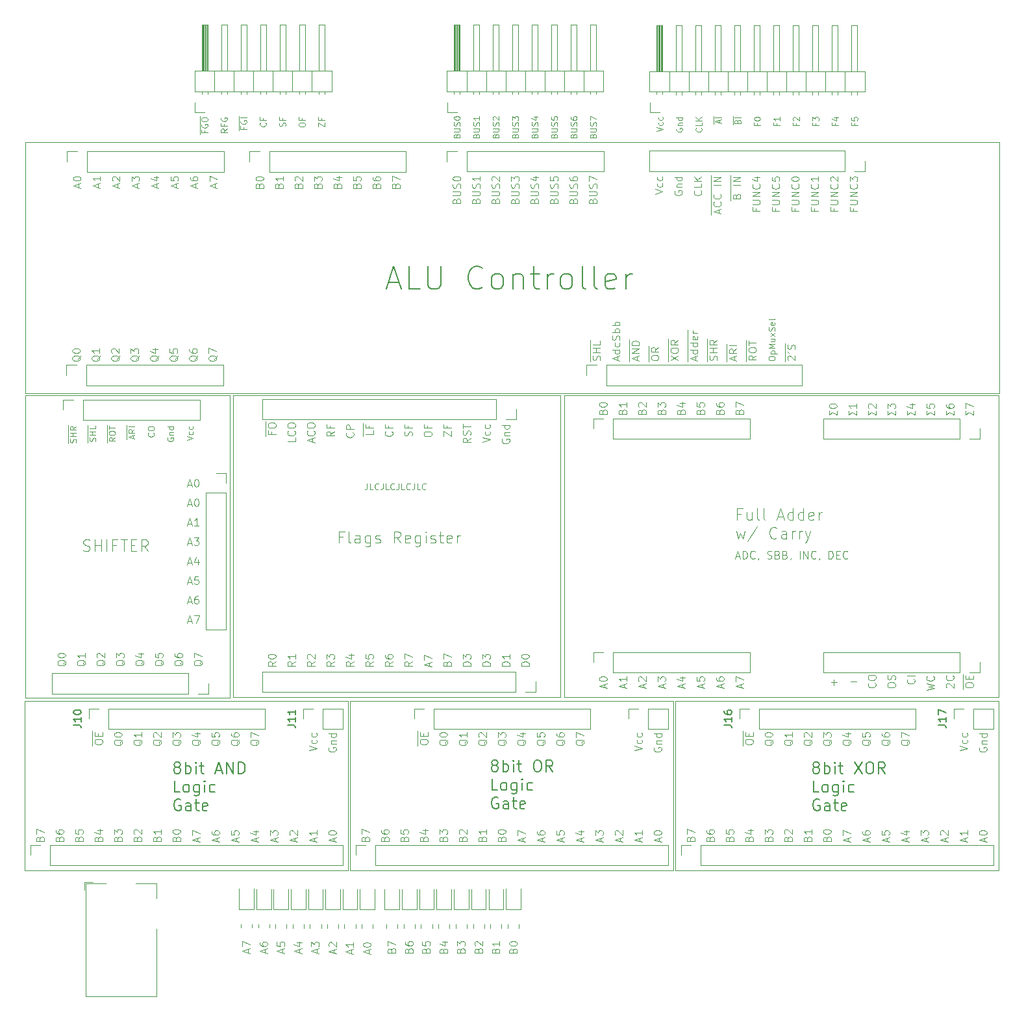
<source format=gbr>
%TF.GenerationSoftware,KiCad,Pcbnew,(6.0.0-0)*%
%TF.CreationDate,2022-01-17T16:58:41-05:00*%
%TF.ProjectId,ALU-Backplane,414c552d-4261-4636-9b70-6c616e652e6b,rev?*%
%TF.SameCoordinates,Original*%
%TF.FileFunction,Legend,Top*%
%TF.FilePolarity,Positive*%
%FSLAX46Y46*%
G04 Gerber Fmt 4.6, Leading zero omitted, Abs format (unit mm)*
G04 Created by KiCad (PCBNEW (6.0.0-0)) date 2022-01-17 16:58:41*
%MOMM*%
%LPD*%
G01*
G04 APERTURE LIST*
%ADD10C,0.100000*%
%ADD11C,0.120000*%
%ADD12C,0.150000*%
G04 APERTURE END LIST*
D10*
X128704761Y-84086904D02*
X128704761Y-84658333D01*
X128666666Y-84772619D01*
X128590476Y-84848809D01*
X128476190Y-84886904D01*
X128400000Y-84886904D01*
X129466666Y-84886904D02*
X129085714Y-84886904D01*
X129085714Y-84086904D01*
X130190476Y-84810714D02*
X130152380Y-84848809D01*
X130038095Y-84886904D01*
X129961904Y-84886904D01*
X129847619Y-84848809D01*
X129771428Y-84772619D01*
X129733333Y-84696428D01*
X129695238Y-84544047D01*
X129695238Y-84429761D01*
X129733333Y-84277380D01*
X129771428Y-84201190D01*
X129847619Y-84125000D01*
X129961904Y-84086904D01*
X130038095Y-84086904D01*
X130152380Y-84125000D01*
X130190476Y-84163095D01*
X130761904Y-84086904D02*
X130761904Y-84658333D01*
X130723809Y-84772619D01*
X130647619Y-84848809D01*
X130533333Y-84886904D01*
X130457142Y-84886904D01*
X131523809Y-84886904D02*
X131142857Y-84886904D01*
X131142857Y-84086904D01*
X132247619Y-84810714D02*
X132209523Y-84848809D01*
X132095238Y-84886904D01*
X132019047Y-84886904D01*
X131904761Y-84848809D01*
X131828571Y-84772619D01*
X131790476Y-84696428D01*
X131752380Y-84544047D01*
X131752380Y-84429761D01*
X131790476Y-84277380D01*
X131828571Y-84201190D01*
X131904761Y-84125000D01*
X132019047Y-84086904D01*
X132095238Y-84086904D01*
X132209523Y-84125000D01*
X132247619Y-84163095D01*
X132819047Y-84086904D02*
X132819047Y-84658333D01*
X132780952Y-84772619D01*
X132704761Y-84848809D01*
X132590476Y-84886904D01*
X132514285Y-84886904D01*
X133580952Y-84886904D02*
X133200000Y-84886904D01*
X133200000Y-84086904D01*
X134304761Y-84810714D02*
X134266666Y-84848809D01*
X134152380Y-84886904D01*
X134076190Y-84886904D01*
X133961904Y-84848809D01*
X133885714Y-84772619D01*
X133847619Y-84696428D01*
X133809523Y-84544047D01*
X133809523Y-84429761D01*
X133847619Y-84277380D01*
X133885714Y-84201190D01*
X133961904Y-84125000D01*
X134076190Y-84086904D01*
X134152380Y-84086904D01*
X134266666Y-84125000D01*
X134304761Y-84163095D01*
X134876190Y-84086904D02*
X134876190Y-84658333D01*
X134838095Y-84772619D01*
X134761904Y-84848809D01*
X134647619Y-84886904D01*
X134571428Y-84886904D01*
X135638095Y-84886904D02*
X135257142Y-84886904D01*
X135257142Y-84086904D01*
X136361904Y-84810714D02*
X136323809Y-84848809D01*
X136209523Y-84886904D01*
X136133333Y-84886904D01*
X136019047Y-84848809D01*
X135942857Y-84772619D01*
X135904761Y-84696428D01*
X135866666Y-84544047D01*
X135866666Y-84429761D01*
X135904761Y-84277380D01*
X135942857Y-84201190D01*
X136019047Y-84125000D01*
X136133333Y-84086904D01*
X136209523Y-84086904D01*
X136323809Y-84125000D01*
X136361904Y-84163095D01*
X119891666Y-145344523D02*
X119891666Y-144868333D01*
X120177380Y-145439761D02*
X119177380Y-145106428D01*
X120177380Y-144773095D01*
X119510714Y-144011190D02*
X120177380Y-144011190D01*
X119129761Y-144249285D02*
X119844047Y-144487380D01*
X119844047Y-143868333D01*
X122141666Y-145344523D02*
X122141666Y-144868333D01*
X122427380Y-145439761D02*
X121427380Y-145106428D01*
X122427380Y-144773095D01*
X121427380Y-144535000D02*
X121427380Y-143915952D01*
X121808333Y-144249285D01*
X121808333Y-144106428D01*
X121855952Y-144011190D01*
X121903571Y-143963571D01*
X121998809Y-143915952D01*
X122236904Y-143915952D01*
X122332142Y-143963571D01*
X122379761Y-144011190D01*
X122427380Y-144106428D01*
X122427380Y-144392142D01*
X122379761Y-144487380D01*
X122332142Y-144535000D01*
X115391666Y-145319523D02*
X115391666Y-144843333D01*
X115677380Y-145414761D02*
X114677380Y-145081428D01*
X115677380Y-144748095D01*
X114677380Y-143986190D02*
X114677380Y-144176666D01*
X114725000Y-144271904D01*
X114772619Y-144319523D01*
X114915476Y-144414761D01*
X115105952Y-144462380D01*
X115486904Y-144462380D01*
X115582142Y-144414761D01*
X115629761Y-144367142D01*
X115677380Y-144271904D01*
X115677380Y-144081428D01*
X115629761Y-143986190D01*
X115582142Y-143938571D01*
X115486904Y-143890952D01*
X115248809Y-143890952D01*
X115153571Y-143938571D01*
X115105952Y-143986190D01*
X115058333Y-144081428D01*
X115058333Y-144271904D01*
X115105952Y-144367142D01*
X115153571Y-144414761D01*
X115248809Y-144462380D01*
X117641666Y-145319523D02*
X117641666Y-144843333D01*
X117927380Y-145414761D02*
X116927380Y-145081428D01*
X117927380Y-144748095D01*
X116927380Y-143938571D02*
X116927380Y-144414761D01*
X117403571Y-144462380D01*
X117355952Y-144414761D01*
X117308333Y-144319523D01*
X117308333Y-144081428D01*
X117355952Y-143986190D01*
X117403571Y-143938571D01*
X117498809Y-143890952D01*
X117736904Y-143890952D01*
X117832142Y-143938571D01*
X117879761Y-143986190D01*
X117927380Y-144081428D01*
X117927380Y-144319523D01*
X117879761Y-144414761D01*
X117832142Y-144462380D01*
X113141666Y-145319523D02*
X113141666Y-144843333D01*
X113427380Y-145414761D02*
X112427380Y-145081428D01*
X113427380Y-144748095D01*
X112427380Y-144510000D02*
X112427380Y-143843333D01*
X113427380Y-144271904D01*
X124391666Y-145369523D02*
X124391666Y-144893333D01*
X124677380Y-145464761D02*
X123677380Y-145131428D01*
X124677380Y-144798095D01*
X123772619Y-144512380D02*
X123725000Y-144464761D01*
X123677380Y-144369523D01*
X123677380Y-144131428D01*
X123725000Y-144036190D01*
X123772619Y-143988571D01*
X123867857Y-143940952D01*
X123963095Y-143940952D01*
X124105952Y-143988571D01*
X124677380Y-144560000D01*
X124677380Y-143940952D01*
X128891666Y-145419523D02*
X128891666Y-144943333D01*
X129177380Y-145514761D02*
X128177380Y-145181428D01*
X129177380Y-144848095D01*
X128177380Y-144324285D02*
X128177380Y-144229047D01*
X128225000Y-144133809D01*
X128272619Y-144086190D01*
X128367857Y-144038571D01*
X128558333Y-143990952D01*
X128796428Y-143990952D01*
X128986904Y-144038571D01*
X129082142Y-144086190D01*
X129129761Y-144133809D01*
X129177380Y-144229047D01*
X129177380Y-144324285D01*
X129129761Y-144419523D01*
X129082142Y-144467142D01*
X128986904Y-144514761D01*
X128796428Y-144562380D01*
X128558333Y-144562380D01*
X128367857Y-144514761D01*
X128272619Y-144467142D01*
X128225000Y-144419523D01*
X128177380Y-144324285D01*
X126616666Y-145394523D02*
X126616666Y-144918333D01*
X126902380Y-145489761D02*
X125902380Y-145156428D01*
X126902380Y-144823095D01*
X126902380Y-143965952D02*
X126902380Y-144537380D01*
X126902380Y-144251666D02*
X125902380Y-144251666D01*
X126045238Y-144346904D01*
X126140476Y-144442142D01*
X126188095Y-144537380D01*
X136378571Y-145013571D02*
X136426190Y-144870714D01*
X136473809Y-144823095D01*
X136569047Y-144775476D01*
X136711904Y-144775476D01*
X136807142Y-144823095D01*
X136854761Y-144870714D01*
X136902380Y-144965952D01*
X136902380Y-145346904D01*
X135902380Y-145346904D01*
X135902380Y-145013571D01*
X135950000Y-144918333D01*
X135997619Y-144870714D01*
X136092857Y-144823095D01*
X136188095Y-144823095D01*
X136283333Y-144870714D01*
X136330952Y-144918333D01*
X136378571Y-145013571D01*
X136378571Y-145346904D01*
X135902380Y-143870714D02*
X135902380Y-144346904D01*
X136378571Y-144394523D01*
X136330952Y-144346904D01*
X136283333Y-144251666D01*
X136283333Y-144013571D01*
X136330952Y-143918333D01*
X136378571Y-143870714D01*
X136473809Y-143823095D01*
X136711904Y-143823095D01*
X136807142Y-143870714D01*
X136854761Y-143918333D01*
X136902380Y-144013571D01*
X136902380Y-144251666D01*
X136854761Y-144346904D01*
X136807142Y-144394523D01*
X140903571Y-145013571D02*
X140951190Y-144870714D01*
X140998809Y-144823095D01*
X141094047Y-144775476D01*
X141236904Y-144775476D01*
X141332142Y-144823095D01*
X141379761Y-144870714D01*
X141427380Y-144965952D01*
X141427380Y-145346904D01*
X140427380Y-145346904D01*
X140427380Y-145013571D01*
X140475000Y-144918333D01*
X140522619Y-144870714D01*
X140617857Y-144823095D01*
X140713095Y-144823095D01*
X140808333Y-144870714D01*
X140855952Y-144918333D01*
X140903571Y-145013571D01*
X140903571Y-145346904D01*
X140427380Y-144442142D02*
X140427380Y-143823095D01*
X140808333Y-144156428D01*
X140808333Y-144013571D01*
X140855952Y-143918333D01*
X140903571Y-143870714D01*
X140998809Y-143823095D01*
X141236904Y-143823095D01*
X141332142Y-143870714D01*
X141379761Y-143918333D01*
X141427380Y-144013571D01*
X141427380Y-144299285D01*
X141379761Y-144394523D01*
X141332142Y-144442142D01*
X147728571Y-145038571D02*
X147776190Y-144895714D01*
X147823809Y-144848095D01*
X147919047Y-144800476D01*
X148061904Y-144800476D01*
X148157142Y-144848095D01*
X148204761Y-144895714D01*
X148252380Y-144990952D01*
X148252380Y-145371904D01*
X147252380Y-145371904D01*
X147252380Y-145038571D01*
X147300000Y-144943333D01*
X147347619Y-144895714D01*
X147442857Y-144848095D01*
X147538095Y-144848095D01*
X147633333Y-144895714D01*
X147680952Y-144943333D01*
X147728571Y-145038571D01*
X147728571Y-145371904D01*
X147252380Y-144181428D02*
X147252380Y-144086190D01*
X147300000Y-143990952D01*
X147347619Y-143943333D01*
X147442857Y-143895714D01*
X147633333Y-143848095D01*
X147871428Y-143848095D01*
X148061904Y-143895714D01*
X148157142Y-143943333D01*
X148204761Y-143990952D01*
X148252380Y-144086190D01*
X148252380Y-144181428D01*
X148204761Y-144276666D01*
X148157142Y-144324285D01*
X148061904Y-144371904D01*
X147871428Y-144419523D01*
X147633333Y-144419523D01*
X147442857Y-144371904D01*
X147347619Y-144324285D01*
X147300000Y-144276666D01*
X147252380Y-144181428D01*
X134128571Y-145013571D02*
X134176190Y-144870714D01*
X134223809Y-144823095D01*
X134319047Y-144775476D01*
X134461904Y-144775476D01*
X134557142Y-144823095D01*
X134604761Y-144870714D01*
X134652380Y-144965952D01*
X134652380Y-145346904D01*
X133652380Y-145346904D01*
X133652380Y-145013571D01*
X133700000Y-144918333D01*
X133747619Y-144870714D01*
X133842857Y-144823095D01*
X133938095Y-144823095D01*
X134033333Y-144870714D01*
X134080952Y-144918333D01*
X134128571Y-145013571D01*
X134128571Y-145346904D01*
X133652380Y-143918333D02*
X133652380Y-144108809D01*
X133700000Y-144204047D01*
X133747619Y-144251666D01*
X133890476Y-144346904D01*
X134080952Y-144394523D01*
X134461904Y-144394523D01*
X134557142Y-144346904D01*
X134604761Y-144299285D01*
X134652380Y-144204047D01*
X134652380Y-144013571D01*
X134604761Y-143918333D01*
X134557142Y-143870714D01*
X134461904Y-143823095D01*
X134223809Y-143823095D01*
X134128571Y-143870714D01*
X134080952Y-143918333D01*
X134033333Y-144013571D01*
X134033333Y-144204047D01*
X134080952Y-144299285D01*
X134128571Y-144346904D01*
X134223809Y-144394523D01*
X145453571Y-145038571D02*
X145501190Y-144895714D01*
X145548809Y-144848095D01*
X145644047Y-144800476D01*
X145786904Y-144800476D01*
X145882142Y-144848095D01*
X145929761Y-144895714D01*
X145977380Y-144990952D01*
X145977380Y-145371904D01*
X144977380Y-145371904D01*
X144977380Y-145038571D01*
X145025000Y-144943333D01*
X145072619Y-144895714D01*
X145167857Y-144848095D01*
X145263095Y-144848095D01*
X145358333Y-144895714D01*
X145405952Y-144943333D01*
X145453571Y-145038571D01*
X145453571Y-145371904D01*
X145977380Y-143848095D02*
X145977380Y-144419523D01*
X145977380Y-144133809D02*
X144977380Y-144133809D01*
X145120238Y-144229047D01*
X145215476Y-144324285D01*
X145263095Y-144419523D01*
X143203571Y-145013571D02*
X143251190Y-144870714D01*
X143298809Y-144823095D01*
X143394047Y-144775476D01*
X143536904Y-144775476D01*
X143632142Y-144823095D01*
X143679761Y-144870714D01*
X143727380Y-144965952D01*
X143727380Y-145346904D01*
X142727380Y-145346904D01*
X142727380Y-145013571D01*
X142775000Y-144918333D01*
X142822619Y-144870714D01*
X142917857Y-144823095D01*
X143013095Y-144823095D01*
X143108333Y-144870714D01*
X143155952Y-144918333D01*
X143203571Y-145013571D01*
X143203571Y-145346904D01*
X142822619Y-144394523D02*
X142775000Y-144346904D01*
X142727380Y-144251666D01*
X142727380Y-144013571D01*
X142775000Y-143918333D01*
X142822619Y-143870714D01*
X142917857Y-143823095D01*
X143013095Y-143823095D01*
X143155952Y-143870714D01*
X143727380Y-144442142D01*
X143727380Y-143823095D01*
X138653571Y-145038571D02*
X138701190Y-144895714D01*
X138748809Y-144848095D01*
X138844047Y-144800476D01*
X138986904Y-144800476D01*
X139082142Y-144848095D01*
X139129761Y-144895714D01*
X139177380Y-144990952D01*
X139177380Y-145371904D01*
X138177380Y-145371904D01*
X138177380Y-145038571D01*
X138225000Y-144943333D01*
X138272619Y-144895714D01*
X138367857Y-144848095D01*
X138463095Y-144848095D01*
X138558333Y-144895714D01*
X138605952Y-144943333D01*
X138653571Y-145038571D01*
X138653571Y-145371904D01*
X138510714Y-143943333D02*
X139177380Y-143943333D01*
X138129761Y-144181428D02*
X138844047Y-144419523D01*
X138844047Y-143800476D01*
X131878571Y-145013571D02*
X131926190Y-144870714D01*
X131973809Y-144823095D01*
X132069047Y-144775476D01*
X132211904Y-144775476D01*
X132307142Y-144823095D01*
X132354761Y-144870714D01*
X132402380Y-144965952D01*
X132402380Y-145346904D01*
X131402380Y-145346904D01*
X131402380Y-145013571D01*
X131450000Y-144918333D01*
X131497619Y-144870714D01*
X131592857Y-144823095D01*
X131688095Y-144823095D01*
X131783333Y-144870714D01*
X131830952Y-144918333D01*
X131878571Y-145013571D01*
X131878571Y-145346904D01*
X131402380Y-144442142D02*
X131402380Y-143775476D01*
X132402380Y-144204047D01*
X192242857Y-37155476D02*
X192242857Y-37422142D01*
X192661904Y-37422142D02*
X191861904Y-37422142D01*
X191861904Y-37041190D01*
X191861904Y-36355476D02*
X191861904Y-36736428D01*
X192242857Y-36774523D01*
X192204761Y-36736428D01*
X192166666Y-36660238D01*
X192166666Y-36469761D01*
X192204761Y-36393571D01*
X192242857Y-36355476D01*
X192319047Y-36317380D01*
X192509523Y-36317380D01*
X192585714Y-36355476D01*
X192623809Y-36393571D01*
X192661904Y-36469761D01*
X192661904Y-36660238D01*
X192623809Y-36736428D01*
X192585714Y-36774523D01*
X189702857Y-37155476D02*
X189702857Y-37422142D01*
X190121904Y-37422142D02*
X189321904Y-37422142D01*
X189321904Y-37041190D01*
X189588571Y-36393571D02*
X190121904Y-36393571D01*
X189283809Y-36584047D02*
X189855238Y-36774523D01*
X189855238Y-36279285D01*
X187162857Y-37155476D02*
X187162857Y-37422142D01*
X187581904Y-37422142D02*
X186781904Y-37422142D01*
X186781904Y-37041190D01*
X186781904Y-36812619D02*
X186781904Y-36317380D01*
X187086666Y-36584047D01*
X187086666Y-36469761D01*
X187124761Y-36393571D01*
X187162857Y-36355476D01*
X187239047Y-36317380D01*
X187429523Y-36317380D01*
X187505714Y-36355476D01*
X187543809Y-36393571D01*
X187581904Y-36469761D01*
X187581904Y-36698333D01*
X187543809Y-36774523D01*
X187505714Y-36812619D01*
X184622857Y-37155476D02*
X184622857Y-37422142D01*
X185041904Y-37422142D02*
X184241904Y-37422142D01*
X184241904Y-37041190D01*
X184318095Y-36774523D02*
X184280000Y-36736428D01*
X184241904Y-36660238D01*
X184241904Y-36469761D01*
X184280000Y-36393571D01*
X184318095Y-36355476D01*
X184394285Y-36317380D01*
X184470476Y-36317380D01*
X184584761Y-36355476D01*
X185041904Y-36812619D01*
X185041904Y-36317380D01*
X182082857Y-37155476D02*
X182082857Y-37422142D01*
X182501904Y-37422142D02*
X181701904Y-37422142D01*
X181701904Y-37041190D01*
X182501904Y-36317380D02*
X182501904Y-36774523D01*
X182501904Y-36545952D02*
X181701904Y-36545952D01*
X181816190Y-36622142D01*
X181892380Y-36698333D01*
X181930476Y-36774523D01*
X179542857Y-37155476D02*
X179542857Y-37422142D01*
X179961904Y-37422142D02*
X179161904Y-37422142D01*
X179161904Y-37041190D01*
X179161904Y-36584047D02*
X179161904Y-36507857D01*
X179200000Y-36431666D01*
X179238095Y-36393571D01*
X179314285Y-36355476D01*
X179466666Y-36317380D01*
X179657142Y-36317380D01*
X179809523Y-36355476D01*
X179885714Y-36393571D01*
X179923809Y-36431666D01*
X179961904Y-36507857D01*
X179961904Y-36584047D01*
X179923809Y-36660238D01*
X179885714Y-36698333D01*
X179809523Y-36736428D01*
X179657142Y-36774523D01*
X179466666Y-36774523D01*
X179314285Y-36736428D01*
X179238095Y-36698333D01*
X179200000Y-36660238D01*
X179161904Y-36584047D01*
X176396000Y-37345952D02*
X176396000Y-36545952D01*
X177002857Y-36888809D02*
X177040952Y-36774523D01*
X177079047Y-36736428D01*
X177155238Y-36698333D01*
X177269523Y-36698333D01*
X177345714Y-36736428D01*
X177383809Y-36774523D01*
X177421904Y-36850714D01*
X177421904Y-37155476D01*
X176621904Y-37155476D01*
X176621904Y-36888809D01*
X176660000Y-36812619D01*
X176698095Y-36774523D01*
X176774285Y-36736428D01*
X176850476Y-36736428D01*
X176926666Y-36774523D01*
X176964761Y-36812619D01*
X177002857Y-36888809D01*
X177002857Y-37155476D01*
X176396000Y-36545952D02*
X176396000Y-36165000D01*
X177421904Y-36355476D02*
X176621904Y-36355476D01*
X173856000Y-37231666D02*
X173856000Y-36545952D01*
X174653333Y-37079285D02*
X174653333Y-36698333D01*
X174881904Y-37155476D02*
X174081904Y-36888809D01*
X174881904Y-36622142D01*
X173856000Y-36545952D02*
X173856000Y-36165000D01*
X174881904Y-36355476D02*
X174081904Y-36355476D01*
X172265714Y-37765000D02*
X172303809Y-37803095D01*
X172341904Y-37917380D01*
X172341904Y-37993571D01*
X172303809Y-38107857D01*
X172227619Y-38184047D01*
X172151428Y-38222142D01*
X171999047Y-38260238D01*
X171884761Y-38260238D01*
X171732380Y-38222142D01*
X171656190Y-38184047D01*
X171580000Y-38107857D01*
X171541904Y-37993571D01*
X171541904Y-37917380D01*
X171580000Y-37803095D01*
X171618095Y-37765000D01*
X172341904Y-37041190D02*
X172341904Y-37422142D01*
X171541904Y-37422142D01*
X172341904Y-36774523D02*
X171541904Y-36774523D01*
X172341904Y-36317380D02*
X171884761Y-36660238D01*
X171541904Y-36317380D02*
X171999047Y-36774523D01*
X169040000Y-37803095D02*
X169001904Y-37879285D01*
X169001904Y-37993571D01*
X169040000Y-38107857D01*
X169116190Y-38184047D01*
X169192380Y-38222142D01*
X169344761Y-38260238D01*
X169459047Y-38260238D01*
X169611428Y-38222142D01*
X169687619Y-38184047D01*
X169763809Y-38107857D01*
X169801904Y-37993571D01*
X169801904Y-37917380D01*
X169763809Y-37803095D01*
X169725714Y-37765000D01*
X169459047Y-37765000D01*
X169459047Y-37917380D01*
X169268571Y-37422142D02*
X169801904Y-37422142D01*
X169344761Y-37422142D02*
X169306666Y-37384047D01*
X169268571Y-37307857D01*
X169268571Y-37193571D01*
X169306666Y-37117380D01*
X169382857Y-37079285D01*
X169801904Y-37079285D01*
X169801904Y-36355476D02*
X169001904Y-36355476D01*
X169763809Y-36355476D02*
X169801904Y-36431666D01*
X169801904Y-36584047D01*
X169763809Y-36660238D01*
X169725714Y-36698333D01*
X169649523Y-36736428D01*
X169420952Y-36736428D01*
X169344761Y-36698333D01*
X169306666Y-36660238D01*
X169268571Y-36584047D01*
X169268571Y-36431666D01*
X169306666Y-36355476D01*
X166461904Y-38145952D02*
X167261904Y-37879285D01*
X166461904Y-37612619D01*
X167223809Y-37003095D02*
X167261904Y-37079285D01*
X167261904Y-37231666D01*
X167223809Y-37307857D01*
X167185714Y-37345952D01*
X167109523Y-37384047D01*
X166880952Y-37384047D01*
X166804761Y-37345952D01*
X166766666Y-37307857D01*
X166728571Y-37231666D01*
X166728571Y-37079285D01*
X166766666Y-37003095D01*
X167223809Y-36317380D02*
X167261904Y-36393571D01*
X167261904Y-36545952D01*
X167223809Y-36622142D01*
X167185714Y-36660238D01*
X167109523Y-36698333D01*
X166880952Y-36698333D01*
X166804761Y-36660238D01*
X166766666Y-36622142D01*
X166728571Y-36545952D01*
X166728571Y-36393571D01*
X166766666Y-36317380D01*
X158172857Y-38769761D02*
X158210952Y-38655476D01*
X158249047Y-38617380D01*
X158325238Y-38579285D01*
X158439523Y-38579285D01*
X158515714Y-38617380D01*
X158553809Y-38655476D01*
X158591904Y-38731666D01*
X158591904Y-39036428D01*
X157791904Y-39036428D01*
X157791904Y-38769761D01*
X157830000Y-38693571D01*
X157868095Y-38655476D01*
X157944285Y-38617380D01*
X158020476Y-38617380D01*
X158096666Y-38655476D01*
X158134761Y-38693571D01*
X158172857Y-38769761D01*
X158172857Y-39036428D01*
X157791904Y-38236428D02*
X158439523Y-38236428D01*
X158515714Y-38198333D01*
X158553809Y-38160238D01*
X158591904Y-38084047D01*
X158591904Y-37931666D01*
X158553809Y-37855476D01*
X158515714Y-37817380D01*
X158439523Y-37779285D01*
X157791904Y-37779285D01*
X158553809Y-37436428D02*
X158591904Y-37322142D01*
X158591904Y-37131666D01*
X158553809Y-37055476D01*
X158515714Y-37017380D01*
X158439523Y-36979285D01*
X158363333Y-36979285D01*
X158287142Y-37017380D01*
X158249047Y-37055476D01*
X158210952Y-37131666D01*
X158172857Y-37284047D01*
X158134761Y-37360238D01*
X158096666Y-37398333D01*
X158020476Y-37436428D01*
X157944285Y-37436428D01*
X157868095Y-37398333D01*
X157830000Y-37360238D01*
X157791904Y-37284047D01*
X157791904Y-37093571D01*
X157830000Y-36979285D01*
X157791904Y-36712619D02*
X157791904Y-36179285D01*
X158591904Y-36522142D01*
X155632857Y-38769761D02*
X155670952Y-38655476D01*
X155709047Y-38617380D01*
X155785238Y-38579285D01*
X155899523Y-38579285D01*
X155975714Y-38617380D01*
X156013809Y-38655476D01*
X156051904Y-38731666D01*
X156051904Y-39036428D01*
X155251904Y-39036428D01*
X155251904Y-38769761D01*
X155290000Y-38693571D01*
X155328095Y-38655476D01*
X155404285Y-38617380D01*
X155480476Y-38617380D01*
X155556666Y-38655476D01*
X155594761Y-38693571D01*
X155632857Y-38769761D01*
X155632857Y-39036428D01*
X155251904Y-38236428D02*
X155899523Y-38236428D01*
X155975714Y-38198333D01*
X156013809Y-38160238D01*
X156051904Y-38084047D01*
X156051904Y-37931666D01*
X156013809Y-37855476D01*
X155975714Y-37817380D01*
X155899523Y-37779285D01*
X155251904Y-37779285D01*
X156013809Y-37436428D02*
X156051904Y-37322142D01*
X156051904Y-37131666D01*
X156013809Y-37055476D01*
X155975714Y-37017380D01*
X155899523Y-36979285D01*
X155823333Y-36979285D01*
X155747142Y-37017380D01*
X155709047Y-37055476D01*
X155670952Y-37131666D01*
X155632857Y-37284047D01*
X155594761Y-37360238D01*
X155556666Y-37398333D01*
X155480476Y-37436428D01*
X155404285Y-37436428D01*
X155328095Y-37398333D01*
X155290000Y-37360238D01*
X155251904Y-37284047D01*
X155251904Y-37093571D01*
X155290000Y-36979285D01*
X155251904Y-36293571D02*
X155251904Y-36445952D01*
X155290000Y-36522142D01*
X155328095Y-36560238D01*
X155442380Y-36636428D01*
X155594761Y-36674523D01*
X155899523Y-36674523D01*
X155975714Y-36636428D01*
X156013809Y-36598333D01*
X156051904Y-36522142D01*
X156051904Y-36369761D01*
X156013809Y-36293571D01*
X155975714Y-36255476D01*
X155899523Y-36217380D01*
X155709047Y-36217380D01*
X155632857Y-36255476D01*
X155594761Y-36293571D01*
X155556666Y-36369761D01*
X155556666Y-36522142D01*
X155594761Y-36598333D01*
X155632857Y-36636428D01*
X155709047Y-36674523D01*
X153092857Y-38769761D02*
X153130952Y-38655476D01*
X153169047Y-38617380D01*
X153245238Y-38579285D01*
X153359523Y-38579285D01*
X153435714Y-38617380D01*
X153473809Y-38655476D01*
X153511904Y-38731666D01*
X153511904Y-39036428D01*
X152711904Y-39036428D01*
X152711904Y-38769761D01*
X152750000Y-38693571D01*
X152788095Y-38655476D01*
X152864285Y-38617380D01*
X152940476Y-38617380D01*
X153016666Y-38655476D01*
X153054761Y-38693571D01*
X153092857Y-38769761D01*
X153092857Y-39036428D01*
X152711904Y-38236428D02*
X153359523Y-38236428D01*
X153435714Y-38198333D01*
X153473809Y-38160238D01*
X153511904Y-38084047D01*
X153511904Y-37931666D01*
X153473809Y-37855476D01*
X153435714Y-37817380D01*
X153359523Y-37779285D01*
X152711904Y-37779285D01*
X153473809Y-37436428D02*
X153511904Y-37322142D01*
X153511904Y-37131666D01*
X153473809Y-37055476D01*
X153435714Y-37017380D01*
X153359523Y-36979285D01*
X153283333Y-36979285D01*
X153207142Y-37017380D01*
X153169047Y-37055476D01*
X153130952Y-37131666D01*
X153092857Y-37284047D01*
X153054761Y-37360238D01*
X153016666Y-37398333D01*
X152940476Y-37436428D01*
X152864285Y-37436428D01*
X152788095Y-37398333D01*
X152750000Y-37360238D01*
X152711904Y-37284047D01*
X152711904Y-37093571D01*
X152750000Y-36979285D01*
X152711904Y-36255476D02*
X152711904Y-36636428D01*
X153092857Y-36674523D01*
X153054761Y-36636428D01*
X153016666Y-36560238D01*
X153016666Y-36369761D01*
X153054761Y-36293571D01*
X153092857Y-36255476D01*
X153169047Y-36217380D01*
X153359523Y-36217380D01*
X153435714Y-36255476D01*
X153473809Y-36293571D01*
X153511904Y-36369761D01*
X153511904Y-36560238D01*
X153473809Y-36636428D01*
X153435714Y-36674523D01*
X150552857Y-38769761D02*
X150590952Y-38655476D01*
X150629047Y-38617380D01*
X150705238Y-38579285D01*
X150819523Y-38579285D01*
X150895714Y-38617380D01*
X150933809Y-38655476D01*
X150971904Y-38731666D01*
X150971904Y-39036428D01*
X150171904Y-39036428D01*
X150171904Y-38769761D01*
X150210000Y-38693571D01*
X150248095Y-38655476D01*
X150324285Y-38617380D01*
X150400476Y-38617380D01*
X150476666Y-38655476D01*
X150514761Y-38693571D01*
X150552857Y-38769761D01*
X150552857Y-39036428D01*
X150171904Y-38236428D02*
X150819523Y-38236428D01*
X150895714Y-38198333D01*
X150933809Y-38160238D01*
X150971904Y-38084047D01*
X150971904Y-37931666D01*
X150933809Y-37855476D01*
X150895714Y-37817380D01*
X150819523Y-37779285D01*
X150171904Y-37779285D01*
X150933809Y-37436428D02*
X150971904Y-37322142D01*
X150971904Y-37131666D01*
X150933809Y-37055476D01*
X150895714Y-37017380D01*
X150819523Y-36979285D01*
X150743333Y-36979285D01*
X150667142Y-37017380D01*
X150629047Y-37055476D01*
X150590952Y-37131666D01*
X150552857Y-37284047D01*
X150514761Y-37360238D01*
X150476666Y-37398333D01*
X150400476Y-37436428D01*
X150324285Y-37436428D01*
X150248095Y-37398333D01*
X150210000Y-37360238D01*
X150171904Y-37284047D01*
X150171904Y-37093571D01*
X150210000Y-36979285D01*
X150438571Y-36293571D02*
X150971904Y-36293571D01*
X150133809Y-36484047D02*
X150705238Y-36674523D01*
X150705238Y-36179285D01*
X148012857Y-38769761D02*
X148050952Y-38655476D01*
X148089047Y-38617380D01*
X148165238Y-38579285D01*
X148279523Y-38579285D01*
X148355714Y-38617380D01*
X148393809Y-38655476D01*
X148431904Y-38731666D01*
X148431904Y-39036428D01*
X147631904Y-39036428D01*
X147631904Y-38769761D01*
X147670000Y-38693571D01*
X147708095Y-38655476D01*
X147784285Y-38617380D01*
X147860476Y-38617380D01*
X147936666Y-38655476D01*
X147974761Y-38693571D01*
X148012857Y-38769761D01*
X148012857Y-39036428D01*
X147631904Y-38236428D02*
X148279523Y-38236428D01*
X148355714Y-38198333D01*
X148393809Y-38160238D01*
X148431904Y-38084047D01*
X148431904Y-37931666D01*
X148393809Y-37855476D01*
X148355714Y-37817380D01*
X148279523Y-37779285D01*
X147631904Y-37779285D01*
X148393809Y-37436428D02*
X148431904Y-37322142D01*
X148431904Y-37131666D01*
X148393809Y-37055476D01*
X148355714Y-37017380D01*
X148279523Y-36979285D01*
X148203333Y-36979285D01*
X148127142Y-37017380D01*
X148089047Y-37055476D01*
X148050952Y-37131666D01*
X148012857Y-37284047D01*
X147974761Y-37360238D01*
X147936666Y-37398333D01*
X147860476Y-37436428D01*
X147784285Y-37436428D01*
X147708095Y-37398333D01*
X147670000Y-37360238D01*
X147631904Y-37284047D01*
X147631904Y-37093571D01*
X147670000Y-36979285D01*
X147631904Y-36712619D02*
X147631904Y-36217380D01*
X147936666Y-36484047D01*
X147936666Y-36369761D01*
X147974761Y-36293571D01*
X148012857Y-36255476D01*
X148089047Y-36217380D01*
X148279523Y-36217380D01*
X148355714Y-36255476D01*
X148393809Y-36293571D01*
X148431904Y-36369761D01*
X148431904Y-36598333D01*
X148393809Y-36674523D01*
X148355714Y-36712619D01*
X145472857Y-38769761D02*
X145510952Y-38655476D01*
X145549047Y-38617380D01*
X145625238Y-38579285D01*
X145739523Y-38579285D01*
X145815714Y-38617380D01*
X145853809Y-38655476D01*
X145891904Y-38731666D01*
X145891904Y-39036428D01*
X145091904Y-39036428D01*
X145091904Y-38769761D01*
X145130000Y-38693571D01*
X145168095Y-38655476D01*
X145244285Y-38617380D01*
X145320476Y-38617380D01*
X145396666Y-38655476D01*
X145434761Y-38693571D01*
X145472857Y-38769761D01*
X145472857Y-39036428D01*
X145091904Y-38236428D02*
X145739523Y-38236428D01*
X145815714Y-38198333D01*
X145853809Y-38160238D01*
X145891904Y-38084047D01*
X145891904Y-37931666D01*
X145853809Y-37855476D01*
X145815714Y-37817380D01*
X145739523Y-37779285D01*
X145091904Y-37779285D01*
X145853809Y-37436428D02*
X145891904Y-37322142D01*
X145891904Y-37131666D01*
X145853809Y-37055476D01*
X145815714Y-37017380D01*
X145739523Y-36979285D01*
X145663333Y-36979285D01*
X145587142Y-37017380D01*
X145549047Y-37055476D01*
X145510952Y-37131666D01*
X145472857Y-37284047D01*
X145434761Y-37360238D01*
X145396666Y-37398333D01*
X145320476Y-37436428D01*
X145244285Y-37436428D01*
X145168095Y-37398333D01*
X145130000Y-37360238D01*
X145091904Y-37284047D01*
X145091904Y-37093571D01*
X145130000Y-36979285D01*
X145168095Y-36674523D02*
X145130000Y-36636428D01*
X145091904Y-36560238D01*
X145091904Y-36369761D01*
X145130000Y-36293571D01*
X145168095Y-36255476D01*
X145244285Y-36217380D01*
X145320476Y-36217380D01*
X145434761Y-36255476D01*
X145891904Y-36712619D01*
X145891904Y-36217380D01*
X142932857Y-38769761D02*
X142970952Y-38655476D01*
X143009047Y-38617380D01*
X143085238Y-38579285D01*
X143199523Y-38579285D01*
X143275714Y-38617380D01*
X143313809Y-38655476D01*
X143351904Y-38731666D01*
X143351904Y-39036428D01*
X142551904Y-39036428D01*
X142551904Y-38769761D01*
X142590000Y-38693571D01*
X142628095Y-38655476D01*
X142704285Y-38617380D01*
X142780476Y-38617380D01*
X142856666Y-38655476D01*
X142894761Y-38693571D01*
X142932857Y-38769761D01*
X142932857Y-39036428D01*
X142551904Y-38236428D02*
X143199523Y-38236428D01*
X143275714Y-38198333D01*
X143313809Y-38160238D01*
X143351904Y-38084047D01*
X143351904Y-37931666D01*
X143313809Y-37855476D01*
X143275714Y-37817380D01*
X143199523Y-37779285D01*
X142551904Y-37779285D01*
X143313809Y-37436428D02*
X143351904Y-37322142D01*
X143351904Y-37131666D01*
X143313809Y-37055476D01*
X143275714Y-37017380D01*
X143199523Y-36979285D01*
X143123333Y-36979285D01*
X143047142Y-37017380D01*
X143009047Y-37055476D01*
X142970952Y-37131666D01*
X142932857Y-37284047D01*
X142894761Y-37360238D01*
X142856666Y-37398333D01*
X142780476Y-37436428D01*
X142704285Y-37436428D01*
X142628095Y-37398333D01*
X142590000Y-37360238D01*
X142551904Y-37284047D01*
X142551904Y-37093571D01*
X142590000Y-36979285D01*
X143351904Y-36217380D02*
X143351904Y-36674523D01*
X143351904Y-36445952D02*
X142551904Y-36445952D01*
X142666190Y-36522142D01*
X142742380Y-36598333D01*
X142780476Y-36674523D01*
X140392857Y-38769761D02*
X140430952Y-38655476D01*
X140469047Y-38617380D01*
X140545238Y-38579285D01*
X140659523Y-38579285D01*
X140735714Y-38617380D01*
X140773809Y-38655476D01*
X140811904Y-38731666D01*
X140811904Y-39036428D01*
X140011904Y-39036428D01*
X140011904Y-38769761D01*
X140050000Y-38693571D01*
X140088095Y-38655476D01*
X140164285Y-38617380D01*
X140240476Y-38617380D01*
X140316666Y-38655476D01*
X140354761Y-38693571D01*
X140392857Y-38769761D01*
X140392857Y-39036428D01*
X140011904Y-38236428D02*
X140659523Y-38236428D01*
X140735714Y-38198333D01*
X140773809Y-38160238D01*
X140811904Y-38084047D01*
X140811904Y-37931666D01*
X140773809Y-37855476D01*
X140735714Y-37817380D01*
X140659523Y-37779285D01*
X140011904Y-37779285D01*
X140773809Y-37436428D02*
X140811904Y-37322142D01*
X140811904Y-37131666D01*
X140773809Y-37055476D01*
X140735714Y-37017380D01*
X140659523Y-36979285D01*
X140583333Y-36979285D01*
X140507142Y-37017380D01*
X140469047Y-37055476D01*
X140430952Y-37131666D01*
X140392857Y-37284047D01*
X140354761Y-37360238D01*
X140316666Y-37398333D01*
X140240476Y-37436428D01*
X140164285Y-37436428D01*
X140088095Y-37398333D01*
X140050000Y-37360238D01*
X140011904Y-37284047D01*
X140011904Y-37093571D01*
X140050000Y-36979285D01*
X140011904Y-36484047D02*
X140011904Y-36407857D01*
X140050000Y-36331666D01*
X140088095Y-36293571D01*
X140164285Y-36255476D01*
X140316666Y-36217380D01*
X140507142Y-36217380D01*
X140659523Y-36255476D01*
X140735714Y-36293571D01*
X140773809Y-36331666D01*
X140811904Y-36407857D01*
X140811904Y-36484047D01*
X140773809Y-36560238D01*
X140735714Y-36598333D01*
X140659523Y-36636428D01*
X140507142Y-36674523D01*
X140316666Y-36674523D01*
X140164285Y-36636428D01*
X140088095Y-36598333D01*
X140050000Y-36560238D01*
X140011904Y-36484047D01*
X122351904Y-37548333D02*
X122351904Y-37015000D01*
X123151904Y-37548333D01*
X123151904Y-37015000D01*
X122732857Y-36443571D02*
X122732857Y-36710238D01*
X123151904Y-36710238D02*
X122351904Y-36710238D01*
X122351904Y-36329285D01*
X119811904Y-37395952D02*
X119811904Y-37243571D01*
X119850000Y-37167380D01*
X119926190Y-37091190D01*
X120078571Y-37053095D01*
X120345238Y-37053095D01*
X120497619Y-37091190D01*
X120573809Y-37167380D01*
X120611904Y-37243571D01*
X120611904Y-37395952D01*
X120573809Y-37472142D01*
X120497619Y-37548333D01*
X120345238Y-37586428D01*
X120078571Y-37586428D01*
X119926190Y-37548333D01*
X119850000Y-37472142D01*
X119811904Y-37395952D01*
X120192857Y-36443571D02*
X120192857Y-36710238D01*
X120611904Y-36710238D02*
X119811904Y-36710238D01*
X119811904Y-36329285D01*
X118033809Y-37510238D02*
X118071904Y-37395952D01*
X118071904Y-37205476D01*
X118033809Y-37129285D01*
X117995714Y-37091190D01*
X117919523Y-37053095D01*
X117843333Y-37053095D01*
X117767142Y-37091190D01*
X117729047Y-37129285D01*
X117690952Y-37205476D01*
X117652857Y-37357857D01*
X117614761Y-37434047D01*
X117576666Y-37472142D01*
X117500476Y-37510238D01*
X117424285Y-37510238D01*
X117348095Y-37472142D01*
X117310000Y-37434047D01*
X117271904Y-37357857D01*
X117271904Y-37167380D01*
X117310000Y-37053095D01*
X117652857Y-36443571D02*
X117652857Y-36710238D01*
X118071904Y-36710238D02*
X117271904Y-36710238D01*
X117271904Y-36329285D01*
X115455714Y-37053095D02*
X115493809Y-37091190D01*
X115531904Y-37205476D01*
X115531904Y-37281666D01*
X115493809Y-37395952D01*
X115417619Y-37472142D01*
X115341428Y-37510238D01*
X115189047Y-37548333D01*
X115074761Y-37548333D01*
X114922380Y-37510238D01*
X114846190Y-37472142D01*
X114770000Y-37395952D01*
X114731904Y-37281666D01*
X114731904Y-37205476D01*
X114770000Y-37091190D01*
X114808095Y-37053095D01*
X115112857Y-36443571D02*
X115112857Y-36710238D01*
X115531904Y-36710238D02*
X114731904Y-36710238D01*
X114731904Y-36329285D01*
X111966000Y-38081666D02*
X111966000Y-37395952D01*
X112572857Y-37624523D02*
X112572857Y-37891190D01*
X112991904Y-37891190D02*
X112191904Y-37891190D01*
X112191904Y-37510238D01*
X111966000Y-37395952D02*
X111966000Y-36595952D01*
X112230000Y-36786428D02*
X112191904Y-36862619D01*
X112191904Y-36976904D01*
X112230000Y-37091190D01*
X112306190Y-37167380D01*
X112382380Y-37205476D01*
X112534761Y-37243571D01*
X112649047Y-37243571D01*
X112801428Y-37205476D01*
X112877619Y-37167380D01*
X112953809Y-37091190D01*
X112991904Y-36976904D01*
X112991904Y-36900714D01*
X112953809Y-36786428D01*
X112915714Y-36748333D01*
X112649047Y-36748333D01*
X112649047Y-36900714D01*
X111966000Y-36595952D02*
X111966000Y-36215000D01*
X112991904Y-36405476D02*
X112191904Y-36405476D01*
X110451904Y-37853095D02*
X110070952Y-38119761D01*
X110451904Y-38310238D02*
X109651904Y-38310238D01*
X109651904Y-38005476D01*
X109690000Y-37929285D01*
X109728095Y-37891190D01*
X109804285Y-37853095D01*
X109918571Y-37853095D01*
X109994761Y-37891190D01*
X110032857Y-37929285D01*
X110070952Y-38005476D01*
X110070952Y-38310238D01*
X110032857Y-37243571D02*
X110032857Y-37510238D01*
X110451904Y-37510238D02*
X109651904Y-37510238D01*
X109651904Y-37129285D01*
X109690000Y-36405476D02*
X109651904Y-36481666D01*
X109651904Y-36595952D01*
X109690000Y-36710238D01*
X109766190Y-36786428D01*
X109842380Y-36824523D01*
X109994761Y-36862619D01*
X110109047Y-36862619D01*
X110261428Y-36824523D01*
X110337619Y-36786428D01*
X110413809Y-36710238D01*
X110451904Y-36595952D01*
X110451904Y-36519761D01*
X110413809Y-36405476D01*
X110375714Y-36367380D01*
X110109047Y-36367380D01*
X110109047Y-36519761D01*
X106886000Y-38538809D02*
X106886000Y-37853095D01*
X107492857Y-38081666D02*
X107492857Y-38348333D01*
X107911904Y-38348333D02*
X107111904Y-38348333D01*
X107111904Y-37967380D01*
X106886000Y-37853095D02*
X106886000Y-37053095D01*
X107150000Y-37243571D02*
X107111904Y-37319761D01*
X107111904Y-37434047D01*
X107150000Y-37548333D01*
X107226190Y-37624523D01*
X107302380Y-37662619D01*
X107454761Y-37700714D01*
X107569047Y-37700714D01*
X107721428Y-37662619D01*
X107797619Y-37624523D01*
X107873809Y-37548333D01*
X107911904Y-37434047D01*
X107911904Y-37357857D01*
X107873809Y-37243571D01*
X107835714Y-37205476D01*
X107569047Y-37205476D01*
X107569047Y-37357857D01*
X106886000Y-37053095D02*
X106886000Y-36215000D01*
X107111904Y-36710238D02*
X107111904Y-36557857D01*
X107150000Y-36481666D01*
X107226190Y-36405476D01*
X107378571Y-36367380D01*
X107645238Y-36367380D01*
X107797619Y-36405476D01*
X107873809Y-36481666D01*
X107911904Y-36557857D01*
X107911904Y-36710238D01*
X107873809Y-36786428D01*
X107797619Y-36862619D01*
X107645238Y-36900714D01*
X107378571Y-36900714D01*
X107226190Y-36862619D01*
X107150000Y-36786428D01*
X107111904Y-36710238D01*
X166222380Y-46375190D02*
X167222380Y-46041857D01*
X166222380Y-45708523D01*
X167174761Y-44946619D02*
X167222380Y-45041857D01*
X167222380Y-45232333D01*
X167174761Y-45327571D01*
X167127142Y-45375190D01*
X167031904Y-45422809D01*
X166746190Y-45422809D01*
X166650952Y-45375190D01*
X166603333Y-45327571D01*
X166555714Y-45232333D01*
X166555714Y-45041857D01*
X166603333Y-44946619D01*
X167174761Y-44089476D02*
X167222380Y-44184714D01*
X167222380Y-44375190D01*
X167174761Y-44470428D01*
X167127142Y-44518047D01*
X167031904Y-44565666D01*
X166746190Y-44565666D01*
X166650952Y-44518047D01*
X166603333Y-44470428D01*
X166555714Y-44375190D01*
X166555714Y-44184714D01*
X166603333Y-44089476D01*
D11*
X211100000Y-39600000D02*
X84150000Y-39600000D01*
X84150000Y-39600000D02*
X84150000Y-72350000D01*
X84150000Y-72350000D02*
X211100000Y-72350000D01*
X211100000Y-72350000D02*
X211100000Y-39600000D01*
D10*
X140348571Y-47229952D02*
X140396190Y-47087095D01*
X140443809Y-47039476D01*
X140539047Y-46991857D01*
X140681904Y-46991857D01*
X140777142Y-47039476D01*
X140824761Y-47087095D01*
X140872380Y-47182333D01*
X140872380Y-47563285D01*
X139872380Y-47563285D01*
X139872380Y-47229952D01*
X139920000Y-47134714D01*
X139967619Y-47087095D01*
X140062857Y-47039476D01*
X140158095Y-47039476D01*
X140253333Y-47087095D01*
X140300952Y-47134714D01*
X140348571Y-47229952D01*
X140348571Y-47563285D01*
X139872380Y-46563285D02*
X140681904Y-46563285D01*
X140777142Y-46515666D01*
X140824761Y-46468047D01*
X140872380Y-46372809D01*
X140872380Y-46182333D01*
X140824761Y-46087095D01*
X140777142Y-46039476D01*
X140681904Y-45991857D01*
X139872380Y-45991857D01*
X140824761Y-45563285D02*
X140872380Y-45420428D01*
X140872380Y-45182333D01*
X140824761Y-45087095D01*
X140777142Y-45039476D01*
X140681904Y-44991857D01*
X140586666Y-44991857D01*
X140491428Y-45039476D01*
X140443809Y-45087095D01*
X140396190Y-45182333D01*
X140348571Y-45372809D01*
X140300952Y-45468047D01*
X140253333Y-45515666D01*
X140158095Y-45563285D01*
X140062857Y-45563285D01*
X139967619Y-45515666D01*
X139920000Y-45468047D01*
X139872380Y-45372809D01*
X139872380Y-45134714D01*
X139920000Y-44991857D01*
X139872380Y-44372809D02*
X139872380Y-44277571D01*
X139920000Y-44182333D01*
X139967619Y-44134714D01*
X140062857Y-44087095D01*
X140253333Y-44039476D01*
X140491428Y-44039476D01*
X140681904Y-44087095D01*
X140777142Y-44134714D01*
X140824761Y-44182333D01*
X140872380Y-44277571D01*
X140872380Y-44372809D01*
X140824761Y-44468047D01*
X140777142Y-44515666D01*
X140681904Y-44563285D01*
X140491428Y-44610904D01*
X140253333Y-44610904D01*
X140062857Y-44563285D01*
X139967619Y-44515666D01*
X139920000Y-44468047D01*
X139872380Y-44372809D01*
D12*
X131464285Y-57900000D02*
X132892857Y-57900000D01*
X131178571Y-58757142D02*
X132178571Y-55757142D01*
X133178571Y-58757142D01*
X135607142Y-58757142D02*
X134178571Y-58757142D01*
X134178571Y-55757142D01*
X136607142Y-55757142D02*
X136607142Y-58185714D01*
X136750000Y-58471428D01*
X136892857Y-58614285D01*
X137178571Y-58757142D01*
X137750000Y-58757142D01*
X138035714Y-58614285D01*
X138178571Y-58471428D01*
X138321428Y-58185714D01*
X138321428Y-55757142D01*
X143750000Y-58471428D02*
X143607142Y-58614285D01*
X143178571Y-58757142D01*
X142892857Y-58757142D01*
X142464285Y-58614285D01*
X142178571Y-58328571D01*
X142035714Y-58042857D01*
X141892857Y-57471428D01*
X141892857Y-57042857D01*
X142035714Y-56471428D01*
X142178571Y-56185714D01*
X142464285Y-55900000D01*
X142892857Y-55757142D01*
X143178571Y-55757142D01*
X143607142Y-55900000D01*
X143750000Y-56042857D01*
X145464285Y-58757142D02*
X145178571Y-58614285D01*
X145035714Y-58471428D01*
X144892857Y-58185714D01*
X144892857Y-57328571D01*
X145035714Y-57042857D01*
X145178571Y-56900000D01*
X145464285Y-56757142D01*
X145892857Y-56757142D01*
X146178571Y-56900000D01*
X146321428Y-57042857D01*
X146464285Y-57328571D01*
X146464285Y-58185714D01*
X146321428Y-58471428D01*
X146178571Y-58614285D01*
X145892857Y-58757142D01*
X145464285Y-58757142D01*
X147750000Y-56757142D02*
X147750000Y-58757142D01*
X147750000Y-57042857D02*
X147892857Y-56900000D01*
X148178571Y-56757142D01*
X148607142Y-56757142D01*
X148892857Y-56900000D01*
X149035714Y-57185714D01*
X149035714Y-58757142D01*
X150035714Y-56757142D02*
X151178571Y-56757142D01*
X150464285Y-55757142D02*
X150464285Y-58328571D01*
X150607142Y-58614285D01*
X150892857Y-58757142D01*
X151178571Y-58757142D01*
X152178571Y-58757142D02*
X152178571Y-56757142D01*
X152178571Y-57328571D02*
X152321428Y-57042857D01*
X152464285Y-56900000D01*
X152750000Y-56757142D01*
X153035714Y-56757142D01*
X154464285Y-58757142D02*
X154178571Y-58614285D01*
X154035714Y-58471428D01*
X153892857Y-58185714D01*
X153892857Y-57328571D01*
X154035714Y-57042857D01*
X154178571Y-56900000D01*
X154464285Y-56757142D01*
X154892857Y-56757142D01*
X155178571Y-56900000D01*
X155321428Y-57042857D01*
X155464285Y-57328571D01*
X155464285Y-58185714D01*
X155321428Y-58471428D01*
X155178571Y-58614285D01*
X154892857Y-58757142D01*
X154464285Y-58757142D01*
X157178571Y-58757142D02*
X156892857Y-58614285D01*
X156750000Y-58328571D01*
X156750000Y-55757142D01*
X158750000Y-58757142D02*
X158464285Y-58614285D01*
X158321428Y-58328571D01*
X158321428Y-55757142D01*
X161035714Y-58614285D02*
X160750000Y-58757142D01*
X160178571Y-58757142D01*
X159892857Y-58614285D01*
X159750000Y-58328571D01*
X159750000Y-57185714D01*
X159892857Y-56900000D01*
X160178571Y-56757142D01*
X160750000Y-56757142D01*
X161035714Y-56900000D01*
X161178571Y-57185714D01*
X161178571Y-57471428D01*
X159750000Y-57757142D01*
X162464285Y-58757142D02*
X162464285Y-56757142D01*
X162464285Y-57328571D02*
X162607142Y-57042857D01*
X162750000Y-56900000D01*
X163035714Y-56757142D01*
X163321428Y-56757142D01*
D10*
X114648571Y-45229952D02*
X114696190Y-45087095D01*
X114743809Y-45039476D01*
X114839047Y-44991857D01*
X114981904Y-44991857D01*
X115077142Y-45039476D01*
X115124761Y-45087095D01*
X115172380Y-45182333D01*
X115172380Y-45563285D01*
X114172380Y-45563285D01*
X114172380Y-45229952D01*
X114220000Y-45134714D01*
X114267619Y-45087095D01*
X114362857Y-45039476D01*
X114458095Y-45039476D01*
X114553333Y-45087095D01*
X114600952Y-45134714D01*
X114648571Y-45229952D01*
X114648571Y-45563285D01*
X114172380Y-44372809D02*
X114172380Y-44277571D01*
X114220000Y-44182333D01*
X114267619Y-44134714D01*
X114362857Y-44087095D01*
X114553333Y-44039476D01*
X114791428Y-44039476D01*
X114981904Y-44087095D01*
X115077142Y-44134714D01*
X115124761Y-44182333D01*
X115172380Y-44277571D01*
X115172380Y-44372809D01*
X115124761Y-44468047D01*
X115077142Y-44515666D01*
X114981904Y-44563285D01*
X114791428Y-44610904D01*
X114553333Y-44610904D01*
X114362857Y-44563285D01*
X114267619Y-44515666D01*
X114220000Y-44468047D01*
X114172380Y-44372809D01*
X155588571Y-47229952D02*
X155636190Y-47087095D01*
X155683809Y-47039476D01*
X155779047Y-46991857D01*
X155921904Y-46991857D01*
X156017142Y-47039476D01*
X156064761Y-47087095D01*
X156112380Y-47182333D01*
X156112380Y-47563285D01*
X155112380Y-47563285D01*
X155112380Y-47229952D01*
X155160000Y-47134714D01*
X155207619Y-47087095D01*
X155302857Y-47039476D01*
X155398095Y-47039476D01*
X155493333Y-47087095D01*
X155540952Y-47134714D01*
X155588571Y-47229952D01*
X155588571Y-47563285D01*
X155112380Y-46563285D02*
X155921904Y-46563285D01*
X156017142Y-46515666D01*
X156064761Y-46468047D01*
X156112380Y-46372809D01*
X156112380Y-46182333D01*
X156064761Y-46087095D01*
X156017142Y-46039476D01*
X155921904Y-45991857D01*
X155112380Y-45991857D01*
X156064761Y-45563285D02*
X156112380Y-45420428D01*
X156112380Y-45182333D01*
X156064761Y-45087095D01*
X156017142Y-45039476D01*
X155921904Y-44991857D01*
X155826666Y-44991857D01*
X155731428Y-45039476D01*
X155683809Y-45087095D01*
X155636190Y-45182333D01*
X155588571Y-45372809D01*
X155540952Y-45468047D01*
X155493333Y-45515666D01*
X155398095Y-45563285D01*
X155302857Y-45563285D01*
X155207619Y-45515666D01*
X155160000Y-45468047D01*
X155112380Y-45372809D01*
X155112380Y-45134714D01*
X155160000Y-44991857D01*
X155112380Y-44134714D02*
X155112380Y-44325190D01*
X155160000Y-44420428D01*
X155207619Y-44468047D01*
X155350476Y-44563285D01*
X155540952Y-44610904D01*
X155921904Y-44610904D01*
X156017142Y-44563285D01*
X156064761Y-44515666D01*
X156112380Y-44420428D01*
X156112380Y-44229952D01*
X156064761Y-44134714D01*
X156017142Y-44087095D01*
X155921904Y-44039476D01*
X155683809Y-44039476D01*
X155588571Y-44087095D01*
X155540952Y-44134714D01*
X155493333Y-44229952D01*
X155493333Y-44420428D01*
X155540952Y-44515666D01*
X155588571Y-44563285D01*
X155683809Y-44610904D01*
X153048571Y-47229952D02*
X153096190Y-47087095D01*
X153143809Y-47039476D01*
X153239047Y-46991857D01*
X153381904Y-46991857D01*
X153477142Y-47039476D01*
X153524761Y-47087095D01*
X153572380Y-47182333D01*
X153572380Y-47563285D01*
X152572380Y-47563285D01*
X152572380Y-47229952D01*
X152620000Y-47134714D01*
X152667619Y-47087095D01*
X152762857Y-47039476D01*
X152858095Y-47039476D01*
X152953333Y-47087095D01*
X153000952Y-47134714D01*
X153048571Y-47229952D01*
X153048571Y-47563285D01*
X152572380Y-46563285D02*
X153381904Y-46563285D01*
X153477142Y-46515666D01*
X153524761Y-46468047D01*
X153572380Y-46372809D01*
X153572380Y-46182333D01*
X153524761Y-46087095D01*
X153477142Y-46039476D01*
X153381904Y-45991857D01*
X152572380Y-45991857D01*
X153524761Y-45563285D02*
X153572380Y-45420428D01*
X153572380Y-45182333D01*
X153524761Y-45087095D01*
X153477142Y-45039476D01*
X153381904Y-44991857D01*
X153286666Y-44991857D01*
X153191428Y-45039476D01*
X153143809Y-45087095D01*
X153096190Y-45182333D01*
X153048571Y-45372809D01*
X153000952Y-45468047D01*
X152953333Y-45515666D01*
X152858095Y-45563285D01*
X152762857Y-45563285D01*
X152667619Y-45515666D01*
X152620000Y-45468047D01*
X152572380Y-45372809D01*
X152572380Y-45134714D01*
X152620000Y-44991857D01*
X152572380Y-44087095D02*
X152572380Y-44563285D01*
X153048571Y-44610904D01*
X153000952Y-44563285D01*
X152953333Y-44468047D01*
X152953333Y-44229952D01*
X153000952Y-44134714D01*
X153048571Y-44087095D01*
X153143809Y-44039476D01*
X153381904Y-44039476D01*
X153477142Y-44087095D01*
X153524761Y-44134714D01*
X153572380Y-44229952D01*
X153572380Y-44468047D01*
X153524761Y-44563285D01*
X153477142Y-44610904D01*
X150508571Y-47229952D02*
X150556190Y-47087095D01*
X150603809Y-47039476D01*
X150699047Y-46991857D01*
X150841904Y-46991857D01*
X150937142Y-47039476D01*
X150984761Y-47087095D01*
X151032380Y-47182333D01*
X151032380Y-47563285D01*
X150032380Y-47563285D01*
X150032380Y-47229952D01*
X150080000Y-47134714D01*
X150127619Y-47087095D01*
X150222857Y-47039476D01*
X150318095Y-47039476D01*
X150413333Y-47087095D01*
X150460952Y-47134714D01*
X150508571Y-47229952D01*
X150508571Y-47563285D01*
X150032380Y-46563285D02*
X150841904Y-46563285D01*
X150937142Y-46515666D01*
X150984761Y-46468047D01*
X151032380Y-46372809D01*
X151032380Y-46182333D01*
X150984761Y-46087095D01*
X150937142Y-46039476D01*
X150841904Y-45991857D01*
X150032380Y-45991857D01*
X150984761Y-45563285D02*
X151032380Y-45420428D01*
X151032380Y-45182333D01*
X150984761Y-45087095D01*
X150937142Y-45039476D01*
X150841904Y-44991857D01*
X150746666Y-44991857D01*
X150651428Y-45039476D01*
X150603809Y-45087095D01*
X150556190Y-45182333D01*
X150508571Y-45372809D01*
X150460952Y-45468047D01*
X150413333Y-45515666D01*
X150318095Y-45563285D01*
X150222857Y-45563285D01*
X150127619Y-45515666D01*
X150080000Y-45468047D01*
X150032380Y-45372809D01*
X150032380Y-45134714D01*
X150080000Y-44991857D01*
X150365714Y-44134714D02*
X151032380Y-44134714D01*
X149984761Y-44372809D02*
X150699047Y-44610904D01*
X150699047Y-43991857D01*
X147968571Y-47229952D02*
X148016190Y-47087095D01*
X148063809Y-47039476D01*
X148159047Y-46991857D01*
X148301904Y-46991857D01*
X148397142Y-47039476D01*
X148444761Y-47087095D01*
X148492380Y-47182333D01*
X148492380Y-47563285D01*
X147492380Y-47563285D01*
X147492380Y-47229952D01*
X147540000Y-47134714D01*
X147587619Y-47087095D01*
X147682857Y-47039476D01*
X147778095Y-47039476D01*
X147873333Y-47087095D01*
X147920952Y-47134714D01*
X147968571Y-47229952D01*
X147968571Y-47563285D01*
X147492380Y-46563285D02*
X148301904Y-46563285D01*
X148397142Y-46515666D01*
X148444761Y-46468047D01*
X148492380Y-46372809D01*
X148492380Y-46182333D01*
X148444761Y-46087095D01*
X148397142Y-46039476D01*
X148301904Y-45991857D01*
X147492380Y-45991857D01*
X148444761Y-45563285D02*
X148492380Y-45420428D01*
X148492380Y-45182333D01*
X148444761Y-45087095D01*
X148397142Y-45039476D01*
X148301904Y-44991857D01*
X148206666Y-44991857D01*
X148111428Y-45039476D01*
X148063809Y-45087095D01*
X148016190Y-45182333D01*
X147968571Y-45372809D01*
X147920952Y-45468047D01*
X147873333Y-45515666D01*
X147778095Y-45563285D01*
X147682857Y-45563285D01*
X147587619Y-45515666D01*
X147540000Y-45468047D01*
X147492380Y-45372809D01*
X147492380Y-45134714D01*
X147540000Y-44991857D01*
X147492380Y-44658523D02*
X147492380Y-44039476D01*
X147873333Y-44372809D01*
X147873333Y-44229952D01*
X147920952Y-44134714D01*
X147968571Y-44087095D01*
X148063809Y-44039476D01*
X148301904Y-44039476D01*
X148397142Y-44087095D01*
X148444761Y-44134714D01*
X148492380Y-44229952D01*
X148492380Y-44515666D01*
X148444761Y-44610904D01*
X148397142Y-44658523D01*
X142888571Y-47229952D02*
X142936190Y-47087095D01*
X142983809Y-47039476D01*
X143079047Y-46991857D01*
X143221904Y-46991857D01*
X143317142Y-47039476D01*
X143364761Y-47087095D01*
X143412380Y-47182333D01*
X143412380Y-47563285D01*
X142412380Y-47563285D01*
X142412380Y-47229952D01*
X142460000Y-47134714D01*
X142507619Y-47087095D01*
X142602857Y-47039476D01*
X142698095Y-47039476D01*
X142793333Y-47087095D01*
X142840952Y-47134714D01*
X142888571Y-47229952D01*
X142888571Y-47563285D01*
X142412380Y-46563285D02*
X143221904Y-46563285D01*
X143317142Y-46515666D01*
X143364761Y-46468047D01*
X143412380Y-46372809D01*
X143412380Y-46182333D01*
X143364761Y-46087095D01*
X143317142Y-46039476D01*
X143221904Y-45991857D01*
X142412380Y-45991857D01*
X143364761Y-45563285D02*
X143412380Y-45420428D01*
X143412380Y-45182333D01*
X143364761Y-45087095D01*
X143317142Y-45039476D01*
X143221904Y-44991857D01*
X143126666Y-44991857D01*
X143031428Y-45039476D01*
X142983809Y-45087095D01*
X142936190Y-45182333D01*
X142888571Y-45372809D01*
X142840952Y-45468047D01*
X142793333Y-45515666D01*
X142698095Y-45563285D01*
X142602857Y-45563285D01*
X142507619Y-45515666D01*
X142460000Y-45468047D01*
X142412380Y-45372809D01*
X142412380Y-45134714D01*
X142460000Y-44991857D01*
X143412380Y-44039476D02*
X143412380Y-44610904D01*
X143412380Y-44325190D02*
X142412380Y-44325190D01*
X142555238Y-44420428D01*
X142650476Y-44515666D01*
X142698095Y-44610904D01*
X158128571Y-47229952D02*
X158176190Y-47087095D01*
X158223809Y-47039476D01*
X158319047Y-46991857D01*
X158461904Y-46991857D01*
X158557142Y-47039476D01*
X158604761Y-47087095D01*
X158652380Y-47182333D01*
X158652380Y-47563285D01*
X157652380Y-47563285D01*
X157652380Y-47229952D01*
X157700000Y-47134714D01*
X157747619Y-47087095D01*
X157842857Y-47039476D01*
X157938095Y-47039476D01*
X158033333Y-47087095D01*
X158080952Y-47134714D01*
X158128571Y-47229952D01*
X158128571Y-47563285D01*
X157652380Y-46563285D02*
X158461904Y-46563285D01*
X158557142Y-46515666D01*
X158604761Y-46468047D01*
X158652380Y-46372809D01*
X158652380Y-46182333D01*
X158604761Y-46087095D01*
X158557142Y-46039476D01*
X158461904Y-45991857D01*
X157652380Y-45991857D01*
X158604761Y-45563285D02*
X158652380Y-45420428D01*
X158652380Y-45182333D01*
X158604761Y-45087095D01*
X158557142Y-45039476D01*
X158461904Y-44991857D01*
X158366666Y-44991857D01*
X158271428Y-45039476D01*
X158223809Y-45087095D01*
X158176190Y-45182333D01*
X158128571Y-45372809D01*
X158080952Y-45468047D01*
X158033333Y-45515666D01*
X157938095Y-45563285D01*
X157842857Y-45563285D01*
X157747619Y-45515666D01*
X157700000Y-45468047D01*
X157652380Y-45372809D01*
X157652380Y-45134714D01*
X157700000Y-44991857D01*
X157652380Y-44658523D02*
X157652380Y-43991857D01*
X158652380Y-44420428D01*
X145428571Y-47229952D02*
X145476190Y-47087095D01*
X145523809Y-47039476D01*
X145619047Y-46991857D01*
X145761904Y-46991857D01*
X145857142Y-47039476D01*
X145904761Y-47087095D01*
X145952380Y-47182333D01*
X145952380Y-47563285D01*
X144952380Y-47563285D01*
X144952380Y-47229952D01*
X145000000Y-47134714D01*
X145047619Y-47087095D01*
X145142857Y-47039476D01*
X145238095Y-47039476D01*
X145333333Y-47087095D01*
X145380952Y-47134714D01*
X145428571Y-47229952D01*
X145428571Y-47563285D01*
X144952380Y-46563285D02*
X145761904Y-46563285D01*
X145857142Y-46515666D01*
X145904761Y-46468047D01*
X145952380Y-46372809D01*
X145952380Y-46182333D01*
X145904761Y-46087095D01*
X145857142Y-46039476D01*
X145761904Y-45991857D01*
X144952380Y-45991857D01*
X145904761Y-45563285D02*
X145952380Y-45420428D01*
X145952380Y-45182333D01*
X145904761Y-45087095D01*
X145857142Y-45039476D01*
X145761904Y-44991857D01*
X145666666Y-44991857D01*
X145571428Y-45039476D01*
X145523809Y-45087095D01*
X145476190Y-45182333D01*
X145428571Y-45372809D01*
X145380952Y-45468047D01*
X145333333Y-45515666D01*
X145238095Y-45563285D01*
X145142857Y-45563285D01*
X145047619Y-45515666D01*
X145000000Y-45468047D01*
X144952380Y-45372809D01*
X144952380Y-45134714D01*
X145000000Y-44991857D01*
X145047619Y-44610904D02*
X145000000Y-44563285D01*
X144952380Y-44468047D01*
X144952380Y-44229952D01*
X145000000Y-44134714D01*
X145047619Y-44087095D01*
X145142857Y-44039476D01*
X145238095Y-44039476D01*
X145380952Y-44087095D01*
X145952380Y-44658523D01*
X145952380Y-44039476D01*
X91086666Y-45468047D02*
X91086666Y-44991857D01*
X91372380Y-45563285D02*
X90372380Y-45229952D01*
X91372380Y-44896619D01*
X90372380Y-44372809D02*
X90372380Y-44277571D01*
X90420000Y-44182333D01*
X90467619Y-44134714D01*
X90562857Y-44087095D01*
X90753333Y-44039476D01*
X90991428Y-44039476D01*
X91181904Y-44087095D01*
X91277142Y-44134714D01*
X91324761Y-44182333D01*
X91372380Y-44277571D01*
X91372380Y-44372809D01*
X91324761Y-44468047D01*
X91277142Y-44515666D01*
X91181904Y-44563285D01*
X90991428Y-44610904D01*
X90753333Y-44610904D01*
X90562857Y-44563285D01*
X90467619Y-44515666D01*
X90420000Y-44468047D01*
X90372380Y-44372809D01*
X91367619Y-67414238D02*
X91320000Y-67509476D01*
X91224761Y-67604714D01*
X91081904Y-67747571D01*
X91034285Y-67842809D01*
X91034285Y-67938047D01*
X91272380Y-67890428D02*
X91224761Y-67985666D01*
X91129523Y-68080904D01*
X90939047Y-68128523D01*
X90605714Y-68128523D01*
X90415238Y-68080904D01*
X90320000Y-67985666D01*
X90272380Y-67890428D01*
X90272380Y-67699952D01*
X90320000Y-67604714D01*
X90415238Y-67509476D01*
X90605714Y-67461857D01*
X90939047Y-67461857D01*
X91129523Y-67509476D01*
X91224761Y-67604714D01*
X91272380Y-67699952D01*
X91272380Y-67890428D01*
X90272380Y-66842809D02*
X90272380Y-66747571D01*
X90320000Y-66652333D01*
X90367619Y-66604714D01*
X90462857Y-66557095D01*
X90653333Y-66509476D01*
X90891428Y-66509476D01*
X91081904Y-66557095D01*
X91177142Y-66604714D01*
X91224761Y-66652333D01*
X91272380Y-66747571D01*
X91272380Y-66842809D01*
X91224761Y-66938047D01*
X91177142Y-66985666D01*
X91081904Y-67033285D01*
X90891428Y-67080904D01*
X90653333Y-67080904D01*
X90462857Y-67033285D01*
X90367619Y-66985666D01*
X90320000Y-66938047D01*
X90272380Y-66842809D01*
X129888571Y-45229952D02*
X129936190Y-45087095D01*
X129983809Y-45039476D01*
X130079047Y-44991857D01*
X130221904Y-44991857D01*
X130317142Y-45039476D01*
X130364761Y-45087095D01*
X130412380Y-45182333D01*
X130412380Y-45563285D01*
X129412380Y-45563285D01*
X129412380Y-45229952D01*
X129460000Y-45134714D01*
X129507619Y-45087095D01*
X129602857Y-45039476D01*
X129698095Y-45039476D01*
X129793333Y-45087095D01*
X129840952Y-45134714D01*
X129888571Y-45229952D01*
X129888571Y-45563285D01*
X129412380Y-44134714D02*
X129412380Y-44325190D01*
X129460000Y-44420428D01*
X129507619Y-44468047D01*
X129650476Y-44563285D01*
X129840952Y-44610904D01*
X130221904Y-44610904D01*
X130317142Y-44563285D01*
X130364761Y-44515666D01*
X130412380Y-44420428D01*
X130412380Y-44229952D01*
X130364761Y-44134714D01*
X130317142Y-44087095D01*
X130221904Y-44039476D01*
X129983809Y-44039476D01*
X129888571Y-44087095D01*
X129840952Y-44134714D01*
X129793333Y-44229952D01*
X129793333Y-44420428D01*
X129840952Y-44515666D01*
X129888571Y-44563285D01*
X129983809Y-44610904D01*
X122268571Y-45229952D02*
X122316190Y-45087095D01*
X122363809Y-45039476D01*
X122459047Y-44991857D01*
X122601904Y-44991857D01*
X122697142Y-45039476D01*
X122744761Y-45087095D01*
X122792380Y-45182333D01*
X122792380Y-45563285D01*
X121792380Y-45563285D01*
X121792380Y-45229952D01*
X121840000Y-45134714D01*
X121887619Y-45087095D01*
X121982857Y-45039476D01*
X122078095Y-45039476D01*
X122173333Y-45087095D01*
X122220952Y-45134714D01*
X122268571Y-45229952D01*
X122268571Y-45563285D01*
X121792380Y-44658523D02*
X121792380Y-44039476D01*
X122173333Y-44372809D01*
X122173333Y-44229952D01*
X122220952Y-44134714D01*
X122268571Y-44087095D01*
X122363809Y-44039476D01*
X122601904Y-44039476D01*
X122697142Y-44087095D01*
X122744761Y-44134714D01*
X122792380Y-44229952D01*
X122792380Y-44515666D01*
X122744761Y-44610904D01*
X122697142Y-44658523D01*
X119728571Y-45229952D02*
X119776190Y-45087095D01*
X119823809Y-45039476D01*
X119919047Y-44991857D01*
X120061904Y-44991857D01*
X120157142Y-45039476D01*
X120204761Y-45087095D01*
X120252380Y-45182333D01*
X120252380Y-45563285D01*
X119252380Y-45563285D01*
X119252380Y-45229952D01*
X119300000Y-45134714D01*
X119347619Y-45087095D01*
X119442857Y-45039476D01*
X119538095Y-45039476D01*
X119633333Y-45087095D01*
X119680952Y-45134714D01*
X119728571Y-45229952D01*
X119728571Y-45563285D01*
X119347619Y-44610904D02*
X119300000Y-44563285D01*
X119252380Y-44468047D01*
X119252380Y-44229952D01*
X119300000Y-44134714D01*
X119347619Y-44087095D01*
X119442857Y-44039476D01*
X119538095Y-44039476D01*
X119680952Y-44087095D01*
X120252380Y-44658523D01*
X120252380Y-44039476D01*
X124808571Y-45229952D02*
X124856190Y-45087095D01*
X124903809Y-45039476D01*
X124999047Y-44991857D01*
X125141904Y-44991857D01*
X125237142Y-45039476D01*
X125284761Y-45087095D01*
X125332380Y-45182333D01*
X125332380Y-45563285D01*
X124332380Y-45563285D01*
X124332380Y-45229952D01*
X124380000Y-45134714D01*
X124427619Y-45087095D01*
X124522857Y-45039476D01*
X124618095Y-45039476D01*
X124713333Y-45087095D01*
X124760952Y-45134714D01*
X124808571Y-45229952D01*
X124808571Y-45563285D01*
X124665714Y-44134714D02*
X125332380Y-44134714D01*
X124284761Y-44372809D02*
X124999047Y-44610904D01*
X124999047Y-43991857D01*
X132428571Y-45229952D02*
X132476190Y-45087095D01*
X132523809Y-45039476D01*
X132619047Y-44991857D01*
X132761904Y-44991857D01*
X132857142Y-45039476D01*
X132904761Y-45087095D01*
X132952380Y-45182333D01*
X132952380Y-45563285D01*
X131952380Y-45563285D01*
X131952380Y-45229952D01*
X132000000Y-45134714D01*
X132047619Y-45087095D01*
X132142857Y-45039476D01*
X132238095Y-45039476D01*
X132333333Y-45087095D01*
X132380952Y-45134714D01*
X132428571Y-45229952D01*
X132428571Y-45563285D01*
X131952380Y-44658523D02*
X131952380Y-43991857D01*
X132952380Y-44420428D01*
X127348571Y-45229952D02*
X127396190Y-45087095D01*
X127443809Y-45039476D01*
X127539047Y-44991857D01*
X127681904Y-44991857D01*
X127777142Y-45039476D01*
X127824761Y-45087095D01*
X127872380Y-45182333D01*
X127872380Y-45563285D01*
X126872380Y-45563285D01*
X126872380Y-45229952D01*
X126920000Y-45134714D01*
X126967619Y-45087095D01*
X127062857Y-45039476D01*
X127158095Y-45039476D01*
X127253333Y-45087095D01*
X127300952Y-45134714D01*
X127348571Y-45229952D01*
X127348571Y-45563285D01*
X126872380Y-44087095D02*
X126872380Y-44563285D01*
X127348571Y-44610904D01*
X127300952Y-44563285D01*
X127253333Y-44468047D01*
X127253333Y-44229952D01*
X127300952Y-44134714D01*
X127348571Y-44087095D01*
X127443809Y-44039476D01*
X127681904Y-44039476D01*
X127777142Y-44087095D01*
X127824761Y-44134714D01*
X127872380Y-44229952D01*
X127872380Y-44468047D01*
X127824761Y-44563285D01*
X127777142Y-44610904D01*
X117188571Y-45229952D02*
X117236190Y-45087095D01*
X117283809Y-45039476D01*
X117379047Y-44991857D01*
X117521904Y-44991857D01*
X117617142Y-45039476D01*
X117664761Y-45087095D01*
X117712380Y-45182333D01*
X117712380Y-45563285D01*
X116712380Y-45563285D01*
X116712380Y-45229952D01*
X116760000Y-45134714D01*
X116807619Y-45087095D01*
X116902857Y-45039476D01*
X116998095Y-45039476D01*
X117093333Y-45087095D01*
X117140952Y-45134714D01*
X117188571Y-45229952D01*
X117188571Y-45563285D01*
X117712380Y-44039476D02*
X117712380Y-44610904D01*
X117712380Y-44325190D02*
X116712380Y-44325190D01*
X116855238Y-44420428D01*
X116950476Y-44515666D01*
X116998095Y-44610904D01*
X98706666Y-45468047D02*
X98706666Y-44991857D01*
X98992380Y-45563285D02*
X97992380Y-45229952D01*
X98992380Y-44896619D01*
X97992380Y-44658523D02*
X97992380Y-44039476D01*
X98373333Y-44372809D01*
X98373333Y-44229952D01*
X98420952Y-44134714D01*
X98468571Y-44087095D01*
X98563809Y-44039476D01*
X98801904Y-44039476D01*
X98897142Y-44087095D01*
X98944761Y-44134714D01*
X98992380Y-44229952D01*
X98992380Y-44515666D01*
X98944761Y-44610904D01*
X98897142Y-44658523D01*
X93626666Y-45468047D02*
X93626666Y-44991857D01*
X93912380Y-45563285D02*
X92912380Y-45229952D01*
X93912380Y-44896619D01*
X93912380Y-44039476D02*
X93912380Y-44610904D01*
X93912380Y-44325190D02*
X92912380Y-44325190D01*
X93055238Y-44420428D01*
X93150476Y-44515666D01*
X93198095Y-44610904D01*
X96166666Y-45468047D02*
X96166666Y-44991857D01*
X96452380Y-45563285D02*
X95452380Y-45229952D01*
X96452380Y-44896619D01*
X95547619Y-44610904D02*
X95500000Y-44563285D01*
X95452380Y-44468047D01*
X95452380Y-44229952D01*
X95500000Y-44134714D01*
X95547619Y-44087095D01*
X95642857Y-44039476D01*
X95738095Y-44039476D01*
X95880952Y-44087095D01*
X96452380Y-44658523D01*
X96452380Y-44039476D01*
X101246666Y-45468047D02*
X101246666Y-44991857D01*
X101532380Y-45563285D02*
X100532380Y-45229952D01*
X101532380Y-44896619D01*
X100865714Y-44134714D02*
X101532380Y-44134714D01*
X100484761Y-44372809D02*
X101199047Y-44610904D01*
X101199047Y-43991857D01*
X106326666Y-45468047D02*
X106326666Y-44991857D01*
X106612380Y-45563285D02*
X105612380Y-45229952D01*
X106612380Y-44896619D01*
X105612380Y-44134714D02*
X105612380Y-44325190D01*
X105660000Y-44420428D01*
X105707619Y-44468047D01*
X105850476Y-44563285D01*
X106040952Y-44610904D01*
X106421904Y-44610904D01*
X106517142Y-44563285D01*
X106564761Y-44515666D01*
X106612380Y-44420428D01*
X106612380Y-44229952D01*
X106564761Y-44134714D01*
X106517142Y-44087095D01*
X106421904Y-44039476D01*
X106183809Y-44039476D01*
X106088571Y-44087095D01*
X106040952Y-44134714D01*
X105993333Y-44229952D01*
X105993333Y-44420428D01*
X106040952Y-44515666D01*
X106088571Y-44563285D01*
X106183809Y-44610904D01*
X103786666Y-45468047D02*
X103786666Y-44991857D01*
X104072380Y-45563285D02*
X103072380Y-45229952D01*
X104072380Y-44896619D01*
X103072380Y-44087095D02*
X103072380Y-44563285D01*
X103548571Y-44610904D01*
X103500952Y-44563285D01*
X103453333Y-44468047D01*
X103453333Y-44229952D01*
X103500952Y-44134714D01*
X103548571Y-44087095D01*
X103643809Y-44039476D01*
X103881904Y-44039476D01*
X103977142Y-44087095D01*
X104024761Y-44134714D01*
X104072380Y-44229952D01*
X104072380Y-44468047D01*
X104024761Y-44563285D01*
X103977142Y-44610904D01*
X108866666Y-45468047D02*
X108866666Y-44991857D01*
X109152380Y-45563285D02*
X108152380Y-45229952D01*
X109152380Y-44896619D01*
X108152380Y-44658523D02*
X108152380Y-43991857D01*
X109152380Y-44420428D01*
X179398571Y-48232333D02*
X179398571Y-48565666D01*
X179922380Y-48565666D02*
X178922380Y-48565666D01*
X178922380Y-48089476D01*
X178922380Y-47708523D02*
X179731904Y-47708523D01*
X179827142Y-47660904D01*
X179874761Y-47613285D01*
X179922380Y-47518047D01*
X179922380Y-47327571D01*
X179874761Y-47232333D01*
X179827142Y-47184714D01*
X179731904Y-47137095D01*
X178922380Y-47137095D01*
X179922380Y-46660904D02*
X178922380Y-46660904D01*
X179922380Y-46089476D01*
X178922380Y-46089476D01*
X179827142Y-45041857D02*
X179874761Y-45089476D01*
X179922380Y-45232333D01*
X179922380Y-45327571D01*
X179874761Y-45470428D01*
X179779523Y-45565666D01*
X179684285Y-45613285D01*
X179493809Y-45660904D01*
X179350952Y-45660904D01*
X179160476Y-45613285D01*
X179065238Y-45565666D01*
X178970000Y-45470428D01*
X178922380Y-45327571D01*
X178922380Y-45232333D01*
X178970000Y-45089476D01*
X179017619Y-45041857D01*
X179255714Y-44184714D02*
X179922380Y-44184714D01*
X178874761Y-44422809D02*
X179589047Y-44660904D01*
X179589047Y-44041857D01*
X173560000Y-49041857D02*
X173560000Y-48184714D01*
X174556666Y-48851380D02*
X174556666Y-48375190D01*
X174842380Y-48946619D02*
X173842380Y-48613285D01*
X174842380Y-48279952D01*
X173560000Y-48184714D02*
X173560000Y-47184714D01*
X174747142Y-47375190D02*
X174794761Y-47422809D01*
X174842380Y-47565666D01*
X174842380Y-47660904D01*
X174794761Y-47803761D01*
X174699523Y-47899000D01*
X174604285Y-47946619D01*
X174413809Y-47994238D01*
X174270952Y-47994238D01*
X174080476Y-47946619D01*
X173985238Y-47899000D01*
X173890000Y-47803761D01*
X173842380Y-47660904D01*
X173842380Y-47565666D01*
X173890000Y-47422809D01*
X173937619Y-47375190D01*
X173560000Y-47184714D02*
X173560000Y-46184714D01*
X174747142Y-46375190D02*
X174794761Y-46422809D01*
X174842380Y-46565666D01*
X174842380Y-46660904D01*
X174794761Y-46803761D01*
X174699523Y-46899000D01*
X174604285Y-46946619D01*
X174413809Y-46994238D01*
X174270952Y-46994238D01*
X174080476Y-46946619D01*
X173985238Y-46899000D01*
X173890000Y-46803761D01*
X173842380Y-46660904D01*
X173842380Y-46565666D01*
X173890000Y-46422809D01*
X173937619Y-46375190D01*
X173560000Y-46184714D02*
X173560000Y-45422809D01*
X173560000Y-45422809D02*
X173560000Y-44946619D01*
X174842380Y-45184714D02*
X173842380Y-45184714D01*
X173560000Y-44946619D02*
X173560000Y-43899000D01*
X174842380Y-44708523D02*
X173842380Y-44708523D01*
X174842380Y-44137095D01*
X173842380Y-44137095D01*
X168810000Y-45946619D02*
X168762380Y-46041857D01*
X168762380Y-46184714D01*
X168810000Y-46327571D01*
X168905238Y-46422809D01*
X169000476Y-46470428D01*
X169190952Y-46518047D01*
X169333809Y-46518047D01*
X169524285Y-46470428D01*
X169619523Y-46422809D01*
X169714761Y-46327571D01*
X169762380Y-46184714D01*
X169762380Y-46089476D01*
X169714761Y-45946619D01*
X169667142Y-45899000D01*
X169333809Y-45899000D01*
X169333809Y-46089476D01*
X169095714Y-45470428D02*
X169762380Y-45470428D01*
X169190952Y-45470428D02*
X169143333Y-45422809D01*
X169095714Y-45327571D01*
X169095714Y-45184714D01*
X169143333Y-45089476D01*
X169238571Y-45041857D01*
X169762380Y-45041857D01*
X169762380Y-44137095D02*
X168762380Y-44137095D01*
X169714761Y-44137095D02*
X169762380Y-44232333D01*
X169762380Y-44422809D01*
X169714761Y-44518047D01*
X169667142Y-44565666D01*
X169571904Y-44613285D01*
X169286190Y-44613285D01*
X169190952Y-44565666D01*
X169143333Y-44518047D01*
X169095714Y-44422809D01*
X169095714Y-44232333D01*
X169143333Y-44137095D01*
X176100000Y-47184714D02*
X176100000Y-46184714D01*
X176858571Y-46613285D02*
X176906190Y-46470428D01*
X176953809Y-46422809D01*
X177049047Y-46375190D01*
X177191904Y-46375190D01*
X177287142Y-46422809D01*
X177334761Y-46470428D01*
X177382380Y-46565666D01*
X177382380Y-46946619D01*
X176382380Y-46946619D01*
X176382380Y-46613285D01*
X176430000Y-46518047D01*
X176477619Y-46470428D01*
X176572857Y-46422809D01*
X176668095Y-46422809D01*
X176763333Y-46470428D01*
X176810952Y-46518047D01*
X176858571Y-46613285D01*
X176858571Y-46946619D01*
X176100000Y-46184714D02*
X176100000Y-45422809D01*
X176100000Y-45422809D02*
X176100000Y-44946619D01*
X177382380Y-45184714D02*
X176382380Y-45184714D01*
X176100000Y-44946619D02*
X176100000Y-43899000D01*
X177382380Y-44708523D02*
X176382380Y-44708523D01*
X177382380Y-44137095D01*
X176382380Y-44137095D01*
X187018571Y-48232333D02*
X187018571Y-48565666D01*
X187542380Y-48565666D02*
X186542380Y-48565666D01*
X186542380Y-48089476D01*
X186542380Y-47708523D02*
X187351904Y-47708523D01*
X187447142Y-47660904D01*
X187494761Y-47613285D01*
X187542380Y-47518047D01*
X187542380Y-47327571D01*
X187494761Y-47232333D01*
X187447142Y-47184714D01*
X187351904Y-47137095D01*
X186542380Y-47137095D01*
X187542380Y-46660904D02*
X186542380Y-46660904D01*
X187542380Y-46089476D01*
X186542380Y-46089476D01*
X187447142Y-45041857D02*
X187494761Y-45089476D01*
X187542380Y-45232333D01*
X187542380Y-45327571D01*
X187494761Y-45470428D01*
X187399523Y-45565666D01*
X187304285Y-45613285D01*
X187113809Y-45660904D01*
X186970952Y-45660904D01*
X186780476Y-45613285D01*
X186685238Y-45565666D01*
X186590000Y-45470428D01*
X186542380Y-45327571D01*
X186542380Y-45232333D01*
X186590000Y-45089476D01*
X186637619Y-45041857D01*
X187542380Y-44089476D02*
X187542380Y-44660904D01*
X187542380Y-44375190D02*
X186542380Y-44375190D01*
X186685238Y-44470428D01*
X186780476Y-44565666D01*
X186828095Y-44660904D01*
X181938571Y-48232333D02*
X181938571Y-48565666D01*
X182462380Y-48565666D02*
X181462380Y-48565666D01*
X181462380Y-48089476D01*
X181462380Y-47708523D02*
X182271904Y-47708523D01*
X182367142Y-47660904D01*
X182414761Y-47613285D01*
X182462380Y-47518047D01*
X182462380Y-47327571D01*
X182414761Y-47232333D01*
X182367142Y-47184714D01*
X182271904Y-47137095D01*
X181462380Y-47137095D01*
X182462380Y-46660904D02*
X181462380Y-46660904D01*
X182462380Y-46089476D01*
X181462380Y-46089476D01*
X182367142Y-45041857D02*
X182414761Y-45089476D01*
X182462380Y-45232333D01*
X182462380Y-45327571D01*
X182414761Y-45470428D01*
X182319523Y-45565666D01*
X182224285Y-45613285D01*
X182033809Y-45660904D01*
X181890952Y-45660904D01*
X181700476Y-45613285D01*
X181605238Y-45565666D01*
X181510000Y-45470428D01*
X181462380Y-45327571D01*
X181462380Y-45232333D01*
X181510000Y-45089476D01*
X181557619Y-45041857D01*
X181462380Y-44137095D02*
X181462380Y-44613285D01*
X181938571Y-44660904D01*
X181890952Y-44613285D01*
X181843333Y-44518047D01*
X181843333Y-44279952D01*
X181890952Y-44184714D01*
X181938571Y-44137095D01*
X182033809Y-44089476D01*
X182271904Y-44089476D01*
X182367142Y-44137095D01*
X182414761Y-44184714D01*
X182462380Y-44279952D01*
X182462380Y-44518047D01*
X182414761Y-44613285D01*
X182367142Y-44660904D01*
X172207142Y-45899000D02*
X172254761Y-45946619D01*
X172302380Y-46089476D01*
X172302380Y-46184714D01*
X172254761Y-46327571D01*
X172159523Y-46422809D01*
X172064285Y-46470428D01*
X171873809Y-46518047D01*
X171730952Y-46518047D01*
X171540476Y-46470428D01*
X171445238Y-46422809D01*
X171350000Y-46327571D01*
X171302380Y-46184714D01*
X171302380Y-46089476D01*
X171350000Y-45946619D01*
X171397619Y-45899000D01*
X172302380Y-44994238D02*
X172302380Y-45470428D01*
X171302380Y-45470428D01*
X172302380Y-44660904D02*
X171302380Y-44660904D01*
X172302380Y-44089476D02*
X171730952Y-44518047D01*
X171302380Y-44089476D02*
X171873809Y-44660904D01*
X184478571Y-48232333D02*
X184478571Y-48565666D01*
X185002380Y-48565666D02*
X184002380Y-48565666D01*
X184002380Y-48089476D01*
X184002380Y-47708523D02*
X184811904Y-47708523D01*
X184907142Y-47660904D01*
X184954761Y-47613285D01*
X185002380Y-47518047D01*
X185002380Y-47327571D01*
X184954761Y-47232333D01*
X184907142Y-47184714D01*
X184811904Y-47137095D01*
X184002380Y-47137095D01*
X185002380Y-46660904D02*
X184002380Y-46660904D01*
X185002380Y-46089476D01*
X184002380Y-46089476D01*
X184907142Y-45041857D02*
X184954761Y-45089476D01*
X185002380Y-45232333D01*
X185002380Y-45327571D01*
X184954761Y-45470428D01*
X184859523Y-45565666D01*
X184764285Y-45613285D01*
X184573809Y-45660904D01*
X184430952Y-45660904D01*
X184240476Y-45613285D01*
X184145238Y-45565666D01*
X184050000Y-45470428D01*
X184002380Y-45327571D01*
X184002380Y-45232333D01*
X184050000Y-45089476D01*
X184097619Y-45041857D01*
X184002380Y-44422809D02*
X184002380Y-44327571D01*
X184050000Y-44232333D01*
X184097619Y-44184714D01*
X184192857Y-44137095D01*
X184383333Y-44089476D01*
X184621428Y-44089476D01*
X184811904Y-44137095D01*
X184907142Y-44184714D01*
X184954761Y-44232333D01*
X185002380Y-44327571D01*
X185002380Y-44422809D01*
X184954761Y-44518047D01*
X184907142Y-44565666D01*
X184811904Y-44613285D01*
X184621428Y-44660904D01*
X184383333Y-44660904D01*
X184192857Y-44613285D01*
X184097619Y-44565666D01*
X184050000Y-44518047D01*
X184002380Y-44422809D01*
X189558571Y-48232333D02*
X189558571Y-48565666D01*
X190082380Y-48565666D02*
X189082380Y-48565666D01*
X189082380Y-48089476D01*
X189082380Y-47708523D02*
X189891904Y-47708523D01*
X189987142Y-47660904D01*
X190034761Y-47613285D01*
X190082380Y-47518047D01*
X190082380Y-47327571D01*
X190034761Y-47232333D01*
X189987142Y-47184714D01*
X189891904Y-47137095D01*
X189082380Y-47137095D01*
X190082380Y-46660904D02*
X189082380Y-46660904D01*
X190082380Y-46089476D01*
X189082380Y-46089476D01*
X189987142Y-45041857D02*
X190034761Y-45089476D01*
X190082380Y-45232333D01*
X190082380Y-45327571D01*
X190034761Y-45470428D01*
X189939523Y-45565666D01*
X189844285Y-45613285D01*
X189653809Y-45660904D01*
X189510952Y-45660904D01*
X189320476Y-45613285D01*
X189225238Y-45565666D01*
X189130000Y-45470428D01*
X189082380Y-45327571D01*
X189082380Y-45232333D01*
X189130000Y-45089476D01*
X189177619Y-45041857D01*
X189177619Y-44660904D02*
X189130000Y-44613285D01*
X189082380Y-44518047D01*
X189082380Y-44279952D01*
X189130000Y-44184714D01*
X189177619Y-44137095D01*
X189272857Y-44089476D01*
X189368095Y-44089476D01*
X189510952Y-44137095D01*
X190082380Y-44708523D01*
X190082380Y-44089476D01*
X192098571Y-48232333D02*
X192098571Y-48565666D01*
X192622380Y-48565666D02*
X191622380Y-48565666D01*
X191622380Y-48089476D01*
X191622380Y-47708523D02*
X192431904Y-47708523D01*
X192527142Y-47660904D01*
X192574761Y-47613285D01*
X192622380Y-47518047D01*
X192622380Y-47327571D01*
X192574761Y-47232333D01*
X192527142Y-47184714D01*
X192431904Y-47137095D01*
X191622380Y-47137095D01*
X192622380Y-46660904D02*
X191622380Y-46660904D01*
X192622380Y-46089476D01*
X191622380Y-46089476D01*
X192527142Y-45041857D02*
X192574761Y-45089476D01*
X192622380Y-45232333D01*
X192622380Y-45327571D01*
X192574761Y-45470428D01*
X192479523Y-45565666D01*
X192384285Y-45613285D01*
X192193809Y-45660904D01*
X192050952Y-45660904D01*
X191860476Y-45613285D01*
X191765238Y-45565666D01*
X191670000Y-45470428D01*
X191622380Y-45327571D01*
X191622380Y-45232333D01*
X191670000Y-45089476D01*
X191717619Y-45041857D01*
X191622380Y-44708523D02*
X191622380Y-44089476D01*
X192003333Y-44422809D01*
X192003333Y-44279952D01*
X192050952Y-44184714D01*
X192098571Y-44137095D01*
X192193809Y-44089476D01*
X192431904Y-44089476D01*
X192527142Y-44137095D01*
X192574761Y-44184714D01*
X192622380Y-44279952D01*
X192622380Y-44565666D01*
X192574761Y-44660904D01*
X192527142Y-44708523D01*
X106607619Y-67414238D02*
X106560000Y-67509476D01*
X106464761Y-67604714D01*
X106321904Y-67747571D01*
X106274285Y-67842809D01*
X106274285Y-67938047D01*
X106512380Y-67890428D02*
X106464761Y-67985666D01*
X106369523Y-68080904D01*
X106179047Y-68128523D01*
X105845714Y-68128523D01*
X105655238Y-68080904D01*
X105560000Y-67985666D01*
X105512380Y-67890428D01*
X105512380Y-67699952D01*
X105560000Y-67604714D01*
X105655238Y-67509476D01*
X105845714Y-67461857D01*
X106179047Y-67461857D01*
X106369523Y-67509476D01*
X106464761Y-67604714D01*
X106512380Y-67699952D01*
X106512380Y-67890428D01*
X105512380Y-66604714D02*
X105512380Y-66795190D01*
X105560000Y-66890428D01*
X105607619Y-66938047D01*
X105750476Y-67033285D01*
X105940952Y-67080904D01*
X106321904Y-67080904D01*
X106417142Y-67033285D01*
X106464761Y-66985666D01*
X106512380Y-66890428D01*
X106512380Y-66699952D01*
X106464761Y-66604714D01*
X106417142Y-66557095D01*
X106321904Y-66509476D01*
X106083809Y-66509476D01*
X105988571Y-66557095D01*
X105940952Y-66604714D01*
X105893333Y-66699952D01*
X105893333Y-66890428D01*
X105940952Y-66985666D01*
X105988571Y-67033285D01*
X106083809Y-67080904D01*
X109147619Y-67414238D02*
X109100000Y-67509476D01*
X109004761Y-67604714D01*
X108861904Y-67747571D01*
X108814285Y-67842809D01*
X108814285Y-67938047D01*
X109052380Y-67890428D02*
X109004761Y-67985666D01*
X108909523Y-68080904D01*
X108719047Y-68128523D01*
X108385714Y-68128523D01*
X108195238Y-68080904D01*
X108100000Y-67985666D01*
X108052380Y-67890428D01*
X108052380Y-67699952D01*
X108100000Y-67604714D01*
X108195238Y-67509476D01*
X108385714Y-67461857D01*
X108719047Y-67461857D01*
X108909523Y-67509476D01*
X109004761Y-67604714D01*
X109052380Y-67699952D01*
X109052380Y-67890428D01*
X108052380Y-67128523D02*
X108052380Y-66461857D01*
X109052380Y-66890428D01*
X96447619Y-67414238D02*
X96400000Y-67509476D01*
X96304761Y-67604714D01*
X96161904Y-67747571D01*
X96114285Y-67842809D01*
X96114285Y-67938047D01*
X96352380Y-67890428D02*
X96304761Y-67985666D01*
X96209523Y-68080904D01*
X96019047Y-68128523D01*
X95685714Y-68128523D01*
X95495238Y-68080904D01*
X95400000Y-67985666D01*
X95352380Y-67890428D01*
X95352380Y-67699952D01*
X95400000Y-67604714D01*
X95495238Y-67509476D01*
X95685714Y-67461857D01*
X96019047Y-67461857D01*
X96209523Y-67509476D01*
X96304761Y-67604714D01*
X96352380Y-67699952D01*
X96352380Y-67890428D01*
X95447619Y-67080904D02*
X95400000Y-67033285D01*
X95352380Y-66938047D01*
X95352380Y-66699952D01*
X95400000Y-66604714D01*
X95447619Y-66557095D01*
X95542857Y-66509476D01*
X95638095Y-66509476D01*
X95780952Y-66557095D01*
X96352380Y-67128523D01*
X96352380Y-66509476D01*
X98987619Y-67414238D02*
X98940000Y-67509476D01*
X98844761Y-67604714D01*
X98701904Y-67747571D01*
X98654285Y-67842809D01*
X98654285Y-67938047D01*
X98892380Y-67890428D02*
X98844761Y-67985666D01*
X98749523Y-68080904D01*
X98559047Y-68128523D01*
X98225714Y-68128523D01*
X98035238Y-68080904D01*
X97940000Y-67985666D01*
X97892380Y-67890428D01*
X97892380Y-67699952D01*
X97940000Y-67604714D01*
X98035238Y-67509476D01*
X98225714Y-67461857D01*
X98559047Y-67461857D01*
X98749523Y-67509476D01*
X98844761Y-67604714D01*
X98892380Y-67699952D01*
X98892380Y-67890428D01*
X97892380Y-67128523D02*
X97892380Y-66509476D01*
X98273333Y-66842809D01*
X98273333Y-66699952D01*
X98320952Y-66604714D01*
X98368571Y-66557095D01*
X98463809Y-66509476D01*
X98701904Y-66509476D01*
X98797142Y-66557095D01*
X98844761Y-66604714D01*
X98892380Y-66699952D01*
X98892380Y-66985666D01*
X98844761Y-67080904D01*
X98797142Y-67128523D01*
X104067619Y-67414238D02*
X104020000Y-67509476D01*
X103924761Y-67604714D01*
X103781904Y-67747571D01*
X103734285Y-67842809D01*
X103734285Y-67938047D01*
X103972380Y-67890428D02*
X103924761Y-67985666D01*
X103829523Y-68080904D01*
X103639047Y-68128523D01*
X103305714Y-68128523D01*
X103115238Y-68080904D01*
X103020000Y-67985666D01*
X102972380Y-67890428D01*
X102972380Y-67699952D01*
X103020000Y-67604714D01*
X103115238Y-67509476D01*
X103305714Y-67461857D01*
X103639047Y-67461857D01*
X103829523Y-67509476D01*
X103924761Y-67604714D01*
X103972380Y-67699952D01*
X103972380Y-67890428D01*
X102972380Y-66557095D02*
X102972380Y-67033285D01*
X103448571Y-67080904D01*
X103400952Y-67033285D01*
X103353333Y-66938047D01*
X103353333Y-66699952D01*
X103400952Y-66604714D01*
X103448571Y-66557095D01*
X103543809Y-66509476D01*
X103781904Y-66509476D01*
X103877142Y-66557095D01*
X103924761Y-66604714D01*
X103972380Y-66699952D01*
X103972380Y-66938047D01*
X103924761Y-67033285D01*
X103877142Y-67080904D01*
X93907619Y-67414238D02*
X93860000Y-67509476D01*
X93764761Y-67604714D01*
X93621904Y-67747571D01*
X93574285Y-67842809D01*
X93574285Y-67938047D01*
X93812380Y-67890428D02*
X93764761Y-67985666D01*
X93669523Y-68080904D01*
X93479047Y-68128523D01*
X93145714Y-68128523D01*
X92955238Y-68080904D01*
X92860000Y-67985666D01*
X92812380Y-67890428D01*
X92812380Y-67699952D01*
X92860000Y-67604714D01*
X92955238Y-67509476D01*
X93145714Y-67461857D01*
X93479047Y-67461857D01*
X93669523Y-67509476D01*
X93764761Y-67604714D01*
X93812380Y-67699952D01*
X93812380Y-67890428D01*
X93812380Y-66509476D02*
X93812380Y-67080904D01*
X93812380Y-66795190D02*
X92812380Y-66795190D01*
X92955238Y-66890428D01*
X93050476Y-66985666D01*
X93098095Y-67080904D01*
X101527619Y-67414238D02*
X101480000Y-67509476D01*
X101384761Y-67604714D01*
X101241904Y-67747571D01*
X101194285Y-67842809D01*
X101194285Y-67938047D01*
X101432380Y-67890428D02*
X101384761Y-67985666D01*
X101289523Y-68080904D01*
X101099047Y-68128523D01*
X100765714Y-68128523D01*
X100575238Y-68080904D01*
X100480000Y-67985666D01*
X100432380Y-67890428D01*
X100432380Y-67699952D01*
X100480000Y-67604714D01*
X100575238Y-67509476D01*
X100765714Y-67461857D01*
X101099047Y-67461857D01*
X101289523Y-67509476D01*
X101384761Y-67604714D01*
X101432380Y-67699952D01*
X101432380Y-67890428D01*
X100765714Y-66604714D02*
X101432380Y-66604714D01*
X100384761Y-66842809D02*
X101099047Y-67080904D01*
X101099047Y-66461857D01*
X175604000Y-68219000D02*
X175604000Y-67361857D01*
X176600666Y-68028523D02*
X176600666Y-67552333D01*
X176886380Y-68123761D02*
X175886380Y-67790428D01*
X176886380Y-67457095D01*
X175604000Y-67361857D02*
X175604000Y-66361857D01*
X176886380Y-66552333D02*
X176410190Y-66885666D01*
X176886380Y-67123761D02*
X175886380Y-67123761D01*
X175886380Y-66742809D01*
X175934000Y-66647571D01*
X175981619Y-66599952D01*
X176076857Y-66552333D01*
X176219714Y-66552333D01*
X176314952Y-66599952D01*
X176362571Y-66647571D01*
X176410190Y-66742809D01*
X176410190Y-67123761D01*
X175604000Y-66361857D02*
X175604000Y-65885666D01*
X176886380Y-66123761D02*
X175886380Y-66123761D01*
X181075904Y-67876142D02*
X181075904Y-67723761D01*
X181114000Y-67647571D01*
X181190190Y-67571380D01*
X181342571Y-67533285D01*
X181609238Y-67533285D01*
X181761619Y-67571380D01*
X181837809Y-67647571D01*
X181875904Y-67723761D01*
X181875904Y-67876142D01*
X181837809Y-67952333D01*
X181761619Y-68028523D01*
X181609238Y-68066619D01*
X181342571Y-68066619D01*
X181190190Y-68028523D01*
X181114000Y-67952333D01*
X181075904Y-67876142D01*
X181342571Y-67190428D02*
X182142571Y-67190428D01*
X181380666Y-67190428D02*
X181342571Y-67114238D01*
X181342571Y-66961857D01*
X181380666Y-66885666D01*
X181418761Y-66847571D01*
X181494952Y-66809476D01*
X181723523Y-66809476D01*
X181799714Y-66847571D01*
X181837809Y-66885666D01*
X181875904Y-66961857D01*
X181875904Y-67114238D01*
X181837809Y-67190428D01*
X181875904Y-66466619D02*
X181075904Y-66466619D01*
X181647333Y-66199952D01*
X181075904Y-65933285D01*
X181875904Y-65933285D01*
X181342571Y-65209476D02*
X181875904Y-65209476D01*
X181342571Y-65552333D02*
X181761619Y-65552333D01*
X181837809Y-65514238D01*
X181875904Y-65438047D01*
X181875904Y-65323761D01*
X181837809Y-65247571D01*
X181799714Y-65209476D01*
X181875904Y-64904714D02*
X181342571Y-64485666D01*
X181342571Y-64904714D02*
X181875904Y-64485666D01*
X181837809Y-64219000D02*
X181875904Y-64104714D01*
X181875904Y-63914238D01*
X181837809Y-63838047D01*
X181799714Y-63799952D01*
X181723523Y-63761857D01*
X181647333Y-63761857D01*
X181571142Y-63799952D01*
X181533047Y-63838047D01*
X181494952Y-63914238D01*
X181456857Y-64066619D01*
X181418761Y-64142809D01*
X181380666Y-64180904D01*
X181304476Y-64219000D01*
X181228285Y-64219000D01*
X181152095Y-64180904D01*
X181114000Y-64142809D01*
X181075904Y-64066619D01*
X181075904Y-63876142D01*
X181114000Y-63761857D01*
X181837809Y-63114238D02*
X181875904Y-63190428D01*
X181875904Y-63342809D01*
X181837809Y-63419000D01*
X181761619Y-63457095D01*
X181456857Y-63457095D01*
X181380666Y-63419000D01*
X181342571Y-63342809D01*
X181342571Y-63190428D01*
X181380666Y-63114238D01*
X181456857Y-63076142D01*
X181533047Y-63076142D01*
X181609238Y-63457095D01*
X181875904Y-62619000D02*
X181837809Y-62695190D01*
X181761619Y-62733285D01*
X181075904Y-62733285D01*
X162904000Y-68219000D02*
X162904000Y-67361857D01*
X163900666Y-68028523D02*
X163900666Y-67552333D01*
X164186380Y-68123761D02*
X163186380Y-67790428D01*
X164186380Y-67457095D01*
X162904000Y-67361857D02*
X162904000Y-66314238D01*
X164186380Y-67123761D02*
X163186380Y-67123761D01*
X164186380Y-66552333D01*
X163186380Y-66552333D01*
X162904000Y-66314238D02*
X162904000Y-65314238D01*
X164186380Y-66076142D02*
X163186380Y-66076142D01*
X163186380Y-65838047D01*
X163234000Y-65695190D01*
X163329238Y-65599952D01*
X163424476Y-65552333D01*
X163614952Y-65504714D01*
X163757809Y-65504714D01*
X163948285Y-65552333D01*
X164043523Y-65599952D01*
X164138761Y-65695190D01*
X164186380Y-65838047D01*
X164186380Y-66076142D01*
X183224000Y-68219000D02*
X183224000Y-67266619D01*
X183601619Y-68028523D02*
X183554000Y-67980904D01*
X183506380Y-67885666D01*
X183506380Y-67647571D01*
X183554000Y-67552333D01*
X183601619Y-67504714D01*
X183696857Y-67457095D01*
X183792095Y-67457095D01*
X183934952Y-67504714D01*
X184506380Y-68076142D01*
X184506380Y-67457095D01*
X183224000Y-67266619D02*
X183224000Y-66790428D01*
X183506380Y-66980904D02*
X183696857Y-67076142D01*
X183224000Y-66790428D02*
X183224000Y-65838047D01*
X184458761Y-66599952D02*
X184506380Y-66457095D01*
X184506380Y-66219000D01*
X184458761Y-66123761D01*
X184411142Y-66076142D01*
X184315904Y-66028523D01*
X184220666Y-66028523D01*
X184125428Y-66076142D01*
X184077809Y-66123761D01*
X184030190Y-66219000D01*
X183982571Y-66409476D01*
X183934952Y-66504714D01*
X183887333Y-66552333D01*
X183792095Y-66599952D01*
X183696857Y-66599952D01*
X183601619Y-66552333D01*
X183554000Y-66504714D01*
X183506380Y-66409476D01*
X183506380Y-66171380D01*
X183554000Y-66028523D01*
X157824000Y-68219000D02*
X157824000Y-67266619D01*
X159058761Y-68028523D02*
X159106380Y-67885666D01*
X159106380Y-67647571D01*
X159058761Y-67552333D01*
X159011142Y-67504714D01*
X158915904Y-67457095D01*
X158820666Y-67457095D01*
X158725428Y-67504714D01*
X158677809Y-67552333D01*
X158630190Y-67647571D01*
X158582571Y-67838047D01*
X158534952Y-67933285D01*
X158487333Y-67980904D01*
X158392095Y-68028523D01*
X158296857Y-68028523D01*
X158201619Y-67980904D01*
X158154000Y-67933285D01*
X158106380Y-67838047D01*
X158106380Y-67599952D01*
X158154000Y-67457095D01*
X157824000Y-67266619D02*
X157824000Y-66219000D01*
X159106380Y-67028523D02*
X158106380Y-67028523D01*
X158582571Y-67028523D02*
X158582571Y-66457095D01*
X159106380Y-66457095D02*
X158106380Y-66457095D01*
X157824000Y-66219000D02*
X157824000Y-65409476D01*
X159106380Y-65504714D02*
X159106380Y-65980904D01*
X158106380Y-65980904D01*
X170524000Y-68219000D02*
X170524000Y-67361857D01*
X171520666Y-68028523D02*
X171520666Y-67552333D01*
X171806380Y-68123761D02*
X170806380Y-67790428D01*
X171806380Y-67457095D01*
X170524000Y-67361857D02*
X170524000Y-66457095D01*
X171806380Y-66695190D02*
X170806380Y-66695190D01*
X171758761Y-66695190D02*
X171806380Y-66790428D01*
X171806380Y-66980904D01*
X171758761Y-67076142D01*
X171711142Y-67123761D01*
X171615904Y-67171380D01*
X171330190Y-67171380D01*
X171234952Y-67123761D01*
X171187333Y-67076142D01*
X171139714Y-66980904D01*
X171139714Y-66790428D01*
X171187333Y-66695190D01*
X170524000Y-66457095D02*
X170524000Y-65552333D01*
X171806380Y-65790428D02*
X170806380Y-65790428D01*
X171758761Y-65790428D02*
X171806380Y-65885666D01*
X171806380Y-66076142D01*
X171758761Y-66171380D01*
X171711142Y-66219000D01*
X171615904Y-66266619D01*
X171330190Y-66266619D01*
X171234952Y-66219000D01*
X171187333Y-66171380D01*
X171139714Y-66076142D01*
X171139714Y-65885666D01*
X171187333Y-65790428D01*
X170524000Y-65552333D02*
X170524000Y-64695190D01*
X171758761Y-64933285D02*
X171806380Y-65028523D01*
X171806380Y-65219000D01*
X171758761Y-65314238D01*
X171663523Y-65361857D01*
X171282571Y-65361857D01*
X171187333Y-65314238D01*
X171139714Y-65219000D01*
X171139714Y-65028523D01*
X171187333Y-64933285D01*
X171282571Y-64885666D01*
X171377809Y-64885666D01*
X171473047Y-65361857D01*
X170524000Y-64695190D02*
X170524000Y-64076142D01*
X171806380Y-64457095D02*
X171139714Y-64457095D01*
X171330190Y-64457095D02*
X171234952Y-64409476D01*
X171187333Y-64361857D01*
X171139714Y-64266619D01*
X171139714Y-64171380D01*
X167984000Y-68219000D02*
X167984000Y-67266619D01*
X168266380Y-68076142D02*
X169266380Y-67409476D01*
X168266380Y-67409476D02*
X169266380Y-68076142D01*
X167984000Y-67266619D02*
X167984000Y-66219000D01*
X168266380Y-66838047D02*
X168266380Y-66647571D01*
X168314000Y-66552333D01*
X168409238Y-66457095D01*
X168599714Y-66409476D01*
X168933047Y-66409476D01*
X169123523Y-66457095D01*
X169218761Y-66552333D01*
X169266380Y-66647571D01*
X169266380Y-66838047D01*
X169218761Y-66933285D01*
X169123523Y-67028523D01*
X168933047Y-67076142D01*
X168599714Y-67076142D01*
X168409238Y-67028523D01*
X168314000Y-66933285D01*
X168266380Y-66838047D01*
X167984000Y-66219000D02*
X167984000Y-65219000D01*
X169266380Y-65409476D02*
X168790190Y-65742809D01*
X169266380Y-65980904D02*
X168266380Y-65980904D01*
X168266380Y-65599952D01*
X168314000Y-65504714D01*
X168361619Y-65457095D01*
X168456857Y-65409476D01*
X168599714Y-65409476D01*
X168694952Y-65457095D01*
X168742571Y-65504714D01*
X168790190Y-65599952D01*
X168790190Y-65980904D01*
X173064000Y-68219000D02*
X173064000Y-67266619D01*
X174298761Y-68028523D02*
X174346380Y-67885666D01*
X174346380Y-67647571D01*
X174298761Y-67552333D01*
X174251142Y-67504714D01*
X174155904Y-67457095D01*
X174060666Y-67457095D01*
X173965428Y-67504714D01*
X173917809Y-67552333D01*
X173870190Y-67647571D01*
X173822571Y-67838047D01*
X173774952Y-67933285D01*
X173727333Y-67980904D01*
X173632095Y-68028523D01*
X173536857Y-68028523D01*
X173441619Y-67980904D01*
X173394000Y-67933285D01*
X173346380Y-67838047D01*
X173346380Y-67599952D01*
X173394000Y-67457095D01*
X173064000Y-67266619D02*
X173064000Y-66219000D01*
X174346380Y-67028523D02*
X173346380Y-67028523D01*
X173822571Y-67028523D02*
X173822571Y-66457095D01*
X174346380Y-66457095D02*
X173346380Y-66457095D01*
X173064000Y-66219000D02*
X173064000Y-65219000D01*
X174346380Y-65409476D02*
X173870190Y-65742809D01*
X174346380Y-65980904D02*
X173346380Y-65980904D01*
X173346380Y-65599952D01*
X173394000Y-65504714D01*
X173441619Y-65457095D01*
X173536857Y-65409476D01*
X173679714Y-65409476D01*
X173774952Y-65457095D01*
X173822571Y-65504714D01*
X173870190Y-65599952D01*
X173870190Y-65980904D01*
X161360666Y-68028523D02*
X161360666Y-67552333D01*
X161646380Y-68123761D02*
X160646380Y-67790428D01*
X161646380Y-67457095D01*
X161646380Y-66695190D02*
X160646380Y-66695190D01*
X161598761Y-66695190D02*
X161646380Y-66790428D01*
X161646380Y-66980904D01*
X161598761Y-67076142D01*
X161551142Y-67123761D01*
X161455904Y-67171380D01*
X161170190Y-67171380D01*
X161074952Y-67123761D01*
X161027333Y-67076142D01*
X160979714Y-66980904D01*
X160979714Y-66790428D01*
X161027333Y-66695190D01*
X161598761Y-65790428D02*
X161646380Y-65885666D01*
X161646380Y-66076142D01*
X161598761Y-66171380D01*
X161551142Y-66219000D01*
X161455904Y-66266619D01*
X161170190Y-66266619D01*
X161074952Y-66219000D01*
X161027333Y-66171380D01*
X160979714Y-66076142D01*
X160979714Y-65885666D01*
X161027333Y-65790428D01*
X161598761Y-65409476D02*
X161646380Y-65266619D01*
X161646380Y-65028523D01*
X161598761Y-64933285D01*
X161551142Y-64885666D01*
X161455904Y-64838047D01*
X161360666Y-64838047D01*
X161265428Y-64885666D01*
X161217809Y-64933285D01*
X161170190Y-65028523D01*
X161122571Y-65219000D01*
X161074952Y-65314238D01*
X161027333Y-65361857D01*
X160932095Y-65409476D01*
X160836857Y-65409476D01*
X160741619Y-65361857D01*
X160694000Y-65314238D01*
X160646380Y-65219000D01*
X160646380Y-64980904D01*
X160694000Y-64838047D01*
X161646380Y-64409476D02*
X160646380Y-64409476D01*
X161027333Y-64409476D02*
X160979714Y-64314238D01*
X160979714Y-64123761D01*
X161027333Y-64028523D01*
X161074952Y-63980904D01*
X161170190Y-63933285D01*
X161455904Y-63933285D01*
X161551142Y-63980904D01*
X161598761Y-64028523D01*
X161646380Y-64123761D01*
X161646380Y-64314238D01*
X161598761Y-64409476D01*
X161646380Y-63504714D02*
X160646380Y-63504714D01*
X161027333Y-63504714D02*
X160979714Y-63409476D01*
X160979714Y-63219000D01*
X161027333Y-63123761D01*
X161074952Y-63076142D01*
X161170190Y-63028523D01*
X161455904Y-63028523D01*
X161551142Y-63076142D01*
X161598761Y-63123761D01*
X161646380Y-63219000D01*
X161646380Y-63409476D01*
X161598761Y-63504714D01*
X165444000Y-68219000D02*
X165444000Y-67171380D01*
X165726380Y-67790428D02*
X165726380Y-67599952D01*
X165774000Y-67504714D01*
X165869238Y-67409476D01*
X166059714Y-67361857D01*
X166393047Y-67361857D01*
X166583523Y-67409476D01*
X166678761Y-67504714D01*
X166726380Y-67599952D01*
X166726380Y-67790428D01*
X166678761Y-67885666D01*
X166583523Y-67980904D01*
X166393047Y-68028523D01*
X166059714Y-68028523D01*
X165869238Y-67980904D01*
X165774000Y-67885666D01*
X165726380Y-67790428D01*
X165444000Y-67171380D02*
X165444000Y-66171380D01*
X166726380Y-66361857D02*
X166250190Y-66695190D01*
X166726380Y-66933285D02*
X165726380Y-66933285D01*
X165726380Y-66552333D01*
X165774000Y-66457095D01*
X165821619Y-66409476D01*
X165916857Y-66361857D01*
X166059714Y-66361857D01*
X166154952Y-66409476D01*
X166202571Y-66457095D01*
X166250190Y-66552333D01*
X166250190Y-66933285D01*
X178144000Y-68219000D02*
X178144000Y-67219000D01*
X179426380Y-67409476D02*
X178950190Y-67742809D01*
X179426380Y-67980904D02*
X178426380Y-67980904D01*
X178426380Y-67599952D01*
X178474000Y-67504714D01*
X178521619Y-67457095D01*
X178616857Y-67409476D01*
X178759714Y-67409476D01*
X178854952Y-67457095D01*
X178902571Y-67504714D01*
X178950190Y-67599952D01*
X178950190Y-67980904D01*
X178144000Y-67219000D02*
X178144000Y-66171380D01*
X178426380Y-66790428D02*
X178426380Y-66599952D01*
X178474000Y-66504714D01*
X178569238Y-66409476D01*
X178759714Y-66361857D01*
X179093047Y-66361857D01*
X179283523Y-66409476D01*
X179378761Y-66504714D01*
X179426380Y-66599952D01*
X179426380Y-66790428D01*
X179378761Y-66885666D01*
X179283523Y-66980904D01*
X179093047Y-67028523D01*
X178759714Y-67028523D01*
X178569238Y-66980904D01*
X178474000Y-66885666D01*
X178426380Y-66790428D01*
X178144000Y-66171380D02*
X178144000Y-65409476D01*
X178426380Y-66076142D02*
X178426380Y-65504714D01*
X179426380Y-65790428D02*
X178426380Y-65790428D01*
D11*
X154432000Y-72644000D02*
X211074000Y-72644000D01*
X153924000Y-112014000D02*
X153924000Y-72644000D01*
X126238000Y-112522000D02*
X84074000Y-112522000D01*
X168656000Y-112522000D02*
X126492000Y-112522000D01*
X211074000Y-112522000D02*
X168910000Y-112522000D01*
X168656000Y-134620000D02*
X168656000Y-112522000D01*
X84074000Y-112522000D02*
X84074000Y-134620000D01*
X168910000Y-112522000D02*
X168910000Y-134620000D01*
X111252000Y-72644000D02*
X111252000Y-112014000D01*
X84150000Y-72650000D02*
X110800000Y-72650000D01*
X110800000Y-72650000D02*
X110800000Y-112050000D01*
X110800000Y-112050000D02*
X84150000Y-112050000D01*
X84150000Y-112050000D02*
X84150000Y-72650000D01*
X126238000Y-134620000D02*
X126238000Y-112522000D01*
X168910000Y-134620000D02*
X211074000Y-134620000D01*
X84074000Y-134620000D02*
X126238000Y-134620000D01*
X153924000Y-72644000D02*
X111252000Y-72644000D01*
X111252000Y-112014000D02*
X153924000Y-112014000D01*
X211074000Y-112014000D02*
X154432000Y-112014000D01*
X154432000Y-112014000D02*
X154432000Y-72644000D01*
X211074000Y-134620000D02*
X211074000Y-112522000D01*
X211074000Y-72644000D02*
X211074000Y-112014000D01*
X126492000Y-112522000D02*
X126492000Y-134620000D01*
X126492000Y-134620000D02*
X168656000Y-134620000D01*
D10*
X177732000Y-118324190D02*
X177732000Y-117276571D01*
X178014380Y-117895619D02*
X178014380Y-117705142D01*
X178062000Y-117609904D01*
X178157238Y-117514666D01*
X178347714Y-117467047D01*
X178681047Y-117467047D01*
X178871523Y-117514666D01*
X178966761Y-117609904D01*
X179014380Y-117705142D01*
X179014380Y-117895619D01*
X178966761Y-117990857D01*
X178871523Y-118086095D01*
X178681047Y-118133714D01*
X178347714Y-118133714D01*
X178157238Y-118086095D01*
X178062000Y-117990857D01*
X178014380Y-117895619D01*
X177732000Y-117276571D02*
X177732000Y-116371809D01*
X178490571Y-117038476D02*
X178490571Y-116705142D01*
X179014380Y-116562285D02*
X179014380Y-117038476D01*
X178014380Y-117038476D01*
X178014380Y-116562285D01*
X181649619Y-117492238D02*
X181602000Y-117587476D01*
X181506761Y-117682714D01*
X181363904Y-117825571D01*
X181316285Y-117920809D01*
X181316285Y-118016047D01*
X181554380Y-117968428D02*
X181506761Y-118063666D01*
X181411523Y-118158904D01*
X181221047Y-118206523D01*
X180887714Y-118206523D01*
X180697238Y-118158904D01*
X180602000Y-118063666D01*
X180554380Y-117968428D01*
X180554380Y-117777952D01*
X180602000Y-117682714D01*
X180697238Y-117587476D01*
X180887714Y-117539857D01*
X181221047Y-117539857D01*
X181411523Y-117587476D01*
X181506761Y-117682714D01*
X181554380Y-117777952D01*
X181554380Y-117968428D01*
X180554380Y-116920809D02*
X180554380Y-116825571D01*
X180602000Y-116730333D01*
X180649619Y-116682714D01*
X180744857Y-116635095D01*
X180935333Y-116587476D01*
X181173428Y-116587476D01*
X181363904Y-116635095D01*
X181459142Y-116682714D01*
X181506761Y-116730333D01*
X181554380Y-116825571D01*
X181554380Y-116920809D01*
X181506761Y-117016047D01*
X181459142Y-117063666D01*
X181363904Y-117111285D01*
X181173428Y-117158904D01*
X180935333Y-117158904D01*
X180744857Y-117111285D01*
X180649619Y-117063666D01*
X180602000Y-117016047D01*
X180554380Y-116920809D01*
X184189619Y-117492238D02*
X184142000Y-117587476D01*
X184046761Y-117682714D01*
X183903904Y-117825571D01*
X183856285Y-117920809D01*
X183856285Y-118016047D01*
X184094380Y-117968428D02*
X184046761Y-118063666D01*
X183951523Y-118158904D01*
X183761047Y-118206523D01*
X183427714Y-118206523D01*
X183237238Y-118158904D01*
X183142000Y-118063666D01*
X183094380Y-117968428D01*
X183094380Y-117777952D01*
X183142000Y-117682714D01*
X183237238Y-117587476D01*
X183427714Y-117539857D01*
X183761047Y-117539857D01*
X183951523Y-117587476D01*
X184046761Y-117682714D01*
X184094380Y-117777952D01*
X184094380Y-117968428D01*
X184094380Y-116587476D02*
X184094380Y-117158904D01*
X184094380Y-116873190D02*
X183094380Y-116873190D01*
X183237238Y-116968428D01*
X183332476Y-117063666D01*
X183380095Y-117158904D01*
X186729619Y-117492238D02*
X186682000Y-117587476D01*
X186586761Y-117682714D01*
X186443904Y-117825571D01*
X186396285Y-117920809D01*
X186396285Y-118016047D01*
X186634380Y-117968428D02*
X186586761Y-118063666D01*
X186491523Y-118158904D01*
X186301047Y-118206523D01*
X185967714Y-118206523D01*
X185777238Y-118158904D01*
X185682000Y-118063666D01*
X185634380Y-117968428D01*
X185634380Y-117777952D01*
X185682000Y-117682714D01*
X185777238Y-117587476D01*
X185967714Y-117539857D01*
X186301047Y-117539857D01*
X186491523Y-117587476D01*
X186586761Y-117682714D01*
X186634380Y-117777952D01*
X186634380Y-117968428D01*
X185729619Y-117158904D02*
X185682000Y-117111285D01*
X185634380Y-117016047D01*
X185634380Y-116777952D01*
X185682000Y-116682714D01*
X185729619Y-116635095D01*
X185824857Y-116587476D01*
X185920095Y-116587476D01*
X186062952Y-116635095D01*
X186634380Y-117206523D01*
X186634380Y-116587476D01*
X189269619Y-117492238D02*
X189222000Y-117587476D01*
X189126761Y-117682714D01*
X188983904Y-117825571D01*
X188936285Y-117920809D01*
X188936285Y-118016047D01*
X189174380Y-117968428D02*
X189126761Y-118063666D01*
X189031523Y-118158904D01*
X188841047Y-118206523D01*
X188507714Y-118206523D01*
X188317238Y-118158904D01*
X188222000Y-118063666D01*
X188174380Y-117968428D01*
X188174380Y-117777952D01*
X188222000Y-117682714D01*
X188317238Y-117587476D01*
X188507714Y-117539857D01*
X188841047Y-117539857D01*
X189031523Y-117587476D01*
X189126761Y-117682714D01*
X189174380Y-117777952D01*
X189174380Y-117968428D01*
X188174380Y-117206523D02*
X188174380Y-116587476D01*
X188555333Y-116920809D01*
X188555333Y-116777952D01*
X188602952Y-116682714D01*
X188650571Y-116635095D01*
X188745809Y-116587476D01*
X188983904Y-116587476D01*
X189079142Y-116635095D01*
X189126761Y-116682714D01*
X189174380Y-116777952D01*
X189174380Y-117063666D01*
X189126761Y-117158904D01*
X189079142Y-117206523D01*
X191809619Y-117492238D02*
X191762000Y-117587476D01*
X191666761Y-117682714D01*
X191523904Y-117825571D01*
X191476285Y-117920809D01*
X191476285Y-118016047D01*
X191714380Y-117968428D02*
X191666761Y-118063666D01*
X191571523Y-118158904D01*
X191381047Y-118206523D01*
X191047714Y-118206523D01*
X190857238Y-118158904D01*
X190762000Y-118063666D01*
X190714380Y-117968428D01*
X190714380Y-117777952D01*
X190762000Y-117682714D01*
X190857238Y-117587476D01*
X191047714Y-117539857D01*
X191381047Y-117539857D01*
X191571523Y-117587476D01*
X191666761Y-117682714D01*
X191714380Y-117777952D01*
X191714380Y-117968428D01*
X191047714Y-116682714D02*
X191714380Y-116682714D01*
X190666761Y-116920809D02*
X191381047Y-117158904D01*
X191381047Y-116539857D01*
X194349619Y-117492238D02*
X194302000Y-117587476D01*
X194206761Y-117682714D01*
X194063904Y-117825571D01*
X194016285Y-117920809D01*
X194016285Y-118016047D01*
X194254380Y-117968428D02*
X194206761Y-118063666D01*
X194111523Y-118158904D01*
X193921047Y-118206523D01*
X193587714Y-118206523D01*
X193397238Y-118158904D01*
X193302000Y-118063666D01*
X193254380Y-117968428D01*
X193254380Y-117777952D01*
X193302000Y-117682714D01*
X193397238Y-117587476D01*
X193587714Y-117539857D01*
X193921047Y-117539857D01*
X194111523Y-117587476D01*
X194206761Y-117682714D01*
X194254380Y-117777952D01*
X194254380Y-117968428D01*
X193254380Y-116635095D02*
X193254380Y-117111285D01*
X193730571Y-117158904D01*
X193682952Y-117111285D01*
X193635333Y-117016047D01*
X193635333Y-116777952D01*
X193682952Y-116682714D01*
X193730571Y-116635095D01*
X193825809Y-116587476D01*
X194063904Y-116587476D01*
X194159142Y-116635095D01*
X194206761Y-116682714D01*
X194254380Y-116777952D01*
X194254380Y-117016047D01*
X194206761Y-117111285D01*
X194159142Y-117158904D01*
X199429619Y-117492238D02*
X199382000Y-117587476D01*
X199286761Y-117682714D01*
X199143904Y-117825571D01*
X199096285Y-117920809D01*
X199096285Y-118016047D01*
X199334380Y-117968428D02*
X199286761Y-118063666D01*
X199191523Y-118158904D01*
X199001047Y-118206523D01*
X198667714Y-118206523D01*
X198477238Y-118158904D01*
X198382000Y-118063666D01*
X198334380Y-117968428D01*
X198334380Y-117777952D01*
X198382000Y-117682714D01*
X198477238Y-117587476D01*
X198667714Y-117539857D01*
X199001047Y-117539857D01*
X199191523Y-117587476D01*
X199286761Y-117682714D01*
X199334380Y-117777952D01*
X199334380Y-117968428D01*
X198334380Y-117206523D02*
X198334380Y-116539857D01*
X199334380Y-116968428D01*
X196889619Y-117492238D02*
X196842000Y-117587476D01*
X196746761Y-117682714D01*
X196603904Y-117825571D01*
X196556285Y-117920809D01*
X196556285Y-118016047D01*
X196794380Y-117968428D02*
X196746761Y-118063666D01*
X196651523Y-118158904D01*
X196461047Y-118206523D01*
X196127714Y-118206523D01*
X195937238Y-118158904D01*
X195842000Y-118063666D01*
X195794380Y-117968428D01*
X195794380Y-117777952D01*
X195842000Y-117682714D01*
X195937238Y-117587476D01*
X196127714Y-117539857D01*
X196461047Y-117539857D01*
X196651523Y-117587476D01*
X196746761Y-117682714D01*
X196794380Y-117777952D01*
X196794380Y-117968428D01*
X195794380Y-116682714D02*
X195794380Y-116873190D01*
X195842000Y-116968428D01*
X195889619Y-117016047D01*
X196032476Y-117111285D01*
X196222952Y-117158904D01*
X196603904Y-117158904D01*
X196699142Y-117111285D01*
X196746761Y-117063666D01*
X196794380Y-116968428D01*
X196794380Y-116777952D01*
X196746761Y-116682714D01*
X196699142Y-116635095D01*
X196603904Y-116587476D01*
X196365809Y-116587476D01*
X196270571Y-116635095D01*
X196222952Y-116682714D01*
X196175333Y-116777952D01*
X196175333Y-116968428D01*
X196222952Y-117063666D01*
X196270571Y-117111285D01*
X196365809Y-117158904D01*
D12*
X187104928Y-121104428D02*
X186962071Y-121033000D01*
X186890642Y-120961571D01*
X186819214Y-120818714D01*
X186819214Y-120747285D01*
X186890642Y-120604428D01*
X186962071Y-120533000D01*
X187104928Y-120461571D01*
X187390642Y-120461571D01*
X187533500Y-120533000D01*
X187604928Y-120604428D01*
X187676357Y-120747285D01*
X187676357Y-120818714D01*
X187604928Y-120961571D01*
X187533500Y-121033000D01*
X187390642Y-121104428D01*
X187104928Y-121104428D01*
X186962071Y-121175857D01*
X186890642Y-121247285D01*
X186819214Y-121390142D01*
X186819214Y-121675857D01*
X186890642Y-121818714D01*
X186962071Y-121890142D01*
X187104928Y-121961571D01*
X187390642Y-121961571D01*
X187533500Y-121890142D01*
X187604928Y-121818714D01*
X187676357Y-121675857D01*
X187676357Y-121390142D01*
X187604928Y-121247285D01*
X187533500Y-121175857D01*
X187390642Y-121104428D01*
X188319214Y-121961571D02*
X188319214Y-120461571D01*
X188319214Y-121033000D02*
X188462071Y-120961571D01*
X188747785Y-120961571D01*
X188890642Y-121033000D01*
X188962071Y-121104428D01*
X189033500Y-121247285D01*
X189033500Y-121675857D01*
X188962071Y-121818714D01*
X188890642Y-121890142D01*
X188747785Y-121961571D01*
X188462071Y-121961571D01*
X188319214Y-121890142D01*
X189676357Y-121961571D02*
X189676357Y-120961571D01*
X189676357Y-120461571D02*
X189604928Y-120533000D01*
X189676357Y-120604428D01*
X189747785Y-120533000D01*
X189676357Y-120461571D01*
X189676357Y-120604428D01*
X190176357Y-120961571D02*
X190747785Y-120961571D01*
X190390642Y-120461571D02*
X190390642Y-121747285D01*
X190462071Y-121890142D01*
X190604928Y-121961571D01*
X190747785Y-121961571D01*
X192247785Y-120461571D02*
X193247785Y-121961571D01*
X193247785Y-120461571D02*
X192247785Y-121961571D01*
X194104928Y-120461571D02*
X194390642Y-120461571D01*
X194533500Y-120533000D01*
X194676357Y-120675857D01*
X194747785Y-120961571D01*
X194747785Y-121461571D01*
X194676357Y-121747285D01*
X194533500Y-121890142D01*
X194390642Y-121961571D01*
X194104928Y-121961571D01*
X193962071Y-121890142D01*
X193819214Y-121747285D01*
X193747785Y-121461571D01*
X193747785Y-120961571D01*
X193819214Y-120675857D01*
X193962071Y-120533000D01*
X194104928Y-120461571D01*
X196247785Y-121961571D02*
X195747785Y-121247285D01*
X195390642Y-121961571D02*
X195390642Y-120461571D01*
X195962071Y-120461571D01*
X196104928Y-120533000D01*
X196176357Y-120604428D01*
X196247785Y-120747285D01*
X196247785Y-120961571D01*
X196176357Y-121104428D01*
X196104928Y-121175857D01*
X195962071Y-121247285D01*
X195390642Y-121247285D01*
X187604928Y-124376571D02*
X186890642Y-124376571D01*
X186890642Y-122876571D01*
X188319214Y-124376571D02*
X188176357Y-124305142D01*
X188104928Y-124233714D01*
X188033500Y-124090857D01*
X188033500Y-123662285D01*
X188104928Y-123519428D01*
X188176357Y-123448000D01*
X188319214Y-123376571D01*
X188533500Y-123376571D01*
X188676357Y-123448000D01*
X188747785Y-123519428D01*
X188819214Y-123662285D01*
X188819214Y-124090857D01*
X188747785Y-124233714D01*
X188676357Y-124305142D01*
X188533500Y-124376571D01*
X188319214Y-124376571D01*
X190104928Y-123376571D02*
X190104928Y-124590857D01*
X190033500Y-124733714D01*
X189962071Y-124805142D01*
X189819214Y-124876571D01*
X189604928Y-124876571D01*
X189462071Y-124805142D01*
X190104928Y-124305142D02*
X189962071Y-124376571D01*
X189676357Y-124376571D01*
X189533500Y-124305142D01*
X189462071Y-124233714D01*
X189390642Y-124090857D01*
X189390642Y-123662285D01*
X189462071Y-123519428D01*
X189533500Y-123448000D01*
X189676357Y-123376571D01*
X189962071Y-123376571D01*
X190104928Y-123448000D01*
X190819214Y-124376571D02*
X190819214Y-123376571D01*
X190819214Y-122876571D02*
X190747785Y-122948000D01*
X190819214Y-123019428D01*
X190890642Y-122948000D01*
X190819214Y-122876571D01*
X190819214Y-123019428D01*
X192176357Y-124305142D02*
X192033500Y-124376571D01*
X191747785Y-124376571D01*
X191604928Y-124305142D01*
X191533500Y-124233714D01*
X191462071Y-124090857D01*
X191462071Y-123662285D01*
X191533500Y-123519428D01*
X191604928Y-123448000D01*
X191747785Y-123376571D01*
X192033500Y-123376571D01*
X192176357Y-123448000D01*
X187676357Y-125363000D02*
X187533500Y-125291571D01*
X187319214Y-125291571D01*
X187104928Y-125363000D01*
X186962071Y-125505857D01*
X186890642Y-125648714D01*
X186819214Y-125934428D01*
X186819214Y-126148714D01*
X186890642Y-126434428D01*
X186962071Y-126577285D01*
X187104928Y-126720142D01*
X187319214Y-126791571D01*
X187462071Y-126791571D01*
X187676357Y-126720142D01*
X187747785Y-126648714D01*
X187747785Y-126148714D01*
X187462071Y-126148714D01*
X189033500Y-126791571D02*
X189033500Y-126005857D01*
X188962071Y-125863000D01*
X188819214Y-125791571D01*
X188533500Y-125791571D01*
X188390642Y-125863000D01*
X189033500Y-126720142D02*
X188890642Y-126791571D01*
X188533500Y-126791571D01*
X188390642Y-126720142D01*
X188319214Y-126577285D01*
X188319214Y-126434428D01*
X188390642Y-126291571D01*
X188533500Y-126220142D01*
X188890642Y-126220142D01*
X189033500Y-126148714D01*
X189533500Y-125791571D02*
X190104928Y-125791571D01*
X189747785Y-125291571D02*
X189747785Y-126577285D01*
X189819214Y-126720142D01*
X189962071Y-126791571D01*
X190104928Y-126791571D01*
X191176357Y-126720142D02*
X191033500Y-126791571D01*
X190747785Y-126791571D01*
X190604928Y-126720142D01*
X190533500Y-126577285D01*
X190533500Y-126005857D01*
X190604928Y-125863000D01*
X190747785Y-125791571D01*
X191033500Y-125791571D01*
X191176357Y-125863000D01*
X191247785Y-126005857D01*
X191247785Y-126148714D01*
X190533500Y-126291571D01*
D10*
X208542000Y-118553095D02*
X208494380Y-118648333D01*
X208494380Y-118791190D01*
X208542000Y-118934047D01*
X208637238Y-119029285D01*
X208732476Y-119076904D01*
X208922952Y-119124523D01*
X209065809Y-119124523D01*
X209256285Y-119076904D01*
X209351523Y-119029285D01*
X209446761Y-118934047D01*
X209494380Y-118791190D01*
X209494380Y-118695952D01*
X209446761Y-118553095D01*
X209399142Y-118505476D01*
X209065809Y-118505476D01*
X209065809Y-118695952D01*
X208827714Y-118076904D02*
X209494380Y-118076904D01*
X208922952Y-118076904D02*
X208875333Y-118029285D01*
X208827714Y-117934047D01*
X208827714Y-117791190D01*
X208875333Y-117695952D01*
X208970571Y-117648333D01*
X209494380Y-117648333D01*
X209494380Y-116743571D02*
X208494380Y-116743571D01*
X209446761Y-116743571D02*
X209494380Y-116838809D01*
X209494380Y-117029285D01*
X209446761Y-117124523D01*
X209399142Y-117172142D01*
X209303904Y-117219761D01*
X209018190Y-117219761D01*
X208922952Y-117172142D01*
X208875333Y-117124523D01*
X208827714Y-117029285D01*
X208827714Y-116838809D01*
X208875333Y-116743571D01*
X205954380Y-118965761D02*
X206954380Y-118632428D01*
X205954380Y-118299095D01*
X206906761Y-117537190D02*
X206954380Y-117632428D01*
X206954380Y-117822904D01*
X206906761Y-117918142D01*
X206859142Y-117965761D01*
X206763904Y-118013380D01*
X206478190Y-118013380D01*
X206382952Y-117965761D01*
X206335333Y-117918142D01*
X206287714Y-117822904D01*
X206287714Y-117632428D01*
X206335333Y-117537190D01*
X206906761Y-116680047D02*
X206954380Y-116775285D01*
X206954380Y-116965761D01*
X206906761Y-117061000D01*
X206859142Y-117108619D01*
X206763904Y-117156238D01*
X206478190Y-117156238D01*
X206382952Y-117108619D01*
X206335333Y-117061000D01*
X206287714Y-116965761D01*
X206287714Y-116775285D01*
X206335333Y-116680047D01*
X209208666Y-130808523D02*
X209208666Y-130332333D01*
X209494380Y-130903761D02*
X208494380Y-130570428D01*
X209494380Y-130237095D01*
X208494380Y-129713285D02*
X208494380Y-129618047D01*
X208542000Y-129522809D01*
X208589619Y-129475190D01*
X208684857Y-129427571D01*
X208875333Y-129379952D01*
X209113428Y-129379952D01*
X209303904Y-129427571D01*
X209399142Y-129475190D01*
X209446761Y-129522809D01*
X209494380Y-129618047D01*
X209494380Y-129713285D01*
X209446761Y-129808523D01*
X209399142Y-129856142D01*
X209303904Y-129903761D01*
X209113428Y-129951380D01*
X208875333Y-129951380D01*
X208684857Y-129903761D01*
X208589619Y-129856142D01*
X208542000Y-129808523D01*
X208494380Y-129713285D01*
X206668666Y-130808523D02*
X206668666Y-130332333D01*
X206954380Y-130903761D02*
X205954380Y-130570428D01*
X206954380Y-130237095D01*
X206954380Y-129379952D02*
X206954380Y-129951380D01*
X206954380Y-129665666D02*
X205954380Y-129665666D01*
X206097238Y-129760904D01*
X206192476Y-129856142D01*
X206240095Y-129951380D01*
X204128666Y-130808523D02*
X204128666Y-130332333D01*
X204414380Y-130903761D02*
X203414380Y-130570428D01*
X204414380Y-130237095D01*
X203509619Y-129951380D02*
X203462000Y-129903761D01*
X203414380Y-129808523D01*
X203414380Y-129570428D01*
X203462000Y-129475190D01*
X203509619Y-129427571D01*
X203604857Y-129379952D01*
X203700095Y-129379952D01*
X203842952Y-129427571D01*
X204414380Y-129999000D01*
X204414380Y-129379952D01*
X201588666Y-130808523D02*
X201588666Y-130332333D01*
X201874380Y-130903761D02*
X200874380Y-130570428D01*
X201874380Y-130237095D01*
X200874380Y-129999000D02*
X200874380Y-129379952D01*
X201255333Y-129713285D01*
X201255333Y-129570428D01*
X201302952Y-129475190D01*
X201350571Y-129427571D01*
X201445809Y-129379952D01*
X201683904Y-129379952D01*
X201779142Y-129427571D01*
X201826761Y-129475190D01*
X201874380Y-129570428D01*
X201874380Y-129856142D01*
X201826761Y-129951380D01*
X201779142Y-129999000D01*
X199048666Y-130808523D02*
X199048666Y-130332333D01*
X199334380Y-130903761D02*
X198334380Y-130570428D01*
X199334380Y-130237095D01*
X198667714Y-129475190D02*
X199334380Y-129475190D01*
X198286761Y-129713285D02*
X199001047Y-129951380D01*
X199001047Y-129332333D01*
X196508666Y-130808523D02*
X196508666Y-130332333D01*
X196794380Y-130903761D02*
X195794380Y-130570428D01*
X196794380Y-130237095D01*
X195794380Y-129427571D02*
X195794380Y-129903761D01*
X196270571Y-129951380D01*
X196222952Y-129903761D01*
X196175333Y-129808523D01*
X196175333Y-129570428D01*
X196222952Y-129475190D01*
X196270571Y-129427571D01*
X196365809Y-129379952D01*
X196603904Y-129379952D01*
X196699142Y-129427571D01*
X196746761Y-129475190D01*
X196794380Y-129570428D01*
X196794380Y-129808523D01*
X196746761Y-129903761D01*
X196699142Y-129951380D01*
X193968666Y-130808523D02*
X193968666Y-130332333D01*
X194254380Y-130903761D02*
X193254380Y-130570428D01*
X194254380Y-130237095D01*
X193254380Y-129475190D02*
X193254380Y-129665666D01*
X193302000Y-129760904D01*
X193349619Y-129808523D01*
X193492476Y-129903761D01*
X193682952Y-129951380D01*
X194063904Y-129951380D01*
X194159142Y-129903761D01*
X194206761Y-129856142D01*
X194254380Y-129760904D01*
X194254380Y-129570428D01*
X194206761Y-129475190D01*
X194159142Y-129427571D01*
X194063904Y-129379952D01*
X193825809Y-129379952D01*
X193730571Y-129427571D01*
X193682952Y-129475190D01*
X193635333Y-129570428D01*
X193635333Y-129760904D01*
X193682952Y-129856142D01*
X193730571Y-129903761D01*
X193825809Y-129951380D01*
X191428666Y-130808523D02*
X191428666Y-130332333D01*
X191714380Y-130903761D02*
X190714380Y-130570428D01*
X191714380Y-130237095D01*
X190714380Y-129999000D02*
X190714380Y-129332333D01*
X191714380Y-129760904D01*
X188650571Y-130427571D02*
X188698190Y-130284714D01*
X188745809Y-130237095D01*
X188841047Y-130189476D01*
X188983904Y-130189476D01*
X189079142Y-130237095D01*
X189126761Y-130284714D01*
X189174380Y-130379952D01*
X189174380Y-130760904D01*
X188174380Y-130760904D01*
X188174380Y-130427571D01*
X188222000Y-130332333D01*
X188269619Y-130284714D01*
X188364857Y-130237095D01*
X188460095Y-130237095D01*
X188555333Y-130284714D01*
X188602952Y-130332333D01*
X188650571Y-130427571D01*
X188650571Y-130760904D01*
X188174380Y-129570428D02*
X188174380Y-129475190D01*
X188222000Y-129379952D01*
X188269619Y-129332333D01*
X188364857Y-129284714D01*
X188555333Y-129237095D01*
X188793428Y-129237095D01*
X188983904Y-129284714D01*
X189079142Y-129332333D01*
X189126761Y-129379952D01*
X189174380Y-129475190D01*
X189174380Y-129570428D01*
X189126761Y-129665666D01*
X189079142Y-129713285D01*
X188983904Y-129760904D01*
X188793428Y-129808523D01*
X188555333Y-129808523D01*
X188364857Y-129760904D01*
X188269619Y-129713285D01*
X188222000Y-129665666D01*
X188174380Y-129570428D01*
X186110571Y-130427571D02*
X186158190Y-130284714D01*
X186205809Y-130237095D01*
X186301047Y-130189476D01*
X186443904Y-130189476D01*
X186539142Y-130237095D01*
X186586761Y-130284714D01*
X186634380Y-130379952D01*
X186634380Y-130760904D01*
X185634380Y-130760904D01*
X185634380Y-130427571D01*
X185682000Y-130332333D01*
X185729619Y-130284714D01*
X185824857Y-130237095D01*
X185920095Y-130237095D01*
X186015333Y-130284714D01*
X186062952Y-130332333D01*
X186110571Y-130427571D01*
X186110571Y-130760904D01*
X186634380Y-129237095D02*
X186634380Y-129808523D01*
X186634380Y-129522809D02*
X185634380Y-129522809D01*
X185777238Y-129618047D01*
X185872476Y-129713285D01*
X185920095Y-129808523D01*
X175950571Y-130427571D02*
X175998190Y-130284714D01*
X176045809Y-130237095D01*
X176141047Y-130189476D01*
X176283904Y-130189476D01*
X176379142Y-130237095D01*
X176426761Y-130284714D01*
X176474380Y-130379952D01*
X176474380Y-130760904D01*
X175474380Y-130760904D01*
X175474380Y-130427571D01*
X175522000Y-130332333D01*
X175569619Y-130284714D01*
X175664857Y-130237095D01*
X175760095Y-130237095D01*
X175855333Y-130284714D01*
X175902952Y-130332333D01*
X175950571Y-130427571D01*
X175950571Y-130760904D01*
X175474380Y-129284714D02*
X175474380Y-129760904D01*
X175950571Y-129808523D01*
X175902952Y-129760904D01*
X175855333Y-129665666D01*
X175855333Y-129427571D01*
X175902952Y-129332333D01*
X175950571Y-129284714D01*
X176045809Y-129237095D01*
X176283904Y-129237095D01*
X176379142Y-129284714D01*
X176426761Y-129332333D01*
X176474380Y-129427571D01*
X176474380Y-129665666D01*
X176426761Y-129760904D01*
X176379142Y-129808523D01*
X173410571Y-130427571D02*
X173458190Y-130284714D01*
X173505809Y-130237095D01*
X173601047Y-130189476D01*
X173743904Y-130189476D01*
X173839142Y-130237095D01*
X173886761Y-130284714D01*
X173934380Y-130379952D01*
X173934380Y-130760904D01*
X172934380Y-130760904D01*
X172934380Y-130427571D01*
X172982000Y-130332333D01*
X173029619Y-130284714D01*
X173124857Y-130237095D01*
X173220095Y-130237095D01*
X173315333Y-130284714D01*
X173362952Y-130332333D01*
X173410571Y-130427571D01*
X173410571Y-130760904D01*
X172934380Y-129332333D02*
X172934380Y-129522809D01*
X172982000Y-129618047D01*
X173029619Y-129665666D01*
X173172476Y-129760904D01*
X173362952Y-129808523D01*
X173743904Y-129808523D01*
X173839142Y-129760904D01*
X173886761Y-129713285D01*
X173934380Y-129618047D01*
X173934380Y-129427571D01*
X173886761Y-129332333D01*
X173839142Y-129284714D01*
X173743904Y-129237095D01*
X173505809Y-129237095D01*
X173410571Y-129284714D01*
X173362952Y-129332333D01*
X173315333Y-129427571D01*
X173315333Y-129618047D01*
X173362952Y-129713285D01*
X173410571Y-129760904D01*
X173505809Y-129808523D01*
X170870571Y-130427571D02*
X170918190Y-130284714D01*
X170965809Y-130237095D01*
X171061047Y-130189476D01*
X171203904Y-130189476D01*
X171299142Y-130237095D01*
X171346761Y-130284714D01*
X171394380Y-130379952D01*
X171394380Y-130760904D01*
X170394380Y-130760904D01*
X170394380Y-130427571D01*
X170442000Y-130332333D01*
X170489619Y-130284714D01*
X170584857Y-130237095D01*
X170680095Y-130237095D01*
X170775333Y-130284714D01*
X170822952Y-130332333D01*
X170870571Y-130427571D01*
X170870571Y-130760904D01*
X170394380Y-129856142D02*
X170394380Y-129189476D01*
X171394380Y-129618047D01*
X183570571Y-130427571D02*
X183618190Y-130284714D01*
X183665809Y-130237095D01*
X183761047Y-130189476D01*
X183903904Y-130189476D01*
X183999142Y-130237095D01*
X184046761Y-130284714D01*
X184094380Y-130379952D01*
X184094380Y-130760904D01*
X183094380Y-130760904D01*
X183094380Y-130427571D01*
X183142000Y-130332333D01*
X183189619Y-130284714D01*
X183284857Y-130237095D01*
X183380095Y-130237095D01*
X183475333Y-130284714D01*
X183522952Y-130332333D01*
X183570571Y-130427571D01*
X183570571Y-130760904D01*
X183189619Y-129808523D02*
X183142000Y-129760904D01*
X183094380Y-129665666D01*
X183094380Y-129427571D01*
X183142000Y-129332333D01*
X183189619Y-129284714D01*
X183284857Y-129237095D01*
X183380095Y-129237095D01*
X183522952Y-129284714D01*
X184094380Y-129856142D01*
X184094380Y-129237095D01*
X178490571Y-130427571D02*
X178538190Y-130284714D01*
X178585809Y-130237095D01*
X178681047Y-130189476D01*
X178823904Y-130189476D01*
X178919142Y-130237095D01*
X178966761Y-130284714D01*
X179014380Y-130379952D01*
X179014380Y-130760904D01*
X178014380Y-130760904D01*
X178014380Y-130427571D01*
X178062000Y-130332333D01*
X178109619Y-130284714D01*
X178204857Y-130237095D01*
X178300095Y-130237095D01*
X178395333Y-130284714D01*
X178442952Y-130332333D01*
X178490571Y-130427571D01*
X178490571Y-130760904D01*
X178347714Y-129332333D02*
X179014380Y-129332333D01*
X177966761Y-129570428D02*
X178681047Y-129808523D01*
X178681047Y-129189476D01*
X181030571Y-130427571D02*
X181078190Y-130284714D01*
X181125809Y-130237095D01*
X181221047Y-130189476D01*
X181363904Y-130189476D01*
X181459142Y-130237095D01*
X181506761Y-130284714D01*
X181554380Y-130379952D01*
X181554380Y-130760904D01*
X180554380Y-130760904D01*
X180554380Y-130427571D01*
X180602000Y-130332333D01*
X180649619Y-130284714D01*
X180744857Y-130237095D01*
X180840095Y-130237095D01*
X180935333Y-130284714D01*
X180982952Y-130332333D01*
X181030571Y-130427571D01*
X181030571Y-130760904D01*
X180554380Y-129856142D02*
X180554380Y-129237095D01*
X180935333Y-129570428D01*
X180935333Y-129427571D01*
X180982952Y-129332333D01*
X181030571Y-129284714D01*
X181125809Y-129237095D01*
X181363904Y-129237095D01*
X181459142Y-129284714D01*
X181506761Y-129332333D01*
X181554380Y-129427571D01*
X181554380Y-129713285D01*
X181506761Y-129808523D01*
X181459142Y-129856142D01*
X136104380Y-77741190D02*
X136104380Y-77550714D01*
X136152000Y-77455476D01*
X136247238Y-77360238D01*
X136437714Y-77312619D01*
X136771047Y-77312619D01*
X136961523Y-77360238D01*
X137056761Y-77455476D01*
X137104380Y-77550714D01*
X137104380Y-77741190D01*
X137056761Y-77836428D01*
X136961523Y-77931666D01*
X136771047Y-77979285D01*
X136437714Y-77979285D01*
X136247238Y-77931666D01*
X136152000Y-77836428D01*
X136104380Y-77741190D01*
X136580571Y-76550714D02*
X136580571Y-76884047D01*
X137104380Y-76884047D02*
X136104380Y-76884047D01*
X136104380Y-76407857D01*
X134516761Y-77884047D02*
X134564380Y-77741190D01*
X134564380Y-77503095D01*
X134516761Y-77407857D01*
X134469142Y-77360238D01*
X134373904Y-77312619D01*
X134278666Y-77312619D01*
X134183428Y-77360238D01*
X134135809Y-77407857D01*
X134088190Y-77503095D01*
X134040571Y-77693571D01*
X133992952Y-77788809D01*
X133945333Y-77836428D01*
X133850095Y-77884047D01*
X133754857Y-77884047D01*
X133659619Y-77836428D01*
X133612000Y-77788809D01*
X133564380Y-77693571D01*
X133564380Y-77455476D01*
X133612000Y-77312619D01*
X134040571Y-76550714D02*
X134040571Y-76884047D01*
X134564380Y-76884047D02*
X133564380Y-76884047D01*
X133564380Y-76407857D01*
X131929142Y-77312619D02*
X131976761Y-77360238D01*
X132024380Y-77503095D01*
X132024380Y-77598333D01*
X131976761Y-77741190D01*
X131881523Y-77836428D01*
X131786285Y-77884047D01*
X131595809Y-77931666D01*
X131452952Y-77931666D01*
X131262476Y-77884047D01*
X131167238Y-77836428D01*
X131072000Y-77741190D01*
X131024380Y-77598333D01*
X131024380Y-77503095D01*
X131072000Y-77360238D01*
X131119619Y-77312619D01*
X131500571Y-76550714D02*
X131500571Y-76884047D01*
X132024380Y-76884047D02*
X131024380Y-76884047D01*
X131024380Y-76407857D01*
X128202000Y-77931666D02*
X128202000Y-77122142D01*
X129484380Y-77217380D02*
X129484380Y-77693571D01*
X128484380Y-77693571D01*
X128202000Y-77122142D02*
X128202000Y-76265000D01*
X128960571Y-76550714D02*
X128960571Y-76884047D01*
X129484380Y-76884047D02*
X128484380Y-76884047D01*
X128484380Y-76407857D01*
X126849142Y-77455476D02*
X126896761Y-77503095D01*
X126944380Y-77645952D01*
X126944380Y-77741190D01*
X126896761Y-77884047D01*
X126801523Y-77979285D01*
X126706285Y-78026904D01*
X126515809Y-78074523D01*
X126372952Y-78074523D01*
X126182476Y-78026904D01*
X126087238Y-77979285D01*
X125992000Y-77884047D01*
X125944380Y-77741190D01*
X125944380Y-77645952D01*
X125992000Y-77503095D01*
X126039619Y-77455476D01*
X126944380Y-77026904D02*
X125944380Y-77026904D01*
X125944380Y-76645952D01*
X125992000Y-76550714D01*
X126039619Y-76503095D01*
X126134857Y-76455476D01*
X126277714Y-76455476D01*
X126372952Y-76503095D01*
X126420571Y-76550714D01*
X126468190Y-76645952D01*
X126468190Y-77026904D01*
X124404380Y-77312619D02*
X123928190Y-77645952D01*
X124404380Y-77884047D02*
X123404380Y-77884047D01*
X123404380Y-77503095D01*
X123452000Y-77407857D01*
X123499619Y-77360238D01*
X123594857Y-77312619D01*
X123737714Y-77312619D01*
X123832952Y-77360238D01*
X123880571Y-77407857D01*
X123928190Y-77503095D01*
X123928190Y-77884047D01*
X123880571Y-76550714D02*
X123880571Y-76884047D01*
X124404380Y-76884047D02*
X123404380Y-76884047D01*
X123404380Y-76407857D01*
X121578666Y-78725285D02*
X121578666Y-78249095D01*
X121864380Y-78820523D02*
X120864380Y-78487190D01*
X121864380Y-78153857D01*
X121769142Y-77249095D02*
X121816761Y-77296714D01*
X121864380Y-77439571D01*
X121864380Y-77534809D01*
X121816761Y-77677666D01*
X121721523Y-77772904D01*
X121626285Y-77820523D01*
X121435809Y-77868142D01*
X121292952Y-77868142D01*
X121102476Y-77820523D01*
X121007238Y-77772904D01*
X120912000Y-77677666D01*
X120864380Y-77534809D01*
X120864380Y-77439571D01*
X120912000Y-77296714D01*
X120959619Y-77249095D01*
X120864380Y-76630047D02*
X120864380Y-76439571D01*
X120912000Y-76344333D01*
X121007238Y-76249095D01*
X121197714Y-76201476D01*
X121531047Y-76201476D01*
X121721523Y-76249095D01*
X121816761Y-76344333D01*
X121864380Y-76439571D01*
X121864380Y-76630047D01*
X121816761Y-76725285D01*
X121721523Y-76820523D01*
X121531047Y-76868142D01*
X121197714Y-76868142D01*
X121007238Y-76820523D01*
X120912000Y-76725285D01*
X120864380Y-76630047D01*
X119324380Y-78153857D02*
X119324380Y-78630047D01*
X118324380Y-78630047D01*
X119229142Y-77249095D02*
X119276761Y-77296714D01*
X119324380Y-77439571D01*
X119324380Y-77534809D01*
X119276761Y-77677666D01*
X119181523Y-77772904D01*
X119086285Y-77820523D01*
X118895809Y-77868142D01*
X118752952Y-77868142D01*
X118562476Y-77820523D01*
X118467238Y-77772904D01*
X118372000Y-77677666D01*
X118324380Y-77534809D01*
X118324380Y-77439571D01*
X118372000Y-77296714D01*
X118419619Y-77249095D01*
X118324380Y-76630047D02*
X118324380Y-76439571D01*
X118372000Y-76344333D01*
X118467238Y-76249095D01*
X118657714Y-76201476D01*
X118991047Y-76201476D01*
X119181523Y-76249095D01*
X119276761Y-76344333D01*
X119324380Y-76439571D01*
X119324380Y-76630047D01*
X119276761Y-76725285D01*
X119181523Y-76820523D01*
X118991047Y-76868142D01*
X118657714Y-76868142D01*
X118467238Y-76820523D01*
X118372000Y-76725285D01*
X118324380Y-76630047D01*
X125556285Y-91078857D02*
X125056285Y-91078857D01*
X125056285Y-91864571D02*
X125056285Y-90364571D01*
X125770571Y-90364571D01*
X126556285Y-91864571D02*
X126413428Y-91793142D01*
X126342000Y-91650285D01*
X126342000Y-90364571D01*
X127770571Y-91864571D02*
X127770571Y-91078857D01*
X127699142Y-90936000D01*
X127556285Y-90864571D01*
X127270571Y-90864571D01*
X127127714Y-90936000D01*
X127770571Y-91793142D02*
X127627714Y-91864571D01*
X127270571Y-91864571D01*
X127127714Y-91793142D01*
X127056285Y-91650285D01*
X127056285Y-91507428D01*
X127127714Y-91364571D01*
X127270571Y-91293142D01*
X127627714Y-91293142D01*
X127770571Y-91221714D01*
X129127714Y-90864571D02*
X129127714Y-92078857D01*
X129056285Y-92221714D01*
X128984857Y-92293142D01*
X128842000Y-92364571D01*
X128627714Y-92364571D01*
X128484857Y-92293142D01*
X129127714Y-91793142D02*
X128984857Y-91864571D01*
X128699142Y-91864571D01*
X128556285Y-91793142D01*
X128484857Y-91721714D01*
X128413428Y-91578857D01*
X128413428Y-91150285D01*
X128484857Y-91007428D01*
X128556285Y-90936000D01*
X128699142Y-90864571D01*
X128984857Y-90864571D01*
X129127714Y-90936000D01*
X129770571Y-91793142D02*
X129913428Y-91864571D01*
X130199142Y-91864571D01*
X130342000Y-91793142D01*
X130413428Y-91650285D01*
X130413428Y-91578857D01*
X130342000Y-91436000D01*
X130199142Y-91364571D01*
X129984857Y-91364571D01*
X129842000Y-91293142D01*
X129770571Y-91150285D01*
X129770571Y-91078857D01*
X129842000Y-90936000D01*
X129984857Y-90864571D01*
X130199142Y-90864571D01*
X130342000Y-90936000D01*
X133056285Y-91864571D02*
X132556285Y-91150285D01*
X132199142Y-91864571D02*
X132199142Y-90364571D01*
X132770571Y-90364571D01*
X132913428Y-90436000D01*
X132984857Y-90507428D01*
X133056285Y-90650285D01*
X133056285Y-90864571D01*
X132984857Y-91007428D01*
X132913428Y-91078857D01*
X132770571Y-91150285D01*
X132199142Y-91150285D01*
X134270571Y-91793142D02*
X134127714Y-91864571D01*
X133842000Y-91864571D01*
X133699142Y-91793142D01*
X133627714Y-91650285D01*
X133627714Y-91078857D01*
X133699142Y-90936000D01*
X133842000Y-90864571D01*
X134127714Y-90864571D01*
X134270571Y-90936000D01*
X134342000Y-91078857D01*
X134342000Y-91221714D01*
X133627714Y-91364571D01*
X135627714Y-90864571D02*
X135627714Y-92078857D01*
X135556285Y-92221714D01*
X135484857Y-92293142D01*
X135342000Y-92364571D01*
X135127714Y-92364571D01*
X134984857Y-92293142D01*
X135627714Y-91793142D02*
X135484857Y-91864571D01*
X135199142Y-91864571D01*
X135056285Y-91793142D01*
X134984857Y-91721714D01*
X134913428Y-91578857D01*
X134913428Y-91150285D01*
X134984857Y-91007428D01*
X135056285Y-90936000D01*
X135199142Y-90864571D01*
X135484857Y-90864571D01*
X135627714Y-90936000D01*
X136342000Y-91864571D02*
X136342000Y-90864571D01*
X136342000Y-90364571D02*
X136270571Y-90436000D01*
X136342000Y-90507428D01*
X136413428Y-90436000D01*
X136342000Y-90364571D01*
X136342000Y-90507428D01*
X136984857Y-91793142D02*
X137127714Y-91864571D01*
X137413428Y-91864571D01*
X137556285Y-91793142D01*
X137627714Y-91650285D01*
X137627714Y-91578857D01*
X137556285Y-91436000D01*
X137413428Y-91364571D01*
X137199142Y-91364571D01*
X137056285Y-91293142D01*
X136984857Y-91150285D01*
X136984857Y-91078857D01*
X137056285Y-90936000D01*
X137199142Y-90864571D01*
X137413428Y-90864571D01*
X137556285Y-90936000D01*
X138056285Y-90864571D02*
X138627714Y-90864571D01*
X138270571Y-90364571D02*
X138270571Y-91650285D01*
X138342000Y-91793142D01*
X138484857Y-91864571D01*
X138627714Y-91864571D01*
X139699142Y-91793142D02*
X139556285Y-91864571D01*
X139270571Y-91864571D01*
X139127714Y-91793142D01*
X139056285Y-91650285D01*
X139056285Y-91078857D01*
X139127714Y-90936000D01*
X139270571Y-90864571D01*
X139556285Y-90864571D01*
X139699142Y-90936000D01*
X139770571Y-91078857D01*
X139770571Y-91221714D01*
X139056285Y-91364571D01*
X140413428Y-91864571D02*
X140413428Y-90864571D01*
X140413428Y-91150285D02*
X140484857Y-91007428D01*
X140556285Y-90936000D01*
X140699142Y-90864571D01*
X140842000Y-90864571D01*
X124404380Y-107329476D02*
X123928190Y-107662809D01*
X124404380Y-107900904D02*
X123404380Y-107900904D01*
X123404380Y-107519952D01*
X123452000Y-107424714D01*
X123499619Y-107377095D01*
X123594857Y-107329476D01*
X123737714Y-107329476D01*
X123832952Y-107377095D01*
X123880571Y-107424714D01*
X123928190Y-107519952D01*
X123928190Y-107900904D01*
X123404380Y-106996142D02*
X123404380Y-106377095D01*
X123785333Y-106710428D01*
X123785333Y-106567571D01*
X123832952Y-106472333D01*
X123880571Y-106424714D01*
X123975809Y-106377095D01*
X124213904Y-106377095D01*
X124309142Y-106424714D01*
X124356761Y-106472333D01*
X124404380Y-106567571D01*
X124404380Y-106853285D01*
X124356761Y-106948523D01*
X124309142Y-106996142D01*
X121864380Y-107329476D02*
X121388190Y-107662809D01*
X121864380Y-107900904D02*
X120864380Y-107900904D01*
X120864380Y-107519952D01*
X120912000Y-107424714D01*
X120959619Y-107377095D01*
X121054857Y-107329476D01*
X121197714Y-107329476D01*
X121292952Y-107377095D01*
X121340571Y-107424714D01*
X121388190Y-107519952D01*
X121388190Y-107900904D01*
X120959619Y-106948523D02*
X120912000Y-106900904D01*
X120864380Y-106805666D01*
X120864380Y-106567571D01*
X120912000Y-106472333D01*
X120959619Y-106424714D01*
X121054857Y-106377095D01*
X121150095Y-106377095D01*
X121292952Y-106424714D01*
X121864380Y-106996142D01*
X121864380Y-106377095D01*
X126944380Y-107329476D02*
X126468190Y-107662809D01*
X126944380Y-107900904D02*
X125944380Y-107900904D01*
X125944380Y-107519952D01*
X125992000Y-107424714D01*
X126039619Y-107377095D01*
X126134857Y-107329476D01*
X126277714Y-107329476D01*
X126372952Y-107377095D01*
X126420571Y-107424714D01*
X126468190Y-107519952D01*
X126468190Y-107900904D01*
X126277714Y-106472333D02*
X126944380Y-106472333D01*
X125896761Y-106710428D02*
X126611047Y-106948523D01*
X126611047Y-106329476D01*
X129484380Y-107329476D02*
X129008190Y-107662809D01*
X129484380Y-107900904D02*
X128484380Y-107900904D01*
X128484380Y-107519952D01*
X128532000Y-107424714D01*
X128579619Y-107377095D01*
X128674857Y-107329476D01*
X128817714Y-107329476D01*
X128912952Y-107377095D01*
X128960571Y-107424714D01*
X129008190Y-107519952D01*
X129008190Y-107900904D01*
X128484380Y-106424714D02*
X128484380Y-106900904D01*
X128960571Y-106948523D01*
X128912952Y-106900904D01*
X128865333Y-106805666D01*
X128865333Y-106567571D01*
X128912952Y-106472333D01*
X128960571Y-106424714D01*
X129055809Y-106377095D01*
X129293904Y-106377095D01*
X129389142Y-106424714D01*
X129436761Y-106472333D01*
X129484380Y-106567571D01*
X129484380Y-106805666D01*
X129436761Y-106900904D01*
X129389142Y-106948523D01*
X132024380Y-107329476D02*
X131548190Y-107662809D01*
X132024380Y-107900904D02*
X131024380Y-107900904D01*
X131024380Y-107519952D01*
X131072000Y-107424714D01*
X131119619Y-107377095D01*
X131214857Y-107329476D01*
X131357714Y-107329476D01*
X131452952Y-107377095D01*
X131500571Y-107424714D01*
X131548190Y-107519952D01*
X131548190Y-107900904D01*
X131024380Y-106472333D02*
X131024380Y-106662809D01*
X131072000Y-106758047D01*
X131119619Y-106805666D01*
X131262476Y-106900904D01*
X131452952Y-106948523D01*
X131833904Y-106948523D01*
X131929142Y-106900904D01*
X131976761Y-106853285D01*
X132024380Y-106758047D01*
X132024380Y-106567571D01*
X131976761Y-106472333D01*
X131929142Y-106424714D01*
X131833904Y-106377095D01*
X131595809Y-106377095D01*
X131500571Y-106424714D01*
X131452952Y-106472333D01*
X131405333Y-106567571D01*
X131405333Y-106758047D01*
X131452952Y-106853285D01*
X131500571Y-106900904D01*
X131595809Y-106948523D01*
X136818666Y-107948523D02*
X136818666Y-107472333D01*
X137104380Y-108043761D02*
X136104380Y-107710428D01*
X137104380Y-107377095D01*
X136104380Y-107139000D02*
X136104380Y-106472333D01*
X137104380Y-106900904D01*
X139120571Y-107567571D02*
X139168190Y-107424714D01*
X139215809Y-107377095D01*
X139311047Y-107329476D01*
X139453904Y-107329476D01*
X139549142Y-107377095D01*
X139596761Y-107424714D01*
X139644380Y-107519952D01*
X139644380Y-107900904D01*
X138644380Y-107900904D01*
X138644380Y-107567571D01*
X138692000Y-107472333D01*
X138739619Y-107424714D01*
X138834857Y-107377095D01*
X138930095Y-107377095D01*
X139025333Y-107424714D01*
X139072952Y-107472333D01*
X139120571Y-107567571D01*
X139120571Y-107900904D01*
X138644380Y-106996142D02*
X138644380Y-106329476D01*
X139644380Y-106758047D01*
X134564380Y-107329476D02*
X134088190Y-107662809D01*
X134564380Y-107900904D02*
X133564380Y-107900904D01*
X133564380Y-107519952D01*
X133612000Y-107424714D01*
X133659619Y-107377095D01*
X133754857Y-107329476D01*
X133897714Y-107329476D01*
X133992952Y-107377095D01*
X134040571Y-107424714D01*
X134088190Y-107519952D01*
X134088190Y-107900904D01*
X133564380Y-106996142D02*
X133564380Y-106329476D01*
X134564380Y-106758047D01*
X149804380Y-107900904D02*
X148804380Y-107900904D01*
X148804380Y-107662809D01*
X148852000Y-107519952D01*
X148947238Y-107424714D01*
X149042476Y-107377095D01*
X149232952Y-107329476D01*
X149375809Y-107329476D01*
X149566285Y-107377095D01*
X149661523Y-107424714D01*
X149756761Y-107519952D01*
X149804380Y-107662809D01*
X149804380Y-107900904D01*
X148804380Y-106710428D02*
X148804380Y-106615190D01*
X148852000Y-106519952D01*
X148899619Y-106472333D01*
X148994857Y-106424714D01*
X149185333Y-106377095D01*
X149423428Y-106377095D01*
X149613904Y-106424714D01*
X149709142Y-106472333D01*
X149756761Y-106519952D01*
X149804380Y-106615190D01*
X149804380Y-106710428D01*
X149756761Y-106805666D01*
X149709142Y-106853285D01*
X149613904Y-106900904D01*
X149423428Y-106948523D01*
X149185333Y-106948523D01*
X148994857Y-106900904D01*
X148899619Y-106853285D01*
X148852000Y-106805666D01*
X148804380Y-106710428D01*
X142184380Y-107900904D02*
X141184380Y-107900904D01*
X141184380Y-107662809D01*
X141232000Y-107519952D01*
X141327238Y-107424714D01*
X141422476Y-107377095D01*
X141612952Y-107329476D01*
X141755809Y-107329476D01*
X141946285Y-107377095D01*
X142041523Y-107424714D01*
X142136761Y-107519952D01*
X142184380Y-107662809D01*
X142184380Y-107900904D01*
X141184380Y-106996142D02*
X141184380Y-106377095D01*
X141565333Y-106710428D01*
X141565333Y-106567571D01*
X141612952Y-106472333D01*
X141660571Y-106424714D01*
X141755809Y-106377095D01*
X141993904Y-106377095D01*
X142089142Y-106424714D01*
X142136761Y-106472333D01*
X142184380Y-106567571D01*
X142184380Y-106853285D01*
X142136761Y-106948523D01*
X142089142Y-106996142D01*
X144724380Y-107900904D02*
X143724380Y-107900904D01*
X143724380Y-107662809D01*
X143772000Y-107519952D01*
X143867238Y-107424714D01*
X143962476Y-107377095D01*
X144152952Y-107329476D01*
X144295809Y-107329476D01*
X144486285Y-107377095D01*
X144581523Y-107424714D01*
X144676761Y-107519952D01*
X144724380Y-107662809D01*
X144724380Y-107900904D01*
X143724380Y-106996142D02*
X143724380Y-106377095D01*
X144105333Y-106710428D01*
X144105333Y-106567571D01*
X144152952Y-106472333D01*
X144200571Y-106424714D01*
X144295809Y-106377095D01*
X144533904Y-106377095D01*
X144629142Y-106424714D01*
X144676761Y-106472333D01*
X144724380Y-106567571D01*
X144724380Y-106853285D01*
X144676761Y-106948523D01*
X144629142Y-106996142D01*
X147264380Y-107900904D02*
X146264380Y-107900904D01*
X146264380Y-107662809D01*
X146312000Y-107519952D01*
X146407238Y-107424714D01*
X146502476Y-107377095D01*
X146692952Y-107329476D01*
X146835809Y-107329476D01*
X147026285Y-107377095D01*
X147121523Y-107424714D01*
X147216761Y-107519952D01*
X147264380Y-107662809D01*
X147264380Y-107900904D01*
X147264380Y-106377095D02*
X147264380Y-106948523D01*
X147264380Y-106662809D02*
X146264380Y-106662809D01*
X146407238Y-106758047D01*
X146502476Y-106853285D01*
X146550095Y-106948523D01*
X116784380Y-107329476D02*
X116308190Y-107662809D01*
X116784380Y-107900904D02*
X115784380Y-107900904D01*
X115784380Y-107519952D01*
X115832000Y-107424714D01*
X115879619Y-107377095D01*
X115974857Y-107329476D01*
X116117714Y-107329476D01*
X116212952Y-107377095D01*
X116260571Y-107424714D01*
X116308190Y-107519952D01*
X116308190Y-107900904D01*
X115784380Y-106710428D02*
X115784380Y-106615190D01*
X115832000Y-106519952D01*
X115879619Y-106472333D01*
X115974857Y-106424714D01*
X116165333Y-106377095D01*
X116403428Y-106377095D01*
X116593904Y-106424714D01*
X116689142Y-106472333D01*
X116736761Y-106519952D01*
X116784380Y-106615190D01*
X116784380Y-106710428D01*
X116736761Y-106805666D01*
X116689142Y-106853285D01*
X116593904Y-106900904D01*
X116403428Y-106948523D01*
X116165333Y-106948523D01*
X115974857Y-106900904D01*
X115879619Y-106853285D01*
X115832000Y-106805666D01*
X115784380Y-106710428D01*
X119324380Y-107329476D02*
X118848190Y-107662809D01*
X119324380Y-107900904D02*
X118324380Y-107900904D01*
X118324380Y-107519952D01*
X118372000Y-107424714D01*
X118419619Y-107377095D01*
X118514857Y-107329476D01*
X118657714Y-107329476D01*
X118752952Y-107377095D01*
X118800571Y-107424714D01*
X118848190Y-107519952D01*
X118848190Y-107900904D01*
X119324380Y-106377095D02*
X119324380Y-106948523D01*
X119324380Y-106662809D02*
X118324380Y-106662809D01*
X118467238Y-106758047D01*
X118562476Y-106853285D01*
X118610095Y-106948523D01*
X138644380Y-77931666D02*
X138644380Y-77265000D01*
X139644380Y-77931666D01*
X139644380Y-77265000D01*
X139120571Y-76550714D02*
X139120571Y-76884047D01*
X139644380Y-76884047D02*
X138644380Y-76884047D01*
X138644380Y-76407857D01*
X142184380Y-78169761D02*
X141708190Y-78503095D01*
X142184380Y-78741190D02*
X141184380Y-78741190D01*
X141184380Y-78360238D01*
X141232000Y-78265000D01*
X141279619Y-78217380D01*
X141374857Y-78169761D01*
X141517714Y-78169761D01*
X141612952Y-78217380D01*
X141660571Y-78265000D01*
X141708190Y-78360238D01*
X141708190Y-78741190D01*
X142136761Y-77788809D02*
X142184380Y-77645952D01*
X142184380Y-77407857D01*
X142136761Y-77312619D01*
X142089142Y-77265000D01*
X141993904Y-77217380D01*
X141898666Y-77217380D01*
X141803428Y-77265000D01*
X141755809Y-77312619D01*
X141708190Y-77407857D01*
X141660571Y-77598333D01*
X141612952Y-77693571D01*
X141565333Y-77741190D01*
X141470095Y-77788809D01*
X141374857Y-77788809D01*
X141279619Y-77741190D01*
X141232000Y-77693571D01*
X141184380Y-77598333D01*
X141184380Y-77360238D01*
X141232000Y-77217380D01*
X141184380Y-76931666D02*
X141184380Y-76360238D01*
X142184380Y-76645952D02*
X141184380Y-76645952D01*
X143724380Y-78741190D02*
X144724380Y-78407857D01*
X143724380Y-78074523D01*
X144676761Y-77312619D02*
X144724380Y-77407857D01*
X144724380Y-77598333D01*
X144676761Y-77693571D01*
X144629142Y-77741190D01*
X144533904Y-77788809D01*
X144248190Y-77788809D01*
X144152952Y-77741190D01*
X144105333Y-77693571D01*
X144057714Y-77598333D01*
X144057714Y-77407857D01*
X144105333Y-77312619D01*
X144676761Y-76455476D02*
X144724380Y-76550714D01*
X144724380Y-76741190D01*
X144676761Y-76836428D01*
X144629142Y-76884047D01*
X144533904Y-76931666D01*
X144248190Y-76931666D01*
X144152952Y-76884047D01*
X144105333Y-76836428D01*
X144057714Y-76741190D01*
X144057714Y-76550714D01*
X144105333Y-76455476D01*
X146312000Y-78312619D02*
X146264380Y-78407857D01*
X146264380Y-78550714D01*
X146312000Y-78693571D01*
X146407238Y-78788809D01*
X146502476Y-78836428D01*
X146692952Y-78884047D01*
X146835809Y-78884047D01*
X147026285Y-78836428D01*
X147121523Y-78788809D01*
X147216761Y-78693571D01*
X147264380Y-78550714D01*
X147264380Y-78455476D01*
X147216761Y-78312619D01*
X147169142Y-78265000D01*
X146835809Y-78265000D01*
X146835809Y-78455476D01*
X146597714Y-77836428D02*
X147264380Y-77836428D01*
X146692952Y-77836428D02*
X146645333Y-77788809D01*
X146597714Y-77693571D01*
X146597714Y-77550714D01*
X146645333Y-77455476D01*
X146740571Y-77407857D01*
X147264380Y-77407857D01*
X147264380Y-76503095D02*
X146264380Y-76503095D01*
X147216761Y-76503095D02*
X147264380Y-76598333D01*
X147264380Y-76788809D01*
X147216761Y-76884047D01*
X147169142Y-76931666D01*
X147073904Y-76979285D01*
X146788190Y-76979285D01*
X146692952Y-76931666D01*
X146645333Y-76884047D01*
X146597714Y-76788809D01*
X146597714Y-76598333D01*
X146645333Y-76503095D01*
X202636380Y-74658714D02*
X202636380Y-75182523D01*
X202112571Y-74849190D01*
X201636380Y-75182523D01*
X201636380Y-74658714D01*
X201636380Y-73753952D02*
X201636380Y-74230142D01*
X202112571Y-74277761D01*
X202064952Y-74230142D01*
X202017333Y-74134904D01*
X202017333Y-73896809D01*
X202064952Y-73801571D01*
X202112571Y-73753952D01*
X202207809Y-73706333D01*
X202445904Y-73706333D01*
X202541142Y-73753952D01*
X202588761Y-73801571D01*
X202636380Y-73896809D01*
X202636380Y-74134904D01*
X202588761Y-74230142D01*
X202541142Y-74277761D01*
X197556380Y-74658714D02*
X197556380Y-75182523D01*
X197032571Y-74849190D01*
X196556380Y-75182523D01*
X196556380Y-74658714D01*
X196556380Y-74325380D02*
X196556380Y-73706333D01*
X196937333Y-74039666D01*
X196937333Y-73896809D01*
X196984952Y-73801571D01*
X197032571Y-73753952D01*
X197127809Y-73706333D01*
X197365904Y-73706333D01*
X197461142Y-73753952D01*
X197508761Y-73801571D01*
X197556380Y-73896809D01*
X197556380Y-74182523D01*
X197508761Y-74277761D01*
X197461142Y-74325380D01*
X205176380Y-74658714D02*
X205176380Y-75182523D01*
X204652571Y-74849190D01*
X204176380Y-75182523D01*
X204176380Y-74658714D01*
X204176380Y-73801571D02*
X204176380Y-73992047D01*
X204224000Y-74087285D01*
X204271619Y-74134904D01*
X204414476Y-74230142D01*
X204604952Y-74277761D01*
X204985904Y-74277761D01*
X205081142Y-74230142D01*
X205128761Y-74182523D01*
X205176380Y-74087285D01*
X205176380Y-73896809D01*
X205128761Y-73801571D01*
X205081142Y-73753952D01*
X204985904Y-73706333D01*
X204747809Y-73706333D01*
X204652571Y-73753952D01*
X204604952Y-73801571D01*
X204557333Y-73896809D01*
X204557333Y-74087285D01*
X204604952Y-74182523D01*
X204652571Y-74230142D01*
X204747809Y-74277761D01*
X164758666Y-110742523D02*
X164758666Y-110266333D01*
X165044380Y-110837761D02*
X164044380Y-110504428D01*
X165044380Y-110171095D01*
X164139619Y-109885380D02*
X164092000Y-109837761D01*
X164044380Y-109742523D01*
X164044380Y-109504428D01*
X164092000Y-109409190D01*
X164139619Y-109361571D01*
X164234857Y-109313952D01*
X164330095Y-109313952D01*
X164472952Y-109361571D01*
X165044380Y-109933000D01*
X165044380Y-109313952D01*
X159678666Y-110742523D02*
X159678666Y-110266333D01*
X159964380Y-110837761D02*
X158964380Y-110504428D01*
X159964380Y-110171095D01*
X158964380Y-109647285D02*
X158964380Y-109552047D01*
X159012000Y-109456809D01*
X159059619Y-109409190D01*
X159154857Y-109361571D01*
X159345333Y-109313952D01*
X159583428Y-109313952D01*
X159773904Y-109361571D01*
X159869142Y-109409190D01*
X159916761Y-109456809D01*
X159964380Y-109552047D01*
X159964380Y-109647285D01*
X159916761Y-109742523D01*
X159869142Y-109790142D01*
X159773904Y-109837761D01*
X159583428Y-109885380D01*
X159345333Y-109885380D01*
X159154857Y-109837761D01*
X159059619Y-109790142D01*
X159012000Y-109742523D01*
X158964380Y-109647285D01*
X162218666Y-110742523D02*
X162218666Y-110266333D01*
X162504380Y-110837761D02*
X161504380Y-110504428D01*
X162504380Y-110171095D01*
X162504380Y-109313952D02*
X162504380Y-109885380D01*
X162504380Y-109599666D02*
X161504380Y-109599666D01*
X161647238Y-109694904D01*
X161742476Y-109790142D01*
X161790095Y-109885380D01*
X194921142Y-110123476D02*
X194968761Y-110171095D01*
X195016380Y-110313952D01*
X195016380Y-110409190D01*
X194968761Y-110552047D01*
X194873523Y-110647285D01*
X194778285Y-110694904D01*
X194587809Y-110742523D01*
X194444952Y-110742523D01*
X194254476Y-110694904D01*
X194159238Y-110647285D01*
X194064000Y-110552047D01*
X194016380Y-110409190D01*
X194016380Y-110313952D01*
X194064000Y-110171095D01*
X194111619Y-110123476D01*
X194016380Y-109504428D02*
X194016380Y-109313952D01*
X194064000Y-109218714D01*
X194159238Y-109123476D01*
X194349714Y-109075857D01*
X194683047Y-109075857D01*
X194873523Y-109123476D01*
X194968761Y-109218714D01*
X195016380Y-109313952D01*
X195016380Y-109504428D01*
X194968761Y-109599666D01*
X194873523Y-109694904D01*
X194683047Y-109742523D01*
X194349714Y-109742523D01*
X194159238Y-109694904D01*
X194064000Y-109599666D01*
X194016380Y-109504428D01*
X200001142Y-109615476D02*
X200048761Y-109663095D01*
X200096380Y-109805952D01*
X200096380Y-109901190D01*
X200048761Y-110044047D01*
X199953523Y-110139285D01*
X199858285Y-110186904D01*
X199667809Y-110234523D01*
X199524952Y-110234523D01*
X199334476Y-110186904D01*
X199239238Y-110139285D01*
X199144000Y-110044047D01*
X199096380Y-109901190D01*
X199096380Y-109805952D01*
X199144000Y-109663095D01*
X199191619Y-109615476D01*
X200096380Y-109186904D02*
X199096380Y-109186904D01*
X192476380Y-74658714D02*
X192476380Y-75182523D01*
X191952571Y-74849190D01*
X191476380Y-75182523D01*
X191476380Y-74658714D01*
X192476380Y-73706333D02*
X192476380Y-74277761D01*
X192476380Y-73992047D02*
X191476380Y-73992047D01*
X191619238Y-74087285D01*
X191714476Y-74182523D01*
X191762095Y-74277761D01*
X206434000Y-110933000D02*
X206434000Y-109885380D01*
X206716380Y-110504428D02*
X206716380Y-110313952D01*
X206764000Y-110218714D01*
X206859238Y-110123476D01*
X207049714Y-110075857D01*
X207383047Y-110075857D01*
X207573523Y-110123476D01*
X207668761Y-110218714D01*
X207716380Y-110313952D01*
X207716380Y-110504428D01*
X207668761Y-110599666D01*
X207573523Y-110694904D01*
X207383047Y-110742523D01*
X207049714Y-110742523D01*
X206859238Y-110694904D01*
X206764000Y-110599666D01*
X206716380Y-110504428D01*
X206434000Y-109885380D02*
X206434000Y-108980619D01*
X207192571Y-109647285D02*
X207192571Y-109313952D01*
X207716380Y-109171095D02*
X207716380Y-109647285D01*
X206716380Y-109647285D01*
X206716380Y-109171095D01*
X189936380Y-74658714D02*
X189936380Y-75182523D01*
X189412571Y-74849190D01*
X188936380Y-75182523D01*
X188936380Y-74658714D01*
X188936380Y-74039666D02*
X188936380Y-73944428D01*
X188984000Y-73849190D01*
X189031619Y-73801571D01*
X189126857Y-73753952D01*
X189317333Y-73706333D01*
X189555428Y-73706333D01*
X189745904Y-73753952D01*
X189841142Y-73801571D01*
X189888761Y-73849190D01*
X189936380Y-73944428D01*
X189936380Y-74039666D01*
X189888761Y-74134904D01*
X189841142Y-74182523D01*
X189745904Y-74230142D01*
X189555428Y-74277761D01*
X189317333Y-74277761D01*
X189126857Y-74230142D01*
X189031619Y-74182523D01*
X188984000Y-74134904D01*
X188936380Y-74039666D01*
X201636380Y-111044142D02*
X202636380Y-110806047D01*
X201922095Y-110615571D01*
X202636380Y-110425095D01*
X201636380Y-110187000D01*
X202541142Y-109234619D02*
X202588761Y-109282238D01*
X202636380Y-109425095D01*
X202636380Y-109520333D01*
X202588761Y-109663190D01*
X202493523Y-109758428D01*
X202398285Y-109806047D01*
X202207809Y-109853666D01*
X202064952Y-109853666D01*
X201874476Y-109806047D01*
X201779238Y-109758428D01*
X201684000Y-109663190D01*
X201636380Y-109520333D01*
X201636380Y-109425095D01*
X201684000Y-109282238D01*
X201731619Y-109234619D01*
X192482904Y-109910571D02*
X191721000Y-109910571D01*
X204271619Y-110742523D02*
X204224000Y-110694904D01*
X204176380Y-110599666D01*
X204176380Y-110361571D01*
X204224000Y-110266333D01*
X204271619Y-110218714D01*
X204366857Y-110171095D01*
X204462095Y-110171095D01*
X204604952Y-110218714D01*
X205176380Y-110790142D01*
X205176380Y-110171095D01*
X205081142Y-109171095D02*
X205128761Y-109218714D01*
X205176380Y-109361571D01*
X205176380Y-109456809D01*
X205128761Y-109599666D01*
X205033523Y-109694904D01*
X204938285Y-109742523D01*
X204747809Y-109790142D01*
X204604952Y-109790142D01*
X204414476Y-109742523D01*
X204319238Y-109694904D01*
X204224000Y-109599666D01*
X204176380Y-109456809D01*
X204176380Y-109361571D01*
X204224000Y-109218714D01*
X204271619Y-109171095D01*
X172378666Y-110742523D02*
X172378666Y-110266333D01*
X172664380Y-110837761D02*
X171664380Y-110504428D01*
X172664380Y-110171095D01*
X171664380Y-109361571D02*
X171664380Y-109837761D01*
X172140571Y-109885380D01*
X172092952Y-109837761D01*
X172045333Y-109742523D01*
X172045333Y-109504428D01*
X172092952Y-109409190D01*
X172140571Y-109361571D01*
X172235809Y-109313952D01*
X172473904Y-109313952D01*
X172569142Y-109361571D01*
X172616761Y-109409190D01*
X172664380Y-109504428D01*
X172664380Y-109742523D01*
X172616761Y-109837761D01*
X172569142Y-109885380D01*
X177458666Y-110742523D02*
X177458666Y-110266333D01*
X177744380Y-110837761D02*
X176744380Y-110504428D01*
X177744380Y-110171095D01*
X176744380Y-109933000D02*
X176744380Y-109266333D01*
X177744380Y-109694904D01*
X174918666Y-110742523D02*
X174918666Y-110266333D01*
X175204380Y-110837761D02*
X174204380Y-110504428D01*
X175204380Y-110171095D01*
X174204380Y-109409190D02*
X174204380Y-109599666D01*
X174252000Y-109694904D01*
X174299619Y-109742523D01*
X174442476Y-109837761D01*
X174632952Y-109885380D01*
X175013904Y-109885380D01*
X175109142Y-109837761D01*
X175156761Y-109790142D01*
X175204380Y-109694904D01*
X175204380Y-109504428D01*
X175156761Y-109409190D01*
X175109142Y-109361571D01*
X175013904Y-109313952D01*
X174775809Y-109313952D01*
X174680571Y-109361571D01*
X174632952Y-109409190D01*
X174585333Y-109504428D01*
X174585333Y-109694904D01*
X174632952Y-109790142D01*
X174680571Y-109837761D01*
X174775809Y-109885380D01*
X196556380Y-110504428D02*
X196556380Y-110313952D01*
X196604000Y-110218714D01*
X196699238Y-110123476D01*
X196889714Y-110075857D01*
X197223047Y-110075857D01*
X197413523Y-110123476D01*
X197508761Y-110218714D01*
X197556380Y-110313952D01*
X197556380Y-110504428D01*
X197508761Y-110599666D01*
X197413523Y-110694904D01*
X197223047Y-110742523D01*
X196889714Y-110742523D01*
X196699238Y-110694904D01*
X196604000Y-110599666D01*
X196556380Y-110504428D01*
X197508761Y-109694904D02*
X197556380Y-109552047D01*
X197556380Y-109313952D01*
X197508761Y-109218714D01*
X197461142Y-109171095D01*
X197365904Y-109123476D01*
X197270666Y-109123476D01*
X197175428Y-109171095D01*
X197127809Y-109218714D01*
X197080190Y-109313952D01*
X197032571Y-109504428D01*
X196984952Y-109599666D01*
X196937333Y-109647285D01*
X196842095Y-109694904D01*
X196746857Y-109694904D01*
X196651619Y-109647285D01*
X196604000Y-109599666D01*
X196556380Y-109504428D01*
X196556380Y-109266333D01*
X196604000Y-109123476D01*
X169838666Y-110742523D02*
X169838666Y-110266333D01*
X170124380Y-110837761D02*
X169124380Y-110504428D01*
X170124380Y-110171095D01*
X169457714Y-109409190D02*
X170124380Y-109409190D01*
X169076761Y-109647285D02*
X169791047Y-109885380D01*
X169791047Y-109266333D01*
X167298666Y-110742523D02*
X167298666Y-110266333D01*
X167584380Y-110837761D02*
X166584380Y-110504428D01*
X167584380Y-110171095D01*
X166584380Y-109933000D02*
X166584380Y-109313952D01*
X166965333Y-109647285D01*
X166965333Y-109504428D01*
X167012952Y-109409190D01*
X167060571Y-109361571D01*
X167155809Y-109313952D01*
X167393904Y-109313952D01*
X167489142Y-109361571D01*
X167536761Y-109409190D01*
X167584380Y-109504428D01*
X167584380Y-109790142D01*
X167536761Y-109885380D01*
X167489142Y-109933000D01*
X159440571Y-74713571D02*
X159488190Y-74570714D01*
X159535809Y-74523095D01*
X159631047Y-74475476D01*
X159773904Y-74475476D01*
X159869142Y-74523095D01*
X159916761Y-74570714D01*
X159964380Y-74665952D01*
X159964380Y-75046904D01*
X158964380Y-75046904D01*
X158964380Y-74713571D01*
X159012000Y-74618333D01*
X159059619Y-74570714D01*
X159154857Y-74523095D01*
X159250095Y-74523095D01*
X159345333Y-74570714D01*
X159392952Y-74618333D01*
X159440571Y-74713571D01*
X159440571Y-75046904D01*
X158964380Y-73856428D02*
X158964380Y-73761190D01*
X159012000Y-73665952D01*
X159059619Y-73618333D01*
X159154857Y-73570714D01*
X159345333Y-73523095D01*
X159583428Y-73523095D01*
X159773904Y-73570714D01*
X159869142Y-73618333D01*
X159916761Y-73665952D01*
X159964380Y-73761190D01*
X159964380Y-73856428D01*
X159916761Y-73951666D01*
X159869142Y-73999285D01*
X159773904Y-74046904D01*
X159583428Y-74094523D01*
X159345333Y-74094523D01*
X159154857Y-74046904D01*
X159059619Y-73999285D01*
X159012000Y-73951666D01*
X158964380Y-73856428D01*
X161980571Y-74713571D02*
X162028190Y-74570714D01*
X162075809Y-74523095D01*
X162171047Y-74475476D01*
X162313904Y-74475476D01*
X162409142Y-74523095D01*
X162456761Y-74570714D01*
X162504380Y-74665952D01*
X162504380Y-75046904D01*
X161504380Y-75046904D01*
X161504380Y-74713571D01*
X161552000Y-74618333D01*
X161599619Y-74570714D01*
X161694857Y-74523095D01*
X161790095Y-74523095D01*
X161885333Y-74570714D01*
X161932952Y-74618333D01*
X161980571Y-74713571D01*
X161980571Y-75046904D01*
X162504380Y-73523095D02*
X162504380Y-74094523D01*
X162504380Y-73808809D02*
X161504380Y-73808809D01*
X161647238Y-73904047D01*
X161742476Y-73999285D01*
X161790095Y-74094523D01*
X164520571Y-74713571D02*
X164568190Y-74570714D01*
X164615809Y-74523095D01*
X164711047Y-74475476D01*
X164853904Y-74475476D01*
X164949142Y-74523095D01*
X164996761Y-74570714D01*
X165044380Y-74665952D01*
X165044380Y-75046904D01*
X164044380Y-75046904D01*
X164044380Y-74713571D01*
X164092000Y-74618333D01*
X164139619Y-74570714D01*
X164234857Y-74523095D01*
X164330095Y-74523095D01*
X164425333Y-74570714D01*
X164472952Y-74618333D01*
X164520571Y-74713571D01*
X164520571Y-75046904D01*
X164139619Y-74094523D02*
X164092000Y-74046904D01*
X164044380Y-73951666D01*
X164044380Y-73713571D01*
X164092000Y-73618333D01*
X164139619Y-73570714D01*
X164234857Y-73523095D01*
X164330095Y-73523095D01*
X164472952Y-73570714D01*
X165044380Y-74142142D01*
X165044380Y-73523095D01*
X167060571Y-74713571D02*
X167108190Y-74570714D01*
X167155809Y-74523095D01*
X167251047Y-74475476D01*
X167393904Y-74475476D01*
X167489142Y-74523095D01*
X167536761Y-74570714D01*
X167584380Y-74665952D01*
X167584380Y-75046904D01*
X166584380Y-75046904D01*
X166584380Y-74713571D01*
X166632000Y-74618333D01*
X166679619Y-74570714D01*
X166774857Y-74523095D01*
X166870095Y-74523095D01*
X166965333Y-74570714D01*
X167012952Y-74618333D01*
X167060571Y-74713571D01*
X167060571Y-75046904D01*
X166584380Y-74142142D02*
X166584380Y-73523095D01*
X166965333Y-73856428D01*
X166965333Y-73713571D01*
X167012952Y-73618333D01*
X167060571Y-73570714D01*
X167155809Y-73523095D01*
X167393904Y-73523095D01*
X167489142Y-73570714D01*
X167536761Y-73618333D01*
X167584380Y-73713571D01*
X167584380Y-73999285D01*
X167536761Y-74094523D01*
X167489142Y-74142142D01*
X169600571Y-74713571D02*
X169648190Y-74570714D01*
X169695809Y-74523095D01*
X169791047Y-74475476D01*
X169933904Y-74475476D01*
X170029142Y-74523095D01*
X170076761Y-74570714D01*
X170124380Y-74665952D01*
X170124380Y-75046904D01*
X169124380Y-75046904D01*
X169124380Y-74713571D01*
X169172000Y-74618333D01*
X169219619Y-74570714D01*
X169314857Y-74523095D01*
X169410095Y-74523095D01*
X169505333Y-74570714D01*
X169552952Y-74618333D01*
X169600571Y-74713571D01*
X169600571Y-75046904D01*
X169457714Y-73618333D02*
X170124380Y-73618333D01*
X169076761Y-73856428D02*
X169791047Y-74094523D01*
X169791047Y-73475476D01*
X172140571Y-74713571D02*
X172188190Y-74570714D01*
X172235809Y-74523095D01*
X172331047Y-74475476D01*
X172473904Y-74475476D01*
X172569142Y-74523095D01*
X172616761Y-74570714D01*
X172664380Y-74665952D01*
X172664380Y-75046904D01*
X171664380Y-75046904D01*
X171664380Y-74713571D01*
X171712000Y-74618333D01*
X171759619Y-74570714D01*
X171854857Y-74523095D01*
X171950095Y-74523095D01*
X172045333Y-74570714D01*
X172092952Y-74618333D01*
X172140571Y-74713571D01*
X172140571Y-75046904D01*
X171664380Y-73570714D02*
X171664380Y-74046904D01*
X172140571Y-74094523D01*
X172092952Y-74046904D01*
X172045333Y-73951666D01*
X172045333Y-73713571D01*
X172092952Y-73618333D01*
X172140571Y-73570714D01*
X172235809Y-73523095D01*
X172473904Y-73523095D01*
X172569142Y-73570714D01*
X172616761Y-73618333D01*
X172664380Y-73713571D01*
X172664380Y-73951666D01*
X172616761Y-74046904D01*
X172569142Y-74094523D01*
X177220571Y-74713571D02*
X177268190Y-74570714D01*
X177315809Y-74523095D01*
X177411047Y-74475476D01*
X177553904Y-74475476D01*
X177649142Y-74523095D01*
X177696761Y-74570714D01*
X177744380Y-74665952D01*
X177744380Y-75046904D01*
X176744380Y-75046904D01*
X176744380Y-74713571D01*
X176792000Y-74618333D01*
X176839619Y-74570714D01*
X176934857Y-74523095D01*
X177030095Y-74523095D01*
X177125333Y-74570714D01*
X177172952Y-74618333D01*
X177220571Y-74713571D01*
X177220571Y-75046904D01*
X176744380Y-74142142D02*
X176744380Y-73475476D01*
X177744380Y-73904047D01*
X200096380Y-74658714D02*
X200096380Y-75182523D01*
X199572571Y-74849190D01*
X199096380Y-75182523D01*
X199096380Y-74658714D01*
X199429714Y-73801571D02*
X200096380Y-73801571D01*
X199048761Y-74039666D02*
X199763047Y-74277761D01*
X199763047Y-73658714D01*
X195016380Y-74658714D02*
X195016380Y-75182523D01*
X194492571Y-74849190D01*
X194016380Y-75182523D01*
X194016380Y-74658714D01*
X194111619Y-74277761D02*
X194064000Y-74230142D01*
X194016380Y-74134904D01*
X194016380Y-73896809D01*
X194064000Y-73801571D01*
X194111619Y-73753952D01*
X194206857Y-73706333D01*
X194302095Y-73706333D01*
X194444952Y-73753952D01*
X195016380Y-74325380D01*
X195016380Y-73706333D01*
X207716380Y-74658714D02*
X207716380Y-75182523D01*
X207192571Y-74849190D01*
X206716380Y-75182523D01*
X206716380Y-74658714D01*
X206716380Y-74325380D02*
X206716380Y-73658714D01*
X207716380Y-74087285D01*
X174680571Y-74713571D02*
X174728190Y-74570714D01*
X174775809Y-74523095D01*
X174871047Y-74475476D01*
X175013904Y-74475476D01*
X175109142Y-74523095D01*
X175156761Y-74570714D01*
X175204380Y-74665952D01*
X175204380Y-75046904D01*
X174204380Y-75046904D01*
X174204380Y-74713571D01*
X174252000Y-74618333D01*
X174299619Y-74570714D01*
X174394857Y-74523095D01*
X174490095Y-74523095D01*
X174585333Y-74570714D01*
X174632952Y-74618333D01*
X174680571Y-74713571D01*
X174680571Y-75046904D01*
X174204380Y-73618333D02*
X174204380Y-73808809D01*
X174252000Y-73904047D01*
X174299619Y-73951666D01*
X174442476Y-74046904D01*
X174632952Y-74094523D01*
X175013904Y-74094523D01*
X175109142Y-74046904D01*
X175156761Y-73999285D01*
X175204380Y-73904047D01*
X175204380Y-73713571D01*
X175156761Y-73618333D01*
X175109142Y-73570714D01*
X175013904Y-73523095D01*
X174775809Y-73523095D01*
X174680571Y-73570714D01*
X174632952Y-73618333D01*
X174585333Y-73713571D01*
X174585333Y-73904047D01*
X174632952Y-73999285D01*
X174680571Y-74046904D01*
X174775809Y-74094523D01*
X176785476Y-93638666D02*
X177261666Y-93638666D01*
X176690238Y-93924380D02*
X177023571Y-92924380D01*
X177356904Y-93924380D01*
X177690238Y-93924380D02*
X177690238Y-92924380D01*
X177928333Y-92924380D01*
X178071190Y-92972000D01*
X178166428Y-93067238D01*
X178214047Y-93162476D01*
X178261666Y-93352952D01*
X178261666Y-93495809D01*
X178214047Y-93686285D01*
X178166428Y-93781523D01*
X178071190Y-93876761D01*
X177928333Y-93924380D01*
X177690238Y-93924380D01*
X179261666Y-93829142D02*
X179214047Y-93876761D01*
X179071190Y-93924380D01*
X178975952Y-93924380D01*
X178833095Y-93876761D01*
X178737857Y-93781523D01*
X178690238Y-93686285D01*
X178642619Y-93495809D01*
X178642619Y-93352952D01*
X178690238Y-93162476D01*
X178737857Y-93067238D01*
X178833095Y-92972000D01*
X178975952Y-92924380D01*
X179071190Y-92924380D01*
X179214047Y-92972000D01*
X179261666Y-93019619D01*
X179737857Y-93876761D02*
X179737857Y-93924380D01*
X179690238Y-94019619D01*
X179642619Y-94067238D01*
X180880714Y-93876761D02*
X181023571Y-93924380D01*
X181261666Y-93924380D01*
X181356904Y-93876761D01*
X181404523Y-93829142D01*
X181452142Y-93733904D01*
X181452142Y-93638666D01*
X181404523Y-93543428D01*
X181356904Y-93495809D01*
X181261666Y-93448190D01*
X181071190Y-93400571D01*
X180975952Y-93352952D01*
X180928333Y-93305333D01*
X180880714Y-93210095D01*
X180880714Y-93114857D01*
X180928333Y-93019619D01*
X180975952Y-92972000D01*
X181071190Y-92924380D01*
X181309285Y-92924380D01*
X181452142Y-92972000D01*
X182214047Y-93400571D02*
X182356904Y-93448190D01*
X182404523Y-93495809D01*
X182452142Y-93591047D01*
X182452142Y-93733904D01*
X182404523Y-93829142D01*
X182356904Y-93876761D01*
X182261666Y-93924380D01*
X181880714Y-93924380D01*
X181880714Y-92924380D01*
X182214047Y-92924380D01*
X182309285Y-92972000D01*
X182356904Y-93019619D01*
X182404523Y-93114857D01*
X182404523Y-93210095D01*
X182356904Y-93305333D01*
X182309285Y-93352952D01*
X182214047Y-93400571D01*
X181880714Y-93400571D01*
X183214047Y-93400571D02*
X183356904Y-93448190D01*
X183404523Y-93495809D01*
X183452142Y-93591047D01*
X183452142Y-93733904D01*
X183404523Y-93829142D01*
X183356904Y-93876761D01*
X183261666Y-93924380D01*
X182880714Y-93924380D01*
X182880714Y-92924380D01*
X183214047Y-92924380D01*
X183309285Y-92972000D01*
X183356904Y-93019619D01*
X183404523Y-93114857D01*
X183404523Y-93210095D01*
X183356904Y-93305333D01*
X183309285Y-93352952D01*
X183214047Y-93400571D01*
X182880714Y-93400571D01*
X183928333Y-93876761D02*
X183928333Y-93924380D01*
X183880714Y-94019619D01*
X183833095Y-94067238D01*
X185118809Y-93924380D02*
X185118809Y-92924380D01*
X185595000Y-93924380D02*
X185595000Y-92924380D01*
X186166428Y-93924380D01*
X186166428Y-92924380D01*
X187214047Y-93829142D02*
X187166428Y-93876761D01*
X187023571Y-93924380D01*
X186928333Y-93924380D01*
X186785476Y-93876761D01*
X186690238Y-93781523D01*
X186642619Y-93686285D01*
X186595000Y-93495809D01*
X186595000Y-93352952D01*
X186642619Y-93162476D01*
X186690238Y-93067238D01*
X186785476Y-92972000D01*
X186928333Y-92924380D01*
X187023571Y-92924380D01*
X187166428Y-92972000D01*
X187214047Y-93019619D01*
X187690238Y-93876761D02*
X187690238Y-93924380D01*
X187642619Y-94019619D01*
X187595000Y-94067238D01*
X188880714Y-93924380D02*
X188880714Y-92924380D01*
X189118809Y-92924380D01*
X189261666Y-92972000D01*
X189356904Y-93067238D01*
X189404523Y-93162476D01*
X189452142Y-93352952D01*
X189452142Y-93495809D01*
X189404523Y-93686285D01*
X189356904Y-93781523D01*
X189261666Y-93876761D01*
X189118809Y-93924380D01*
X188880714Y-93924380D01*
X189880714Y-93400571D02*
X190214047Y-93400571D01*
X190356904Y-93924380D02*
X189880714Y-93924380D01*
X189880714Y-92924380D01*
X190356904Y-92924380D01*
X191356904Y-93829142D02*
X191309285Y-93876761D01*
X191166428Y-93924380D01*
X191071190Y-93924380D01*
X190928333Y-93876761D01*
X190833095Y-93781523D01*
X190785476Y-93686285D01*
X190737857Y-93495809D01*
X190737857Y-93352952D01*
X190785476Y-93162476D01*
X190833095Y-93067238D01*
X190928333Y-92972000D01*
X191071190Y-92924380D01*
X191166428Y-92924380D01*
X191309285Y-92972000D01*
X191356904Y-93019619D01*
X177452142Y-88093357D02*
X176952142Y-88093357D01*
X176952142Y-88879071D02*
X176952142Y-87379071D01*
X177666428Y-87379071D01*
X178880714Y-87879071D02*
X178880714Y-88879071D01*
X178237857Y-87879071D02*
X178237857Y-88664785D01*
X178309285Y-88807642D01*
X178452142Y-88879071D01*
X178666428Y-88879071D01*
X178809285Y-88807642D01*
X178880714Y-88736214D01*
X179809285Y-88879071D02*
X179666428Y-88807642D01*
X179595000Y-88664785D01*
X179595000Y-87379071D01*
X180595000Y-88879071D02*
X180452142Y-88807642D01*
X180380714Y-88664785D01*
X180380714Y-87379071D01*
X182237857Y-88450500D02*
X182952142Y-88450500D01*
X182095000Y-88879071D02*
X182595000Y-87379071D01*
X183095000Y-88879071D01*
X184237857Y-88879071D02*
X184237857Y-87379071D01*
X184237857Y-88807642D02*
X184095000Y-88879071D01*
X183809285Y-88879071D01*
X183666428Y-88807642D01*
X183595000Y-88736214D01*
X183523571Y-88593357D01*
X183523571Y-88164785D01*
X183595000Y-88021928D01*
X183666428Y-87950500D01*
X183809285Y-87879071D01*
X184095000Y-87879071D01*
X184237857Y-87950500D01*
X185595000Y-88879071D02*
X185595000Y-87379071D01*
X185595000Y-88807642D02*
X185452142Y-88879071D01*
X185166428Y-88879071D01*
X185023571Y-88807642D01*
X184952142Y-88736214D01*
X184880714Y-88593357D01*
X184880714Y-88164785D01*
X184952142Y-88021928D01*
X185023571Y-87950500D01*
X185166428Y-87879071D01*
X185452142Y-87879071D01*
X185595000Y-87950500D01*
X186880714Y-88807642D02*
X186737857Y-88879071D01*
X186452142Y-88879071D01*
X186309285Y-88807642D01*
X186237857Y-88664785D01*
X186237857Y-88093357D01*
X186309285Y-87950500D01*
X186452142Y-87879071D01*
X186737857Y-87879071D01*
X186880714Y-87950500D01*
X186952142Y-88093357D01*
X186952142Y-88236214D01*
X186237857Y-88379071D01*
X187595000Y-88879071D02*
X187595000Y-87879071D01*
X187595000Y-88164785D02*
X187666428Y-88021928D01*
X187737857Y-87950500D01*
X187880714Y-87879071D01*
X188023571Y-87879071D01*
X176809285Y-90294071D02*
X177095000Y-91294071D01*
X177380714Y-90579785D01*
X177666428Y-91294071D01*
X177952142Y-90294071D01*
X179595000Y-89722642D02*
X178309285Y-91651214D01*
X182095000Y-91151214D02*
X182023571Y-91222642D01*
X181809285Y-91294071D01*
X181666428Y-91294071D01*
X181452142Y-91222642D01*
X181309285Y-91079785D01*
X181237857Y-90936928D01*
X181166428Y-90651214D01*
X181166428Y-90436928D01*
X181237857Y-90151214D01*
X181309285Y-90008357D01*
X181452142Y-89865500D01*
X181666428Y-89794071D01*
X181809285Y-89794071D01*
X182023571Y-89865500D01*
X182095000Y-89936928D01*
X183380714Y-91294071D02*
X183380714Y-90508357D01*
X183309285Y-90365500D01*
X183166428Y-90294071D01*
X182880714Y-90294071D01*
X182737857Y-90365500D01*
X183380714Y-91222642D02*
X183237857Y-91294071D01*
X182880714Y-91294071D01*
X182737857Y-91222642D01*
X182666428Y-91079785D01*
X182666428Y-90936928D01*
X182737857Y-90794071D01*
X182880714Y-90722642D01*
X183237857Y-90722642D01*
X183380714Y-90651214D01*
X184095000Y-91294071D02*
X184095000Y-90294071D01*
X184095000Y-90579785D02*
X184166428Y-90436928D01*
X184237857Y-90365500D01*
X184380714Y-90294071D01*
X184523571Y-90294071D01*
X185023571Y-91294071D02*
X185023571Y-90294071D01*
X185023571Y-90579785D02*
X185095000Y-90436928D01*
X185166428Y-90365500D01*
X185309285Y-90294071D01*
X185452142Y-90294071D01*
X185809285Y-90294071D02*
X186166428Y-91294071D01*
X186523571Y-90294071D02*
X186166428Y-91294071D01*
X186023571Y-91651214D01*
X185952142Y-91722642D01*
X185809285Y-91794071D01*
X189555428Y-110440904D02*
X189555428Y-109679000D01*
X189936380Y-110059952D02*
X189174476Y-110059952D01*
X115502000Y-77915761D02*
X115502000Y-77058619D01*
X116260571Y-77344333D02*
X116260571Y-77677666D01*
X116784380Y-77677666D02*
X115784380Y-77677666D01*
X115784380Y-77201476D01*
X115502000Y-77058619D02*
X115502000Y-76011000D01*
X115784380Y-76630047D02*
X115784380Y-76439571D01*
X115832000Y-76344333D01*
X115927238Y-76249095D01*
X116117714Y-76201476D01*
X116451047Y-76201476D01*
X116641523Y-76249095D01*
X116736761Y-76344333D01*
X116784380Y-76439571D01*
X116784380Y-76630047D01*
X116736761Y-76725285D01*
X116641523Y-76820523D01*
X116451047Y-76868142D01*
X116117714Y-76868142D01*
X115927238Y-76820523D01*
X115832000Y-76725285D01*
X115784380Y-76630047D01*
X141152571Y-130427571D02*
X141200190Y-130284714D01*
X141247809Y-130237095D01*
X141343047Y-130189476D01*
X141485904Y-130189476D01*
X141581142Y-130237095D01*
X141628761Y-130284714D01*
X141676380Y-130379952D01*
X141676380Y-130760904D01*
X140676380Y-130760904D01*
X140676380Y-130427571D01*
X140724000Y-130332333D01*
X140771619Y-130284714D01*
X140866857Y-130237095D01*
X140962095Y-130237095D01*
X141057333Y-130284714D01*
X141104952Y-130332333D01*
X141152571Y-130427571D01*
X141152571Y-130760904D01*
X140771619Y-129808523D02*
X140724000Y-129760904D01*
X140676380Y-129665666D01*
X140676380Y-129427571D01*
X140724000Y-129332333D01*
X140771619Y-129284714D01*
X140866857Y-129237095D01*
X140962095Y-129237095D01*
X141104952Y-129284714D01*
X141676380Y-129856142D01*
X141676380Y-129237095D01*
X101893619Y-117492238D02*
X101846000Y-117587476D01*
X101750761Y-117682714D01*
X101607904Y-117825571D01*
X101560285Y-117920809D01*
X101560285Y-118016047D01*
X101798380Y-117968428D02*
X101750761Y-118063666D01*
X101655523Y-118158904D01*
X101465047Y-118206523D01*
X101131714Y-118206523D01*
X100941238Y-118158904D01*
X100846000Y-118063666D01*
X100798380Y-117968428D01*
X100798380Y-117777952D01*
X100846000Y-117682714D01*
X100941238Y-117587476D01*
X101131714Y-117539857D01*
X101465047Y-117539857D01*
X101655523Y-117587476D01*
X101750761Y-117682714D01*
X101798380Y-117777952D01*
X101798380Y-117968428D01*
X100893619Y-117158904D02*
X100846000Y-117111285D01*
X100798380Y-117016047D01*
X100798380Y-116777952D01*
X100846000Y-116682714D01*
X100893619Y-116635095D01*
X100988857Y-116587476D01*
X101084095Y-116587476D01*
X101226952Y-116635095D01*
X101798380Y-117206523D01*
X101798380Y-116587476D01*
X104687619Y-107145238D02*
X104640000Y-107240476D01*
X104544761Y-107335714D01*
X104401904Y-107478571D01*
X104354285Y-107573809D01*
X104354285Y-107669047D01*
X104592380Y-107621428D02*
X104544761Y-107716666D01*
X104449523Y-107811904D01*
X104259047Y-107859523D01*
X103925714Y-107859523D01*
X103735238Y-107811904D01*
X103640000Y-107716666D01*
X103592380Y-107621428D01*
X103592380Y-107430952D01*
X103640000Y-107335714D01*
X103735238Y-107240476D01*
X103925714Y-107192857D01*
X104259047Y-107192857D01*
X104449523Y-107240476D01*
X104544761Y-107335714D01*
X104592380Y-107430952D01*
X104592380Y-107621428D01*
X103592380Y-106335714D02*
X103592380Y-106526190D01*
X103640000Y-106621428D01*
X103687619Y-106669047D01*
X103830476Y-106764285D01*
X104020952Y-106811904D01*
X104401904Y-106811904D01*
X104497142Y-106764285D01*
X104544761Y-106716666D01*
X104592380Y-106621428D01*
X104592380Y-106430952D01*
X104544761Y-106335714D01*
X104497142Y-106288095D01*
X104401904Y-106240476D01*
X104163809Y-106240476D01*
X104068571Y-106288095D01*
X104020952Y-106335714D01*
X103973333Y-106430952D01*
X103973333Y-106621428D01*
X104020952Y-106716666D01*
X104068571Y-106764285D01*
X104163809Y-106811904D01*
X94527619Y-107145238D02*
X94480000Y-107240476D01*
X94384761Y-107335714D01*
X94241904Y-107478571D01*
X94194285Y-107573809D01*
X94194285Y-107669047D01*
X94432380Y-107621428D02*
X94384761Y-107716666D01*
X94289523Y-107811904D01*
X94099047Y-107859523D01*
X93765714Y-107859523D01*
X93575238Y-107811904D01*
X93480000Y-107716666D01*
X93432380Y-107621428D01*
X93432380Y-107430952D01*
X93480000Y-107335714D01*
X93575238Y-107240476D01*
X93765714Y-107192857D01*
X94099047Y-107192857D01*
X94289523Y-107240476D01*
X94384761Y-107335714D01*
X94432380Y-107430952D01*
X94432380Y-107621428D01*
X93527619Y-106811904D02*
X93480000Y-106764285D01*
X93432380Y-106669047D01*
X93432380Y-106430952D01*
X93480000Y-106335714D01*
X93527619Y-106288095D01*
X93622857Y-106240476D01*
X93718095Y-106240476D01*
X93860952Y-106288095D01*
X94432380Y-106859523D01*
X94432380Y-106240476D01*
X105201904Y-78495952D02*
X106001904Y-78229285D01*
X105201904Y-77962619D01*
X105963809Y-77353095D02*
X106001904Y-77429285D01*
X106001904Y-77581666D01*
X105963809Y-77657857D01*
X105925714Y-77695952D01*
X105849523Y-77734047D01*
X105620952Y-77734047D01*
X105544761Y-77695952D01*
X105506666Y-77657857D01*
X105468571Y-77581666D01*
X105468571Y-77429285D01*
X105506666Y-77353095D01*
X105963809Y-76667380D02*
X106001904Y-76743571D01*
X106001904Y-76895952D01*
X105963809Y-76972142D01*
X105925714Y-77010238D01*
X105849523Y-77048333D01*
X105620952Y-77048333D01*
X105544761Y-77010238D01*
X105506666Y-76972142D01*
X105468571Y-76895952D01*
X105468571Y-76743571D01*
X105506666Y-76667380D01*
X105315952Y-96966666D02*
X105792142Y-96966666D01*
X105220714Y-97252380D02*
X105554047Y-96252380D01*
X105887380Y-97252380D01*
X106696904Y-96252380D02*
X106220714Y-96252380D01*
X106173095Y-96728571D01*
X106220714Y-96680952D01*
X106315952Y-96633333D01*
X106554047Y-96633333D01*
X106649285Y-96680952D01*
X106696904Y-96728571D01*
X106744523Y-96823809D01*
X106744523Y-97061904D01*
X106696904Y-97157142D01*
X106649285Y-97204761D01*
X106554047Y-97252380D01*
X106315952Y-97252380D01*
X106220714Y-97204761D01*
X106173095Y-97157142D01*
X128452571Y-130427571D02*
X128500190Y-130284714D01*
X128547809Y-130237095D01*
X128643047Y-130189476D01*
X128785904Y-130189476D01*
X128881142Y-130237095D01*
X128928761Y-130284714D01*
X128976380Y-130379952D01*
X128976380Y-130760904D01*
X127976380Y-130760904D01*
X127976380Y-130427571D01*
X128024000Y-130332333D01*
X128071619Y-130284714D01*
X128166857Y-130237095D01*
X128262095Y-130237095D01*
X128357333Y-130284714D01*
X128404952Y-130332333D01*
X128452571Y-130427571D01*
X128452571Y-130760904D01*
X127976380Y-129856142D02*
X127976380Y-129189476D01*
X128976380Y-129618047D01*
X136072571Y-130427571D02*
X136120190Y-130284714D01*
X136167809Y-130237095D01*
X136263047Y-130189476D01*
X136405904Y-130189476D01*
X136501142Y-130237095D01*
X136548761Y-130284714D01*
X136596380Y-130379952D01*
X136596380Y-130760904D01*
X135596380Y-130760904D01*
X135596380Y-130427571D01*
X135644000Y-130332333D01*
X135691619Y-130284714D01*
X135786857Y-130237095D01*
X135882095Y-130237095D01*
X135977333Y-130284714D01*
X136024952Y-130332333D01*
X136072571Y-130427571D01*
X136072571Y-130760904D01*
X135929714Y-129332333D02*
X136596380Y-129332333D01*
X135548761Y-129570428D02*
X136263047Y-129808523D01*
X136263047Y-129189476D01*
X97356000Y-78381666D02*
X97356000Y-77695952D01*
X98153333Y-78229285D02*
X98153333Y-77848333D01*
X98381904Y-78305476D02*
X97581904Y-78038809D01*
X98381904Y-77772142D01*
X97356000Y-77695952D02*
X97356000Y-76895952D01*
X98381904Y-77048333D02*
X98000952Y-77315000D01*
X98381904Y-77505476D02*
X97581904Y-77505476D01*
X97581904Y-77200714D01*
X97620000Y-77124523D01*
X97658095Y-77086428D01*
X97734285Y-77048333D01*
X97848571Y-77048333D01*
X97924761Y-77086428D01*
X97962857Y-77124523D01*
X98000952Y-77200714D01*
X98000952Y-77505476D01*
X97356000Y-76895952D02*
X97356000Y-76515000D01*
X98381904Y-76705476D02*
X97581904Y-76705476D01*
X105315952Y-89346666D02*
X105792142Y-89346666D01*
X105220714Y-89632380D02*
X105554047Y-88632380D01*
X105887380Y-89632380D01*
X106744523Y-89632380D02*
X106173095Y-89632380D01*
X106458809Y-89632380D02*
X106458809Y-88632380D01*
X106363571Y-88775238D01*
X106268333Y-88870476D01*
X106173095Y-88918095D01*
X92896000Y-118324190D02*
X92896000Y-117276571D01*
X93178380Y-117895619D02*
X93178380Y-117705142D01*
X93226000Y-117609904D01*
X93321238Y-117514666D01*
X93511714Y-117467047D01*
X93845047Y-117467047D01*
X94035523Y-117514666D01*
X94130761Y-117609904D01*
X94178380Y-117705142D01*
X94178380Y-117895619D01*
X94130761Y-117990857D01*
X94035523Y-118086095D01*
X93845047Y-118133714D01*
X93511714Y-118133714D01*
X93321238Y-118086095D01*
X93226000Y-117990857D01*
X93178380Y-117895619D01*
X92896000Y-117276571D02*
X92896000Y-116371809D01*
X93654571Y-117038476D02*
X93654571Y-116705142D01*
X94178380Y-116562285D02*
X94178380Y-117038476D01*
X93178380Y-117038476D01*
X93178380Y-116562285D01*
X102147619Y-107145238D02*
X102100000Y-107240476D01*
X102004761Y-107335714D01*
X101861904Y-107478571D01*
X101814285Y-107573809D01*
X101814285Y-107669047D01*
X102052380Y-107621428D02*
X102004761Y-107716666D01*
X101909523Y-107811904D01*
X101719047Y-107859523D01*
X101385714Y-107859523D01*
X101195238Y-107811904D01*
X101100000Y-107716666D01*
X101052380Y-107621428D01*
X101052380Y-107430952D01*
X101100000Y-107335714D01*
X101195238Y-107240476D01*
X101385714Y-107192857D01*
X101719047Y-107192857D01*
X101909523Y-107240476D01*
X102004761Y-107335714D01*
X102052380Y-107430952D01*
X102052380Y-107621428D01*
X101052380Y-106288095D02*
X101052380Y-106764285D01*
X101528571Y-106811904D01*
X101480952Y-106764285D01*
X101433333Y-106669047D01*
X101433333Y-106430952D01*
X101480952Y-106335714D01*
X101528571Y-106288095D01*
X101623809Y-106240476D01*
X101861904Y-106240476D01*
X101957142Y-106288095D01*
X102004761Y-106335714D01*
X102052380Y-106430952D01*
X102052380Y-106669047D01*
X102004761Y-106764285D01*
X101957142Y-106811904D01*
X99353619Y-117492238D02*
X99306000Y-117587476D01*
X99210761Y-117682714D01*
X99067904Y-117825571D01*
X99020285Y-117920809D01*
X99020285Y-118016047D01*
X99258380Y-117968428D02*
X99210761Y-118063666D01*
X99115523Y-118158904D01*
X98925047Y-118206523D01*
X98591714Y-118206523D01*
X98401238Y-118158904D01*
X98306000Y-118063666D01*
X98258380Y-117968428D01*
X98258380Y-117777952D01*
X98306000Y-117682714D01*
X98401238Y-117587476D01*
X98591714Y-117539857D01*
X98925047Y-117539857D01*
X99115523Y-117587476D01*
X99210761Y-117682714D01*
X99258380Y-117777952D01*
X99258380Y-117968428D01*
X99258380Y-116587476D02*
X99258380Y-117158904D01*
X99258380Y-116873190D02*
X98258380Y-116873190D01*
X98401238Y-116968428D01*
X98496476Y-117063666D01*
X98544095Y-117158904D01*
X92276000Y-78762619D02*
X92276000Y-78000714D01*
X93263809Y-78610238D02*
X93301904Y-78495952D01*
X93301904Y-78305476D01*
X93263809Y-78229285D01*
X93225714Y-78191190D01*
X93149523Y-78153095D01*
X93073333Y-78153095D01*
X92997142Y-78191190D01*
X92959047Y-78229285D01*
X92920952Y-78305476D01*
X92882857Y-78457857D01*
X92844761Y-78534047D01*
X92806666Y-78572142D01*
X92730476Y-78610238D01*
X92654285Y-78610238D01*
X92578095Y-78572142D01*
X92540000Y-78534047D01*
X92501904Y-78457857D01*
X92501904Y-78267380D01*
X92540000Y-78153095D01*
X92276000Y-78000714D02*
X92276000Y-77162619D01*
X93301904Y-77810238D02*
X92501904Y-77810238D01*
X92882857Y-77810238D02*
X92882857Y-77353095D01*
X93301904Y-77353095D02*
X92501904Y-77353095D01*
X92276000Y-77162619D02*
X92276000Y-76515000D01*
X93301904Y-76591190D02*
X93301904Y-76972142D01*
X92501904Y-76972142D01*
X100845714Y-77505476D02*
X100883809Y-77543571D01*
X100921904Y-77657857D01*
X100921904Y-77734047D01*
X100883809Y-77848333D01*
X100807619Y-77924523D01*
X100731428Y-77962619D01*
X100579047Y-78000714D01*
X100464761Y-78000714D01*
X100312380Y-77962619D01*
X100236190Y-77924523D01*
X100160000Y-77848333D01*
X100121904Y-77734047D01*
X100121904Y-77657857D01*
X100160000Y-77543571D01*
X100198095Y-77505476D01*
X100121904Y-77010238D02*
X100121904Y-76857857D01*
X100160000Y-76781666D01*
X100236190Y-76705476D01*
X100388571Y-76667380D01*
X100655238Y-76667380D01*
X100807619Y-76705476D01*
X100883809Y-76781666D01*
X100921904Y-76857857D01*
X100921904Y-77010238D01*
X100883809Y-77086428D01*
X100807619Y-77162619D01*
X100655238Y-77200714D01*
X100388571Y-77200714D01*
X100236190Y-77162619D01*
X100160000Y-77086428D01*
X100121904Y-77010238D01*
X141771619Y-117492238D02*
X141724000Y-117587476D01*
X141628761Y-117682714D01*
X141485904Y-117825571D01*
X141438285Y-117920809D01*
X141438285Y-118016047D01*
X141676380Y-117968428D02*
X141628761Y-118063666D01*
X141533523Y-118158904D01*
X141343047Y-118206523D01*
X141009714Y-118206523D01*
X140819238Y-118158904D01*
X140724000Y-118063666D01*
X140676380Y-117968428D01*
X140676380Y-117777952D01*
X140724000Y-117682714D01*
X140819238Y-117587476D01*
X141009714Y-117539857D01*
X141343047Y-117539857D01*
X141533523Y-117587476D01*
X141628761Y-117682714D01*
X141676380Y-117777952D01*
X141676380Y-117968428D01*
X141676380Y-116587476D02*
X141676380Y-117158904D01*
X141676380Y-116873190D02*
X140676380Y-116873190D01*
X140819238Y-116968428D01*
X140914476Y-117063666D01*
X140962095Y-117158904D01*
X88574571Y-130427571D02*
X88622190Y-130284714D01*
X88669809Y-130237095D01*
X88765047Y-130189476D01*
X88907904Y-130189476D01*
X89003142Y-130237095D01*
X89050761Y-130284714D01*
X89098380Y-130379952D01*
X89098380Y-130760904D01*
X88098380Y-130760904D01*
X88098380Y-130427571D01*
X88146000Y-130332333D01*
X88193619Y-130284714D01*
X88288857Y-130237095D01*
X88384095Y-130237095D01*
X88479333Y-130284714D01*
X88526952Y-130332333D01*
X88574571Y-130427571D01*
X88574571Y-130760904D01*
X88098380Y-129332333D02*
X88098380Y-129522809D01*
X88146000Y-129618047D01*
X88193619Y-129665666D01*
X88336476Y-129760904D01*
X88526952Y-129808523D01*
X88907904Y-129808523D01*
X89003142Y-129760904D01*
X89050761Y-129713285D01*
X89098380Y-129618047D01*
X89098380Y-129427571D01*
X89050761Y-129332333D01*
X89003142Y-129284714D01*
X88907904Y-129237095D01*
X88669809Y-129237095D01*
X88574571Y-129284714D01*
X88526952Y-129332333D01*
X88479333Y-129427571D01*
X88479333Y-129618047D01*
X88526952Y-129713285D01*
X88574571Y-129760904D01*
X88669809Y-129808523D01*
X105315952Y-86806666D02*
X105792142Y-86806666D01*
X105220714Y-87092380D02*
X105554047Y-86092380D01*
X105887380Y-87092380D01*
X106411190Y-86092380D02*
X106506428Y-86092380D01*
X106601666Y-86140000D01*
X106649285Y-86187619D01*
X106696904Y-86282857D01*
X106744523Y-86473333D01*
X106744523Y-86711428D01*
X106696904Y-86901904D01*
X106649285Y-86997142D01*
X106601666Y-87044761D01*
X106506428Y-87092380D01*
X106411190Y-87092380D01*
X106315952Y-87044761D01*
X106268333Y-86997142D01*
X106220714Y-86901904D01*
X106173095Y-86711428D01*
X106173095Y-86473333D01*
X106220714Y-86282857D01*
X106268333Y-86187619D01*
X106315952Y-86140000D01*
X106411190Y-86092380D01*
X159170666Y-130808523D02*
X159170666Y-130332333D01*
X159456380Y-130903761D02*
X158456380Y-130570428D01*
X159456380Y-130237095D01*
X158456380Y-129999000D02*
X158456380Y-129379952D01*
X158837333Y-129713285D01*
X158837333Y-129570428D01*
X158884952Y-129475190D01*
X158932571Y-129427571D01*
X159027809Y-129379952D01*
X159265904Y-129379952D01*
X159361142Y-129427571D01*
X159408761Y-129475190D01*
X159456380Y-129570428D01*
X159456380Y-129856142D01*
X159408761Y-129951380D01*
X159361142Y-129999000D01*
X97067619Y-107145238D02*
X97020000Y-107240476D01*
X96924761Y-107335714D01*
X96781904Y-107478571D01*
X96734285Y-107573809D01*
X96734285Y-107669047D01*
X96972380Y-107621428D02*
X96924761Y-107716666D01*
X96829523Y-107811904D01*
X96639047Y-107859523D01*
X96305714Y-107859523D01*
X96115238Y-107811904D01*
X96020000Y-107716666D01*
X95972380Y-107621428D01*
X95972380Y-107430952D01*
X96020000Y-107335714D01*
X96115238Y-107240476D01*
X96305714Y-107192857D01*
X96639047Y-107192857D01*
X96829523Y-107240476D01*
X96924761Y-107335714D01*
X96972380Y-107430952D01*
X96972380Y-107621428D01*
X95972380Y-106859523D02*
X95972380Y-106240476D01*
X96353333Y-106573809D01*
X96353333Y-106430952D01*
X96400952Y-106335714D01*
X96448571Y-106288095D01*
X96543809Y-106240476D01*
X96781904Y-106240476D01*
X96877142Y-106288095D01*
X96924761Y-106335714D01*
X96972380Y-106430952D01*
X96972380Y-106716666D01*
X96924761Y-106811904D01*
X96877142Y-106859523D01*
X146851619Y-117492238D02*
X146804000Y-117587476D01*
X146708761Y-117682714D01*
X146565904Y-117825571D01*
X146518285Y-117920809D01*
X146518285Y-118016047D01*
X146756380Y-117968428D02*
X146708761Y-118063666D01*
X146613523Y-118158904D01*
X146423047Y-118206523D01*
X146089714Y-118206523D01*
X145899238Y-118158904D01*
X145804000Y-118063666D01*
X145756380Y-117968428D01*
X145756380Y-117777952D01*
X145804000Y-117682714D01*
X145899238Y-117587476D01*
X146089714Y-117539857D01*
X146423047Y-117539857D01*
X146613523Y-117587476D01*
X146708761Y-117682714D01*
X146756380Y-117777952D01*
X146756380Y-117968428D01*
X145756380Y-117206523D02*
X145756380Y-116587476D01*
X146137333Y-116920809D01*
X146137333Y-116777952D01*
X146184952Y-116682714D01*
X146232571Y-116635095D01*
X146327809Y-116587476D01*
X146565904Y-116587476D01*
X146661142Y-116635095D01*
X146708761Y-116682714D01*
X146756380Y-116777952D01*
X146756380Y-117063666D01*
X146708761Y-117158904D01*
X146661142Y-117206523D01*
D12*
X145194928Y-120850428D02*
X145052071Y-120779000D01*
X144980642Y-120707571D01*
X144909214Y-120564714D01*
X144909214Y-120493285D01*
X144980642Y-120350428D01*
X145052071Y-120279000D01*
X145194928Y-120207571D01*
X145480642Y-120207571D01*
X145623500Y-120279000D01*
X145694928Y-120350428D01*
X145766357Y-120493285D01*
X145766357Y-120564714D01*
X145694928Y-120707571D01*
X145623500Y-120779000D01*
X145480642Y-120850428D01*
X145194928Y-120850428D01*
X145052071Y-120921857D01*
X144980642Y-120993285D01*
X144909214Y-121136142D01*
X144909214Y-121421857D01*
X144980642Y-121564714D01*
X145052071Y-121636142D01*
X145194928Y-121707571D01*
X145480642Y-121707571D01*
X145623500Y-121636142D01*
X145694928Y-121564714D01*
X145766357Y-121421857D01*
X145766357Y-121136142D01*
X145694928Y-120993285D01*
X145623500Y-120921857D01*
X145480642Y-120850428D01*
X146409214Y-121707571D02*
X146409214Y-120207571D01*
X146409214Y-120779000D02*
X146552071Y-120707571D01*
X146837785Y-120707571D01*
X146980642Y-120779000D01*
X147052071Y-120850428D01*
X147123500Y-120993285D01*
X147123500Y-121421857D01*
X147052071Y-121564714D01*
X146980642Y-121636142D01*
X146837785Y-121707571D01*
X146552071Y-121707571D01*
X146409214Y-121636142D01*
X147766357Y-121707571D02*
X147766357Y-120707571D01*
X147766357Y-120207571D02*
X147694928Y-120279000D01*
X147766357Y-120350428D01*
X147837785Y-120279000D01*
X147766357Y-120207571D01*
X147766357Y-120350428D01*
X148266357Y-120707571D02*
X148837785Y-120707571D01*
X148480642Y-120207571D02*
X148480642Y-121493285D01*
X148552071Y-121636142D01*
X148694928Y-121707571D01*
X148837785Y-121707571D01*
X150766357Y-120207571D02*
X151052071Y-120207571D01*
X151194928Y-120279000D01*
X151337785Y-120421857D01*
X151409214Y-120707571D01*
X151409214Y-121207571D01*
X151337785Y-121493285D01*
X151194928Y-121636142D01*
X151052071Y-121707571D01*
X150766357Y-121707571D01*
X150623500Y-121636142D01*
X150480642Y-121493285D01*
X150409214Y-121207571D01*
X150409214Y-120707571D01*
X150480642Y-120421857D01*
X150623500Y-120279000D01*
X150766357Y-120207571D01*
X152909214Y-121707571D02*
X152409214Y-120993285D01*
X152052071Y-121707571D02*
X152052071Y-120207571D01*
X152623500Y-120207571D01*
X152766357Y-120279000D01*
X152837785Y-120350428D01*
X152909214Y-120493285D01*
X152909214Y-120707571D01*
X152837785Y-120850428D01*
X152766357Y-120921857D01*
X152623500Y-120993285D01*
X152052071Y-120993285D01*
X145694928Y-124122571D02*
X144980642Y-124122571D01*
X144980642Y-122622571D01*
X146409214Y-124122571D02*
X146266357Y-124051142D01*
X146194928Y-123979714D01*
X146123500Y-123836857D01*
X146123500Y-123408285D01*
X146194928Y-123265428D01*
X146266357Y-123194000D01*
X146409214Y-123122571D01*
X146623500Y-123122571D01*
X146766357Y-123194000D01*
X146837785Y-123265428D01*
X146909214Y-123408285D01*
X146909214Y-123836857D01*
X146837785Y-123979714D01*
X146766357Y-124051142D01*
X146623500Y-124122571D01*
X146409214Y-124122571D01*
X148194928Y-123122571D02*
X148194928Y-124336857D01*
X148123500Y-124479714D01*
X148052071Y-124551142D01*
X147909214Y-124622571D01*
X147694928Y-124622571D01*
X147552071Y-124551142D01*
X148194928Y-124051142D02*
X148052071Y-124122571D01*
X147766357Y-124122571D01*
X147623500Y-124051142D01*
X147552071Y-123979714D01*
X147480642Y-123836857D01*
X147480642Y-123408285D01*
X147552071Y-123265428D01*
X147623500Y-123194000D01*
X147766357Y-123122571D01*
X148052071Y-123122571D01*
X148194928Y-123194000D01*
X148909214Y-124122571D02*
X148909214Y-123122571D01*
X148909214Y-122622571D02*
X148837785Y-122694000D01*
X148909214Y-122765428D01*
X148980642Y-122694000D01*
X148909214Y-122622571D01*
X148909214Y-122765428D01*
X150266357Y-124051142D02*
X150123500Y-124122571D01*
X149837785Y-124122571D01*
X149694928Y-124051142D01*
X149623500Y-123979714D01*
X149552071Y-123836857D01*
X149552071Y-123408285D01*
X149623500Y-123265428D01*
X149694928Y-123194000D01*
X149837785Y-123122571D01*
X150123500Y-123122571D01*
X150266357Y-123194000D01*
X145766357Y-125109000D02*
X145623500Y-125037571D01*
X145409214Y-125037571D01*
X145194928Y-125109000D01*
X145052071Y-125251857D01*
X144980642Y-125394714D01*
X144909214Y-125680428D01*
X144909214Y-125894714D01*
X144980642Y-126180428D01*
X145052071Y-126323285D01*
X145194928Y-126466142D01*
X145409214Y-126537571D01*
X145552071Y-126537571D01*
X145766357Y-126466142D01*
X145837785Y-126394714D01*
X145837785Y-125894714D01*
X145552071Y-125894714D01*
X147123500Y-126537571D02*
X147123500Y-125751857D01*
X147052071Y-125609000D01*
X146909214Y-125537571D01*
X146623500Y-125537571D01*
X146480642Y-125609000D01*
X147123500Y-126466142D02*
X146980642Y-126537571D01*
X146623500Y-126537571D01*
X146480642Y-126466142D01*
X146409214Y-126323285D01*
X146409214Y-126180428D01*
X146480642Y-126037571D01*
X146623500Y-125966142D01*
X146980642Y-125966142D01*
X147123500Y-125894714D01*
X147623500Y-125537571D02*
X148194928Y-125537571D01*
X147837785Y-125037571D02*
X147837785Y-126323285D01*
X147909214Y-126466142D01*
X148052071Y-126537571D01*
X148194928Y-126537571D01*
X149266357Y-126466142D02*
X149123500Y-126537571D01*
X148837785Y-126537571D01*
X148694928Y-126466142D01*
X148623500Y-126323285D01*
X148623500Y-125751857D01*
X148694928Y-125609000D01*
X148837785Y-125537571D01*
X149123500Y-125537571D01*
X149266357Y-125609000D01*
X149337785Y-125751857D01*
X149337785Y-125894714D01*
X148623500Y-126037571D01*
D10*
X109132666Y-130808523D02*
X109132666Y-130332333D01*
X109418380Y-130903761D02*
X108418380Y-130570428D01*
X109418380Y-130237095D01*
X108418380Y-129475190D02*
X108418380Y-129665666D01*
X108466000Y-129760904D01*
X108513619Y-129808523D01*
X108656476Y-129903761D01*
X108846952Y-129951380D01*
X109227904Y-129951380D01*
X109323142Y-129903761D01*
X109370761Y-129856142D01*
X109418380Y-129760904D01*
X109418380Y-129570428D01*
X109370761Y-129475190D01*
X109323142Y-129427571D01*
X109227904Y-129379952D01*
X108989809Y-129379952D01*
X108894571Y-129427571D01*
X108846952Y-129475190D01*
X108799333Y-129570428D01*
X108799333Y-129760904D01*
X108846952Y-129856142D01*
X108894571Y-129903761D01*
X108989809Y-129951380D01*
X105315952Y-99506666D02*
X105792142Y-99506666D01*
X105220714Y-99792380D02*
X105554047Y-98792380D01*
X105887380Y-99792380D01*
X106649285Y-98792380D02*
X106458809Y-98792380D01*
X106363571Y-98840000D01*
X106315952Y-98887619D01*
X106220714Y-99030476D01*
X106173095Y-99220952D01*
X106173095Y-99601904D01*
X106220714Y-99697142D01*
X106268333Y-99744761D01*
X106363571Y-99792380D01*
X106554047Y-99792380D01*
X106649285Y-99744761D01*
X106696904Y-99697142D01*
X106744523Y-99601904D01*
X106744523Y-99363809D01*
X106696904Y-99268571D01*
X106649285Y-99220952D01*
X106554047Y-99173333D01*
X106363571Y-99173333D01*
X106268333Y-99220952D01*
X106220714Y-99268571D01*
X106173095Y-99363809D01*
X144311619Y-117492238D02*
X144264000Y-117587476D01*
X144168761Y-117682714D01*
X144025904Y-117825571D01*
X143978285Y-117920809D01*
X143978285Y-118016047D01*
X144216380Y-117968428D02*
X144168761Y-118063666D01*
X144073523Y-118158904D01*
X143883047Y-118206523D01*
X143549714Y-118206523D01*
X143359238Y-118158904D01*
X143264000Y-118063666D01*
X143216380Y-117968428D01*
X143216380Y-117777952D01*
X143264000Y-117682714D01*
X143359238Y-117587476D01*
X143549714Y-117539857D01*
X143883047Y-117539857D01*
X144073523Y-117587476D01*
X144168761Y-117682714D01*
X144216380Y-117777952D01*
X144216380Y-117968428D01*
X143311619Y-117158904D02*
X143264000Y-117111285D01*
X143216380Y-117016047D01*
X143216380Y-116777952D01*
X143264000Y-116682714D01*
X143311619Y-116635095D01*
X143406857Y-116587476D01*
X143502095Y-116587476D01*
X143644952Y-116635095D01*
X144216380Y-117206523D01*
X144216380Y-116587476D01*
X93654571Y-130427571D02*
X93702190Y-130284714D01*
X93749809Y-130237095D01*
X93845047Y-130189476D01*
X93987904Y-130189476D01*
X94083142Y-130237095D01*
X94130761Y-130284714D01*
X94178380Y-130379952D01*
X94178380Y-130760904D01*
X93178380Y-130760904D01*
X93178380Y-130427571D01*
X93226000Y-130332333D01*
X93273619Y-130284714D01*
X93368857Y-130237095D01*
X93464095Y-130237095D01*
X93559333Y-130284714D01*
X93606952Y-130332333D01*
X93654571Y-130427571D01*
X93654571Y-130760904D01*
X93511714Y-129332333D02*
X94178380Y-129332333D01*
X93130761Y-129570428D02*
X93845047Y-129808523D01*
X93845047Y-129189476D01*
X101274571Y-130427571D02*
X101322190Y-130284714D01*
X101369809Y-130237095D01*
X101465047Y-130189476D01*
X101607904Y-130189476D01*
X101703142Y-130237095D01*
X101750761Y-130284714D01*
X101798380Y-130379952D01*
X101798380Y-130760904D01*
X100798380Y-130760904D01*
X100798380Y-130427571D01*
X100846000Y-130332333D01*
X100893619Y-130284714D01*
X100988857Y-130237095D01*
X101084095Y-130237095D01*
X101179333Y-130284714D01*
X101226952Y-130332333D01*
X101274571Y-130427571D01*
X101274571Y-130760904D01*
X101798380Y-129237095D02*
X101798380Y-129808523D01*
X101798380Y-129522809D02*
X100798380Y-129522809D01*
X100941238Y-129618047D01*
X101036476Y-129713285D01*
X101084095Y-129808523D01*
X161710666Y-130808523D02*
X161710666Y-130332333D01*
X161996380Y-130903761D02*
X160996380Y-130570428D01*
X161996380Y-130237095D01*
X161091619Y-129951380D02*
X161044000Y-129903761D01*
X160996380Y-129808523D01*
X160996380Y-129570428D01*
X161044000Y-129475190D01*
X161091619Y-129427571D01*
X161186857Y-129379952D01*
X161282095Y-129379952D01*
X161424952Y-129427571D01*
X161996380Y-129999000D01*
X161996380Y-129379952D01*
X103814571Y-130427571D02*
X103862190Y-130284714D01*
X103909809Y-130237095D01*
X104005047Y-130189476D01*
X104147904Y-130189476D01*
X104243142Y-130237095D01*
X104290761Y-130284714D01*
X104338380Y-130379952D01*
X104338380Y-130760904D01*
X103338380Y-130760904D01*
X103338380Y-130427571D01*
X103386000Y-130332333D01*
X103433619Y-130284714D01*
X103528857Y-130237095D01*
X103624095Y-130237095D01*
X103719333Y-130284714D01*
X103766952Y-130332333D01*
X103814571Y-130427571D01*
X103814571Y-130760904D01*
X103338380Y-129570428D02*
X103338380Y-129475190D01*
X103386000Y-129379952D01*
X103433619Y-129332333D01*
X103528857Y-129284714D01*
X103719333Y-129237095D01*
X103957428Y-129237095D01*
X104147904Y-129284714D01*
X104243142Y-129332333D01*
X104290761Y-129379952D01*
X104338380Y-129475190D01*
X104338380Y-129570428D01*
X104290761Y-129665666D01*
X104243142Y-129713285D01*
X104147904Y-129760904D01*
X103957428Y-129808523D01*
X103719333Y-129808523D01*
X103528857Y-129760904D01*
X103433619Y-129713285D01*
X103386000Y-129665666D01*
X103338380Y-129570428D01*
X112053619Y-117492238D02*
X112006000Y-117587476D01*
X111910761Y-117682714D01*
X111767904Y-117825571D01*
X111720285Y-117920809D01*
X111720285Y-118016047D01*
X111958380Y-117968428D02*
X111910761Y-118063666D01*
X111815523Y-118158904D01*
X111625047Y-118206523D01*
X111291714Y-118206523D01*
X111101238Y-118158904D01*
X111006000Y-118063666D01*
X110958380Y-117968428D01*
X110958380Y-117777952D01*
X111006000Y-117682714D01*
X111101238Y-117587476D01*
X111291714Y-117539857D01*
X111625047Y-117539857D01*
X111815523Y-117587476D01*
X111910761Y-117682714D01*
X111958380Y-117777952D01*
X111958380Y-117968428D01*
X110958380Y-116682714D02*
X110958380Y-116873190D01*
X111006000Y-116968428D01*
X111053619Y-117016047D01*
X111196476Y-117111285D01*
X111386952Y-117158904D01*
X111767904Y-117158904D01*
X111863142Y-117111285D01*
X111910761Y-117063666D01*
X111958380Y-116968428D01*
X111958380Y-116777952D01*
X111910761Y-116682714D01*
X111863142Y-116635095D01*
X111767904Y-116587476D01*
X111529809Y-116587476D01*
X111434571Y-116635095D01*
X111386952Y-116682714D01*
X111339333Y-116777952D01*
X111339333Y-116968428D01*
X111386952Y-117063666D01*
X111434571Y-117111285D01*
X111529809Y-117158904D01*
X114593619Y-117492238D02*
X114546000Y-117587476D01*
X114450761Y-117682714D01*
X114307904Y-117825571D01*
X114260285Y-117920809D01*
X114260285Y-118016047D01*
X114498380Y-117968428D02*
X114450761Y-118063666D01*
X114355523Y-118158904D01*
X114165047Y-118206523D01*
X113831714Y-118206523D01*
X113641238Y-118158904D01*
X113546000Y-118063666D01*
X113498380Y-117968428D01*
X113498380Y-117777952D01*
X113546000Y-117682714D01*
X113641238Y-117587476D01*
X113831714Y-117539857D01*
X114165047Y-117539857D01*
X114355523Y-117587476D01*
X114450761Y-117682714D01*
X114498380Y-117777952D01*
X114498380Y-117968428D01*
X113498380Y-117206523D02*
X113498380Y-116539857D01*
X114498380Y-116968428D01*
X105315952Y-102046666D02*
X105792142Y-102046666D01*
X105220714Y-102332380D02*
X105554047Y-101332380D01*
X105887380Y-102332380D01*
X106125476Y-101332380D02*
X106792142Y-101332380D01*
X106363571Y-102332380D01*
X121832666Y-130808523D02*
X121832666Y-130332333D01*
X122118380Y-130903761D02*
X121118380Y-130570428D01*
X122118380Y-130237095D01*
X122118380Y-129379952D02*
X122118380Y-129951380D01*
X122118380Y-129665666D02*
X121118380Y-129665666D01*
X121261238Y-129760904D01*
X121356476Y-129856142D01*
X121404095Y-129951380D01*
X133532571Y-130427571D02*
X133580190Y-130284714D01*
X133627809Y-130237095D01*
X133723047Y-130189476D01*
X133865904Y-130189476D01*
X133961142Y-130237095D01*
X134008761Y-130284714D01*
X134056380Y-130379952D01*
X134056380Y-130760904D01*
X133056380Y-130760904D01*
X133056380Y-130427571D01*
X133104000Y-130332333D01*
X133151619Y-130284714D01*
X133246857Y-130237095D01*
X133342095Y-130237095D01*
X133437333Y-130284714D01*
X133484952Y-130332333D01*
X133532571Y-130427571D01*
X133532571Y-130760904D01*
X133056380Y-129284714D02*
X133056380Y-129760904D01*
X133532571Y-129808523D01*
X133484952Y-129760904D01*
X133437333Y-129665666D01*
X133437333Y-129427571D01*
X133484952Y-129332333D01*
X133532571Y-129284714D01*
X133627809Y-129237095D01*
X133865904Y-129237095D01*
X133961142Y-129284714D01*
X134008761Y-129332333D01*
X134056380Y-129427571D01*
X134056380Y-129665666D01*
X134008761Y-129760904D01*
X133961142Y-129808523D01*
X163536380Y-118965761D02*
X164536380Y-118632428D01*
X163536380Y-118299095D01*
X164488761Y-117537190D02*
X164536380Y-117632428D01*
X164536380Y-117822904D01*
X164488761Y-117918142D01*
X164441142Y-117965761D01*
X164345904Y-118013380D01*
X164060190Y-118013380D01*
X163964952Y-117965761D01*
X163917333Y-117918142D01*
X163869714Y-117822904D01*
X163869714Y-117632428D01*
X163917333Y-117537190D01*
X164488761Y-116680047D02*
X164536380Y-116775285D01*
X164536380Y-116965761D01*
X164488761Y-117061000D01*
X164441142Y-117108619D01*
X164345904Y-117156238D01*
X164060190Y-117156238D01*
X163964952Y-117108619D01*
X163917333Y-117061000D01*
X163869714Y-116965761D01*
X163869714Y-116775285D01*
X163917333Y-116680047D01*
X98734571Y-130427571D02*
X98782190Y-130284714D01*
X98829809Y-130237095D01*
X98925047Y-130189476D01*
X99067904Y-130189476D01*
X99163142Y-130237095D01*
X99210761Y-130284714D01*
X99258380Y-130379952D01*
X99258380Y-130760904D01*
X98258380Y-130760904D01*
X98258380Y-130427571D01*
X98306000Y-130332333D01*
X98353619Y-130284714D01*
X98448857Y-130237095D01*
X98544095Y-130237095D01*
X98639333Y-130284714D01*
X98686952Y-130332333D01*
X98734571Y-130427571D01*
X98734571Y-130760904D01*
X98353619Y-129808523D02*
X98306000Y-129760904D01*
X98258380Y-129665666D01*
X98258380Y-129427571D01*
X98306000Y-129332333D01*
X98353619Y-129284714D01*
X98448857Y-129237095D01*
X98544095Y-129237095D01*
X98686952Y-129284714D01*
X99258380Y-129856142D01*
X99258380Y-129237095D01*
X99607619Y-107145238D02*
X99560000Y-107240476D01*
X99464761Y-107335714D01*
X99321904Y-107478571D01*
X99274285Y-107573809D01*
X99274285Y-107669047D01*
X99512380Y-107621428D02*
X99464761Y-107716666D01*
X99369523Y-107811904D01*
X99179047Y-107859523D01*
X98845714Y-107859523D01*
X98655238Y-107811904D01*
X98560000Y-107716666D01*
X98512380Y-107621428D01*
X98512380Y-107430952D01*
X98560000Y-107335714D01*
X98655238Y-107240476D01*
X98845714Y-107192857D01*
X99179047Y-107192857D01*
X99369523Y-107240476D01*
X99464761Y-107335714D01*
X99512380Y-107430952D01*
X99512380Y-107621428D01*
X98845714Y-106335714D02*
X99512380Y-106335714D01*
X98464761Y-106573809D02*
X99179047Y-106811904D01*
X99179047Y-106192857D01*
X116752666Y-130808523D02*
X116752666Y-130332333D01*
X117038380Y-130903761D02*
X116038380Y-130570428D01*
X117038380Y-130237095D01*
X116038380Y-129999000D02*
X116038380Y-129379952D01*
X116419333Y-129713285D01*
X116419333Y-129570428D01*
X116466952Y-129475190D01*
X116514571Y-129427571D01*
X116609809Y-129379952D01*
X116847904Y-129379952D01*
X116943142Y-129427571D01*
X116990761Y-129475190D01*
X117038380Y-129570428D01*
X117038380Y-129856142D01*
X116990761Y-129951380D01*
X116943142Y-129999000D01*
X164250666Y-130808523D02*
X164250666Y-130332333D01*
X164536380Y-130903761D02*
X163536380Y-130570428D01*
X164536380Y-130237095D01*
X164536380Y-129379952D02*
X164536380Y-129951380D01*
X164536380Y-129665666D02*
X163536380Y-129665666D01*
X163679238Y-129760904D01*
X163774476Y-129856142D01*
X163822095Y-129951380D01*
X124372666Y-130808523D02*
X124372666Y-130332333D01*
X124658380Y-130903761D02*
X123658380Y-130570428D01*
X124658380Y-130237095D01*
X123658380Y-129713285D02*
X123658380Y-129618047D01*
X123706000Y-129522809D01*
X123753619Y-129475190D01*
X123848857Y-129427571D01*
X124039333Y-129379952D01*
X124277428Y-129379952D01*
X124467904Y-129427571D01*
X124563142Y-129475190D01*
X124610761Y-129522809D01*
X124658380Y-129618047D01*
X124658380Y-129713285D01*
X124610761Y-129808523D01*
X124563142Y-129856142D01*
X124467904Y-129903761D01*
X124277428Y-129951380D01*
X124039333Y-129951380D01*
X123848857Y-129903761D01*
X123753619Y-129856142D01*
X123706000Y-129808523D01*
X123658380Y-129713285D01*
X166124000Y-118553095D02*
X166076380Y-118648333D01*
X166076380Y-118791190D01*
X166124000Y-118934047D01*
X166219238Y-119029285D01*
X166314476Y-119076904D01*
X166504952Y-119124523D01*
X166647809Y-119124523D01*
X166838285Y-119076904D01*
X166933523Y-119029285D01*
X167028761Y-118934047D01*
X167076380Y-118791190D01*
X167076380Y-118695952D01*
X167028761Y-118553095D01*
X166981142Y-118505476D01*
X166647809Y-118505476D01*
X166647809Y-118695952D01*
X166409714Y-118076904D02*
X167076380Y-118076904D01*
X166504952Y-118076904D02*
X166457333Y-118029285D01*
X166409714Y-117934047D01*
X166409714Y-117791190D01*
X166457333Y-117695952D01*
X166552571Y-117648333D01*
X167076380Y-117648333D01*
X167076380Y-116743571D02*
X166076380Y-116743571D01*
X167028761Y-116743571D02*
X167076380Y-116838809D01*
X167076380Y-117029285D01*
X167028761Y-117124523D01*
X166981142Y-117172142D01*
X166885904Y-117219761D01*
X166600190Y-117219761D01*
X166504952Y-117172142D01*
X166457333Y-117124523D01*
X166409714Y-117029285D01*
X166409714Y-116838809D01*
X166457333Y-116743571D01*
X143692571Y-130427571D02*
X143740190Y-130284714D01*
X143787809Y-130237095D01*
X143883047Y-130189476D01*
X144025904Y-130189476D01*
X144121142Y-130237095D01*
X144168761Y-130284714D01*
X144216380Y-130379952D01*
X144216380Y-130760904D01*
X143216380Y-130760904D01*
X143216380Y-130427571D01*
X143264000Y-130332333D01*
X143311619Y-130284714D01*
X143406857Y-130237095D01*
X143502095Y-130237095D01*
X143597333Y-130284714D01*
X14
... [58433 chars truncated]
</source>
